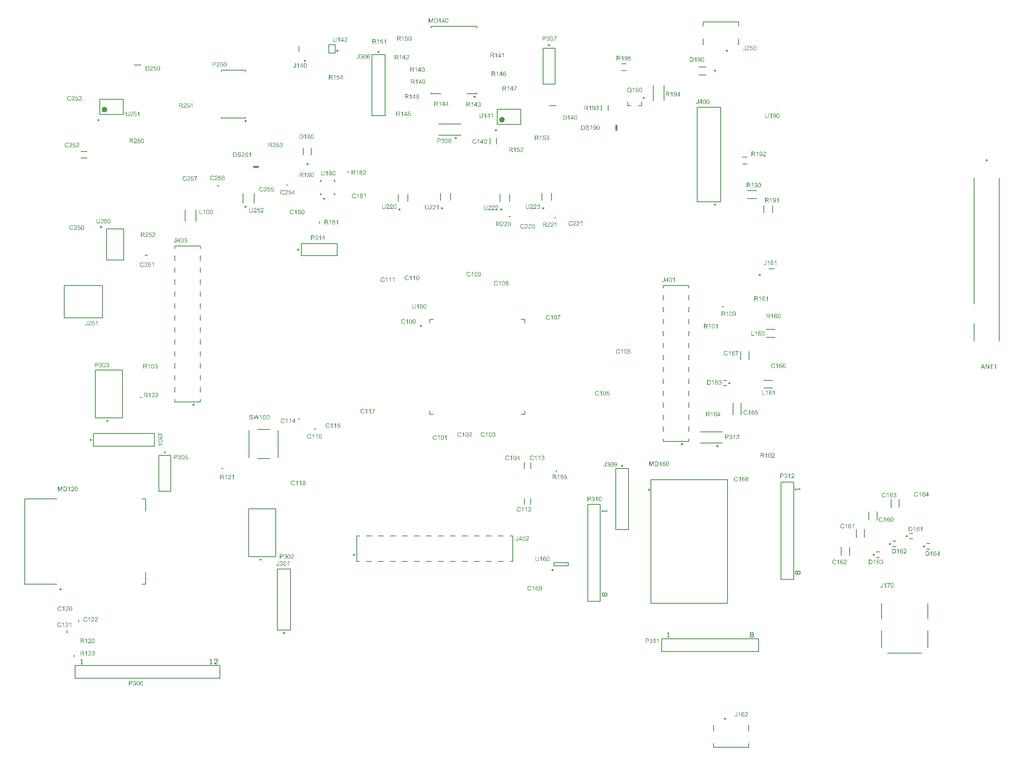
<source format=gbr>
%TF.GenerationSoftware,Altium Limited,Altium Designer,23.9.2 (47)*%
G04 Layer_Color=65535*
%FSLAX45Y45*%
%MOMM*%
%TF.SameCoordinates,7747E0AE-D8E6-467E-A507-EEFEC3D8B4F9*%
%TF.FilePolarity,Positive*%
%TF.FileFunction,Legend,Top*%
%TF.Part,Single*%
G01*
G75*
%TA.AperFunction,NonConductor*%
%ADD112C,0.25000*%
%ADD113C,0.10000*%
%ADD114C,0.60000*%
%ADD115C,0.20000*%
%ADD116C,0.40000*%
%ADD117C,0.15000*%
%ADD118C,0.15240*%
%ADD119R,1.50000X0.20000*%
G36*
X8405188Y13383827D02*
X8366772D01*
X8361641Y13357893D01*
X8361780Y13358032D01*
X8362057Y13358171D01*
X8362473Y13358447D01*
X8363167Y13358864D01*
X8363999Y13359280D01*
X8364970Y13359834D01*
X8367188Y13360944D01*
X8369962Y13362054D01*
X8373013Y13363025D01*
X8376342Y13363718D01*
X8378006Y13363995D01*
X8381057D01*
X8381889Y13363857D01*
X8382998Y13363718D01*
X8384247Y13363579D01*
X8385633Y13363303D01*
X8387159Y13362886D01*
X8390487Y13361916D01*
X8392290Y13361221D01*
X8394093Y13360251D01*
X8395896Y13359280D01*
X8397699Y13358171D01*
X8399363Y13356784D01*
X8401027Y13355258D01*
X8401166Y13355119D01*
X8401443Y13354842D01*
X8401859Y13354427D01*
X8402414Y13353732D01*
X8403108Y13352762D01*
X8403801Y13351791D01*
X8404633Y13350543D01*
X8405465Y13349156D01*
X8406159Y13347630D01*
X8406991Y13345966D01*
X8407684Y13344025D01*
X8408378Y13342084D01*
X8408932Y13340002D01*
X8409348Y13337645D01*
X8409626Y13335287D01*
X8409764Y13332791D01*
Y13332652D01*
Y13332237D01*
Y13331543D01*
X8409626Y13330573D01*
X8409487Y13329463D01*
X8409348Y13328215D01*
X8409071Y13326689D01*
X8408794Y13325163D01*
X8407962Y13321558D01*
X8406575Y13317815D01*
X8405743Y13315872D01*
X8404633Y13314069D01*
X8403524Y13312128D01*
X8402137Y13310326D01*
X8401998Y13310185D01*
X8401721Y13309770D01*
X8401166Y13309215D01*
X8400473Y13308522D01*
X8399502Y13307690D01*
X8398392Y13306580D01*
X8397006Y13305609D01*
X8395480Y13304500D01*
X8393816Y13303391D01*
X8391874Y13302420D01*
X8389794Y13301450D01*
X8387575Y13300478D01*
X8385217Y13299785D01*
X8382582Y13299229D01*
X8379809Y13298814D01*
X8376896Y13298676D01*
X8375648D01*
X8374677Y13298814D01*
X8373568Y13298953D01*
X8372320Y13299091D01*
X8370794Y13299229D01*
X8369269Y13299646D01*
X8365802Y13300478D01*
X8362335Y13301726D01*
X8360532Y13302557D01*
X8358729Y13303529D01*
X8357065Y13304639D01*
X8355400Y13305887D01*
X8355262Y13306026D01*
X8354984Y13306165D01*
X8354707Y13306718D01*
X8354152Y13307274D01*
X8353459Y13307967D01*
X8352765Y13308800D01*
X8351933Y13309909D01*
X8351240Y13311157D01*
X8350408Y13312405D01*
X8349576Y13313930D01*
X8348050Y13317259D01*
X8346802Y13321143D01*
X8346386Y13323222D01*
X8346109Y13325441D01*
X8358451Y13326411D01*
Y13326273D01*
Y13325996D01*
X8358590Y13325580D01*
X8358729Y13324886D01*
X8359145Y13323361D01*
X8359700Y13321281D01*
X8360532Y13319200D01*
X8361641Y13316843D01*
X8363028Y13314763D01*
X8364692Y13312820D01*
X8364970Y13312682D01*
X8365524Y13312128D01*
X8366634Y13311433D01*
X8368159Y13310602D01*
X8369823Y13309770D01*
X8371904Y13309077D01*
X8374261Y13308522D01*
X8376896Y13308383D01*
X8377728D01*
X8378283Y13308522D01*
X8379947Y13308659D01*
X8381889Y13309215D01*
X8384247Y13309909D01*
X8386604Y13311018D01*
X8389101Y13312682D01*
X8390210Y13313654D01*
X8391320Y13314763D01*
X8391458Y13314902D01*
X8391597Y13315041D01*
X8391874Y13315456D01*
X8392290Y13315872D01*
X8393261Y13317398D01*
X8394371Y13319339D01*
X8395341Y13321696D01*
X8396312Y13324609D01*
X8397006Y13328076D01*
X8397283Y13329880D01*
Y13331821D01*
Y13331960D01*
Y13332237D01*
Y13332791D01*
X8397144Y13333485D01*
Y13334317D01*
X8397006Y13335287D01*
X8396590Y13337508D01*
X8395896Y13340141D01*
X8394925Y13342776D01*
X8393538Y13345273D01*
X8391597Y13347630D01*
Y13347769D01*
X8391320Y13347908D01*
X8390626Y13348601D01*
X8389378Y13349573D01*
X8387714Y13350682D01*
X8385495Y13351653D01*
X8382998Y13352623D01*
X8380086Y13353317D01*
X8378422Y13353593D01*
X8375787D01*
X8374677Y13353455D01*
X8373291Y13353317D01*
X8371626Y13352901D01*
X8369962Y13352486D01*
X8368159Y13351791D01*
X8366356Y13350958D01*
X8366218Y13350819D01*
X8365663Y13350543D01*
X8364831Y13349850D01*
X8363721Y13349156D01*
X8362612Y13348186D01*
X8361502Y13346938D01*
X8360254Y13345689D01*
X8359284Y13344164D01*
X8348189Y13345689D01*
X8357481Y13395061D01*
X8405188D01*
Y13383827D01*
D02*
G37*
G36*
X8454837Y13396587D02*
X8455946Y13396448D01*
X8457333Y13396309D01*
X8458859Y13396031D01*
X8460384Y13395753D01*
X8463990Y13394783D01*
X8467596Y13393396D01*
X8469399Y13392564D01*
X8471201Y13391592D01*
X8472866Y13390344D01*
X8474391Y13388959D01*
X8474530Y13388820D01*
X8474807Y13388681D01*
X8475085Y13388126D01*
X8475639Y13387572D01*
X8476333Y13386877D01*
X8477026Y13385907D01*
X8477720Y13384937D01*
X8478552Y13383688D01*
X8479939Y13381055D01*
X8481325Y13377725D01*
X8481880Y13376060D01*
X8482158Y13374120D01*
X8482435Y13372179D01*
X8482574Y13370097D01*
Y13369820D01*
Y13369127D01*
X8482435Y13368018D01*
X8482296Y13366492D01*
X8482019Y13364827D01*
X8481464Y13362886D01*
X8480909Y13360806D01*
X8480077Y13358725D01*
X8479939Y13358447D01*
X8479661Y13357755D01*
X8479106Y13356645D01*
X8478274Y13355119D01*
X8477165Y13353455D01*
X8475778Y13351375D01*
X8474114Y13349295D01*
X8472172Y13346938D01*
X8471895Y13346660D01*
X8471201Y13345828D01*
X8470508Y13345134D01*
X8469815Y13344441D01*
X8468983Y13343610D01*
X8467873Y13342499D01*
X8466764Y13341389D01*
X8465377Y13340141D01*
X8463990Y13338754D01*
X8462326Y13337228D01*
X8460523Y13335704D01*
X8458581Y13333900D01*
X8456362Y13332098D01*
X8454143Y13330156D01*
X8454005Y13330019D01*
X8453727Y13329739D01*
X8453173Y13329324D01*
X8452479Y13328770D01*
X8451647Y13327937D01*
X8450676Y13327106D01*
X8448457Y13325304D01*
X8446100Y13323222D01*
X8443881Y13321143D01*
X8441939Y13319339D01*
X8441107Y13318646D01*
X8440414Y13317952D01*
X8440275Y13317815D01*
X8439859Y13317398D01*
X8439304Y13316843D01*
X8438611Y13316011D01*
X8437917Y13315041D01*
X8437085Y13314069D01*
X8435421Y13311713D01*
X8482712D01*
Y13300339D01*
X8419056D01*
Y13300478D01*
Y13301033D01*
Y13301865D01*
X8419195Y13302974D01*
X8419334Y13304224D01*
X8419611Y13305609D01*
X8419888Y13306996D01*
X8420443Y13308522D01*
Y13308659D01*
X8420582Y13308800D01*
X8420859Y13309631D01*
X8421414Y13310880D01*
X8422246Y13312544D01*
X8423356Y13314485D01*
X8424742Y13316704D01*
X8426268Y13318922D01*
X8428209Y13321281D01*
Y13321419D01*
X8428487Y13321558D01*
X8429180Y13322391D01*
X8430428Y13323637D01*
X8432231Y13325441D01*
X8434312Y13327521D01*
X8436947Y13330019D01*
X8440136Y13332791D01*
X8443603Y13335704D01*
X8443742Y13335843D01*
X8444297Y13336259D01*
X8445129Y13336952D01*
X8446100Y13337784D01*
X8447348Y13338895D01*
X8448873Y13340141D01*
X8450399Y13341528D01*
X8452202Y13343054D01*
X8455669Y13346384D01*
X8459136Y13349712D01*
X8460800Y13351375D01*
X8462326Y13353040D01*
X8463713Y13354565D01*
X8464822Y13356090D01*
Y13356229D01*
X8465099Y13356367D01*
X8465377Y13356784D01*
X8465654Y13357339D01*
X8466625Y13358864D01*
X8467734Y13360667D01*
X8468705Y13362886D01*
X8469676Y13365244D01*
X8470231Y13367879D01*
X8470508Y13370375D01*
Y13370514D01*
Y13370651D01*
X8470369Y13371484D01*
X8470231Y13372871D01*
X8469815Y13374397D01*
X8469260Y13376338D01*
X8468289Y13378281D01*
X8467041Y13380222D01*
X8465377Y13382162D01*
X8465099Y13382440D01*
X8464406Y13382996D01*
X8463435Y13383688D01*
X8461910Y13384659D01*
X8459968Y13385490D01*
X8457749Y13386324D01*
X8455114Y13386877D01*
X8452202Y13387016D01*
X8451370D01*
X8450815Y13386877D01*
X8449151Y13386740D01*
X8447209Y13386324D01*
X8445129Y13385770D01*
X8442771Y13384798D01*
X8440552Y13383549D01*
X8438472Y13381886D01*
X8438195Y13381609D01*
X8437640Y13380914D01*
X8436808Y13379805D01*
X8435976Y13378140D01*
X8435005Y13376199D01*
X8434173Y13373703D01*
X8433618Y13370930D01*
X8433341Y13367740D01*
X8421275Y13368988D01*
Y13369127D01*
X8421414Y13369543D01*
Y13370236D01*
X8421553Y13371207D01*
X8421830Y13372316D01*
X8422107Y13373566D01*
X8422523Y13375090D01*
X8422939Y13376616D01*
X8424049Y13379944D01*
X8425713Y13383272D01*
X8426684Y13384937D01*
X8427932Y13386601D01*
X8429180Y13388126D01*
X8430567Y13389513D01*
X8430706Y13389651D01*
X8430983Y13389790D01*
X8431399Y13390207D01*
X8432093Y13390623D01*
X8432925Y13391177D01*
X8433896Y13391731D01*
X8435005Y13392426D01*
X8436392Y13393118D01*
X8437917Y13393813D01*
X8439582Y13394505D01*
X8441384Y13395061D01*
X8443326Y13395615D01*
X8445406Y13396031D01*
X8447625Y13396448D01*
X8449983Y13396587D01*
X8452479Y13396725D01*
X8453866D01*
X8454837Y13396587D01*
D02*
G37*
G36*
X8305613D02*
X8306722Y13396448D01*
X8308109Y13396309D01*
X8309635Y13396031D01*
X8311160Y13395753D01*
X8314766Y13394783D01*
X8318372Y13393396D01*
X8320175Y13392564D01*
X8321978Y13391592D01*
X8323642Y13390344D01*
X8325167Y13388959D01*
X8325306Y13388820D01*
X8325583Y13388681D01*
X8325861Y13388126D01*
X8326415Y13387572D01*
X8327109Y13386877D01*
X8327802Y13385907D01*
X8328496Y13384937D01*
X8329328Y13383688D01*
X8330715Y13381055D01*
X8332101Y13377725D01*
X8332656Y13376060D01*
X8332934Y13374120D01*
X8333211Y13372179D01*
X8333350Y13370097D01*
Y13369820D01*
Y13369127D01*
X8333211Y13368018D01*
X8333072Y13366492D01*
X8332795Y13364827D01*
X8332240Y13362886D01*
X8331685Y13360806D01*
X8330853Y13358725D01*
X8330715Y13358447D01*
X8330437Y13357755D01*
X8329883Y13356645D01*
X8329050Y13355119D01*
X8327941Y13353455D01*
X8326554Y13351375D01*
X8324890Y13349295D01*
X8322948Y13346938D01*
X8322671Y13346660D01*
X8321978Y13345828D01*
X8321284Y13345134D01*
X8320591Y13344441D01*
X8319759Y13343610D01*
X8318649Y13342499D01*
X8317540Y13341389D01*
X8316153Y13340141D01*
X8314766Y13338754D01*
X8313102Y13337228D01*
X8311299Y13335704D01*
X8309357Y13333900D01*
X8307138Y13332098D01*
X8304919Y13330156D01*
X8304781Y13330019D01*
X8304503Y13329739D01*
X8303949Y13329324D01*
X8303255Y13328770D01*
X8302423Y13327937D01*
X8301452Y13327106D01*
X8299233Y13325304D01*
X8296876Y13323222D01*
X8294657Y13321143D01*
X8292715Y13319339D01*
X8291883Y13318646D01*
X8291190Y13317952D01*
X8291051Y13317815D01*
X8290635Y13317398D01*
X8290080Y13316843D01*
X8289387Y13316011D01*
X8288693Y13315041D01*
X8287861Y13314069D01*
X8286197Y13311713D01*
X8333488D01*
Y13300339D01*
X8269832D01*
Y13300478D01*
Y13301033D01*
Y13301865D01*
X8269971Y13302974D01*
X8270110Y13304224D01*
X8270387Y13305609D01*
X8270664Y13306996D01*
X8271219Y13308522D01*
Y13308659D01*
X8271358Y13308800D01*
X8271635Y13309631D01*
X8272190Y13310880D01*
X8273022Y13312544D01*
X8274132Y13314485D01*
X8275518Y13316704D01*
X8277044Y13318922D01*
X8278985Y13321281D01*
Y13321419D01*
X8279263Y13321558D01*
X8279956Y13322391D01*
X8281204Y13323637D01*
X8283007Y13325441D01*
X8285088Y13327521D01*
X8287723Y13330019D01*
X8290912Y13332791D01*
X8294379Y13335704D01*
X8294518Y13335843D01*
X8295073Y13336259D01*
X8295905Y13336952D01*
X8296876Y13337784D01*
X8298124Y13338895D01*
X8299649Y13340141D01*
X8301175Y13341528D01*
X8302978Y13343054D01*
X8306445Y13346384D01*
X8309912Y13349712D01*
X8311576Y13351375D01*
X8313102Y13353040D01*
X8314489Y13354565D01*
X8315598Y13356090D01*
Y13356229D01*
X8315875Y13356367D01*
X8316153Y13356784D01*
X8316430Y13357339D01*
X8317401Y13358864D01*
X8318510Y13360667D01*
X8319481Y13362886D01*
X8320452Y13365244D01*
X8321007Y13367879D01*
X8321284Y13370375D01*
Y13370514D01*
Y13370651D01*
X8321145Y13371484D01*
X8321007Y13372871D01*
X8320591Y13374397D01*
X8320036Y13376338D01*
X8319065Y13378281D01*
X8317817Y13380222D01*
X8316153Y13382162D01*
X8315875Y13382440D01*
X8315182Y13382996D01*
X8314211Y13383688D01*
X8312686Y13384659D01*
X8310744Y13385490D01*
X8308525Y13386324D01*
X8305890Y13386877D01*
X8302978Y13387016D01*
X8302146D01*
X8301591Y13386877D01*
X8299927Y13386740D01*
X8297985Y13386324D01*
X8295905Y13385770D01*
X8293547Y13384798D01*
X8291328Y13383549D01*
X8289248Y13381886D01*
X8288971Y13381609D01*
X8288416Y13380914D01*
X8287584Y13379805D01*
X8286752Y13378140D01*
X8285781Y13376199D01*
X8284949Y13373703D01*
X8284394Y13370930D01*
X8284117Y13367740D01*
X8272051Y13368988D01*
Y13369127D01*
X8272190Y13369543D01*
Y13370236D01*
X8272329Y13371207D01*
X8272606Y13372316D01*
X8272883Y13373566D01*
X8273299Y13375090D01*
X8273715Y13376616D01*
X8274825Y13379944D01*
X8276489Y13383272D01*
X8277460Y13384937D01*
X8278708Y13386601D01*
X8279956Y13388126D01*
X8281343Y13389513D01*
X8281482Y13389651D01*
X8281759Y13389790D01*
X8282175Y13390207D01*
X8282869Y13390623D01*
X8283701Y13391177D01*
X8284672Y13391731D01*
X8285781Y13392426D01*
X8287168Y13393118D01*
X8288693Y13393813D01*
X8290358Y13394505D01*
X8292160Y13395061D01*
X8294102Y13395615D01*
X8296182Y13396031D01*
X8298401Y13396448D01*
X8300759Y13396587D01*
X8303255Y13396725D01*
X8304642D01*
X8305613Y13396587D01*
D02*
G37*
G36*
X8225315Y13396170D02*
X8226563D01*
X8229475Y13396031D01*
X8232526Y13395615D01*
X8235855Y13395200D01*
X8238906Y13394505D01*
X8240431Y13394090D01*
X8241679Y13393674D01*
X8241818D01*
X8241957Y13393535D01*
X8242789Y13393118D01*
X8244037Y13392564D01*
X8245563Y13391592D01*
X8247227Y13390344D01*
X8249030Y13388681D01*
X8250694Y13386740D01*
X8252358Y13384521D01*
Y13384383D01*
X8252497Y13384242D01*
X8253052Y13383411D01*
X8253606Y13382024D01*
X8254438Y13380222D01*
X8255132Y13378140D01*
X8255825Y13375645D01*
X8256241Y13373010D01*
X8256380Y13370097D01*
Y13369958D01*
Y13369681D01*
Y13369127D01*
X8256241Y13368433D01*
Y13367462D01*
X8256103Y13366492D01*
X8255548Y13364134D01*
X8254716Y13361360D01*
X8253606Y13358447D01*
X8251942Y13355536D01*
X8250833Y13354149D01*
X8249723Y13352762D01*
X8249584Y13352623D01*
X8249446Y13352486D01*
X8249030Y13352069D01*
X8248475Y13351653D01*
X8247782Y13351099D01*
X8246949Y13350543D01*
X8245840Y13349850D01*
X8244731Y13349017D01*
X8243344Y13348325D01*
X8241818Y13347630D01*
X8240154Y13346799D01*
X8238351Y13346104D01*
X8236271Y13345551D01*
X8234191Y13344856D01*
X8231833Y13344441D01*
X8229337Y13344025D01*
X8229614Y13343886D01*
X8230169Y13343610D01*
X8231001Y13343054D01*
X8232110Y13342499D01*
X8234607Y13340974D01*
X8235855Y13340002D01*
X8236964Y13339171D01*
X8237242Y13338895D01*
X8237935Y13338200D01*
X8239044Y13337091D01*
X8240431Y13335704D01*
X8241957Y13333762D01*
X8243760Y13331682D01*
X8245563Y13329185D01*
X8247504Y13326411D01*
X8264008Y13300339D01*
X8248198D01*
X8235577Y13320309D01*
Y13320448D01*
X8235300Y13320726D01*
X8235023Y13321143D01*
X8234607Y13321696D01*
X8233636Y13323222D01*
X8232388Y13325163D01*
X8230862Y13327245D01*
X8229337Y13329463D01*
X8227811Y13331543D01*
X8226424Y13333485D01*
X8226286Y13333624D01*
X8225870Y13334178D01*
X8225176Y13335010D01*
X8224205Y13335982D01*
X8222125Y13338062D01*
X8221016Y13339032D01*
X8219906Y13339864D01*
X8219767Y13340002D01*
X8219490Y13340141D01*
X8218935Y13340419D01*
X8218103Y13340836D01*
X8217271Y13341251D01*
X8216300Y13341667D01*
X8214081Y13342361D01*
X8213943D01*
X8213665Y13342499D01*
X8213111D01*
X8212417Y13342638D01*
X8211446Y13342776D01*
X8210337D01*
X8208811Y13342915D01*
X8192447D01*
Y13300339D01*
X8179688D01*
Y13396309D01*
X8224205D01*
X8225315Y13396170D01*
D02*
G37*
G36*
X7310634Y13628226D02*
Y13628087D01*
Y13627531D01*
Y13626839D01*
Y13625868D01*
X7310495Y13624620D01*
Y13623233D01*
X7310357Y13621568D01*
X7310218Y13619905D01*
X7309802Y13616161D01*
X7309247Y13612277D01*
X7308415Y13608533D01*
X7307860Y13606731D01*
X7307306Y13605066D01*
Y13604927D01*
X7307167Y13604649D01*
X7306890Y13604233D01*
X7306612Y13603679D01*
X7305780Y13602153D01*
X7304532Y13600212D01*
X7302868Y13597993D01*
X7300926Y13595773D01*
X7298430Y13593416D01*
X7295379Y13591336D01*
X7295240D01*
X7294963Y13591058D01*
X7294547Y13590919D01*
X7293853Y13590504D01*
X7293021Y13590088D01*
X7291912Y13589671D01*
X7290802Y13589256D01*
X7289415Y13588701D01*
X7287890Y13588145D01*
X7286226Y13587730D01*
X7284423Y13587314D01*
X7282343Y13586897D01*
X7280262Y13586621D01*
X7278043Y13586343D01*
X7273051Y13586066D01*
X7271803D01*
X7270832Y13586205D01*
X7269722D01*
X7268335Y13586343D01*
X7266810Y13586482D01*
X7265284Y13586621D01*
X7261817Y13587175D01*
X7258073Y13588007D01*
X7254467Y13589117D01*
X7251000Y13590642D01*
X7250861D01*
X7250584Y13590919D01*
X7250168Y13591197D01*
X7249613Y13591473D01*
X7248088Y13592584D01*
X7246285Y13594109D01*
X7244204Y13596051D01*
X7242263Y13598270D01*
X7240321Y13601044D01*
X7238796Y13604095D01*
Y13604233D01*
X7238657Y13604510D01*
X7238518Y13605066D01*
X7238241Y13605759D01*
X7237964Y13606590D01*
X7237686Y13607700D01*
X7237270Y13608949D01*
X7236993Y13610474D01*
X7236716Y13612138D01*
X7236299Y13613940D01*
X7236022Y13615883D01*
X7235745Y13617963D01*
X7235467Y13620322D01*
X7235329Y13622816D01*
X7235190Y13625452D01*
Y13628226D01*
Y13683699D01*
X7247949D01*
Y13628226D01*
Y13628087D01*
Y13627670D01*
Y13626978D01*
Y13626144D01*
X7248088Y13625175D01*
Y13623927D01*
X7248226Y13621292D01*
X7248504Y13618240D01*
X7248920Y13615189D01*
X7249474Y13612277D01*
X7249752Y13611029D01*
X7250168Y13609781D01*
X7250307Y13609503D01*
X7250584Y13608810D01*
X7251277Y13607838D01*
X7252109Y13606451D01*
X7253080Y13605066D01*
X7254467Y13603540D01*
X7256131Y13602014D01*
X7258073Y13600766D01*
X7258350Y13600629D01*
X7259044Y13600212D01*
X7260292Y13599796D01*
X7261956Y13599242D01*
X7263898Y13598547D01*
X7266394Y13598131D01*
X7269029Y13597716D01*
X7271941Y13597577D01*
X7273328D01*
X7274160Y13597716D01*
X7275408D01*
X7276657Y13597855D01*
X7279708Y13598409D01*
X7283036Y13599101D01*
X7286226Y13600212D01*
X7289277Y13601736D01*
X7290664Y13602708D01*
X7291912Y13603818D01*
X7292050Y13603957D01*
X7292189Y13604095D01*
X7292466Y13604510D01*
X7292883Y13605066D01*
X7293299Y13605898D01*
X7293853Y13606731D01*
X7294408Y13607977D01*
X7294963Y13609225D01*
X7295518Y13610751D01*
X7295934Y13612553D01*
X7296488Y13614635D01*
X7296904Y13616853D01*
X7297320Y13619350D01*
X7297598Y13621985D01*
X7297875Y13625037D01*
Y13628226D01*
Y13683699D01*
X7310634D01*
Y13628226D01*
D02*
G37*
G36*
X7460690Y13671217D02*
X7422275D01*
X7417143Y13645284D01*
X7417282Y13645422D01*
X7417559Y13645561D01*
X7417976Y13645839D01*
X7418669Y13646255D01*
X7419501Y13646671D01*
X7420472Y13647224D01*
X7422691Y13648335D01*
X7425464Y13649445D01*
X7428515Y13650415D01*
X7431844Y13651109D01*
X7433508Y13651385D01*
X7436559D01*
X7437391Y13651247D01*
X7438501Y13651109D01*
X7439749Y13650970D01*
X7441136Y13650693D01*
X7442661Y13650276D01*
X7445990Y13649306D01*
X7447793Y13648611D01*
X7449595Y13647641D01*
X7451398Y13646671D01*
X7453201Y13645561D01*
X7454865Y13644174D01*
X7456530Y13642648D01*
X7456668Y13642509D01*
X7456946Y13642233D01*
X7457362Y13641817D01*
X7457917Y13641122D01*
X7458610Y13640154D01*
X7459303Y13639182D01*
X7460135Y13637933D01*
X7460968Y13636546D01*
X7461661Y13635020D01*
X7462493Y13633357D01*
X7463186Y13631415D01*
X7463880Y13629474D01*
X7464435Y13627394D01*
X7464851Y13625037D01*
X7465128Y13622678D01*
X7465267Y13620181D01*
Y13620042D01*
Y13619627D01*
Y13618935D01*
X7465128Y13617963D01*
X7464989Y13616853D01*
X7464851Y13615605D01*
X7464573Y13614079D01*
X7464296Y13612553D01*
X7463464Y13608949D01*
X7462077Y13605203D01*
X7461245Y13603262D01*
X7460135Y13601460D01*
X7459026Y13599518D01*
X7457639Y13597716D01*
X7457500Y13597577D01*
X7457223Y13597160D01*
X7456668Y13596606D01*
X7455975Y13595912D01*
X7455004Y13595081D01*
X7453895Y13593971D01*
X7452508Y13592999D01*
X7450982Y13591891D01*
X7449318Y13590781D01*
X7447377Y13589810D01*
X7445296Y13588840D01*
X7443077Y13587869D01*
X7440720Y13587175D01*
X7438085Y13586621D01*
X7435311Y13586205D01*
X7432399Y13586066D01*
X7431150D01*
X7430180Y13586205D01*
X7429070Y13586343D01*
X7427822Y13586482D01*
X7426297Y13586621D01*
X7424771Y13587038D01*
X7421304Y13587869D01*
X7417837Y13589117D01*
X7416034Y13589949D01*
X7414231Y13590919D01*
X7412567Y13592029D01*
X7410903Y13593277D01*
X7410764Y13593416D01*
X7410487Y13593555D01*
X7410209Y13594109D01*
X7409654Y13594664D01*
X7408961Y13595358D01*
X7408268Y13596190D01*
X7407436Y13597299D01*
X7406742Y13598547D01*
X7405910Y13599796D01*
X7405078Y13601321D01*
X7403552Y13604649D01*
X7402304Y13608533D01*
X7401888Y13610612D01*
X7401611Y13612833D01*
X7413954Y13613803D01*
Y13613664D01*
Y13613387D01*
X7414092Y13612970D01*
X7414231Y13612277D01*
X7414647Y13610751D01*
X7415202Y13608672D01*
X7416034Y13606590D01*
X7417143Y13604233D01*
X7418530Y13602153D01*
X7420194Y13600212D01*
X7420472Y13600073D01*
X7421027Y13599518D01*
X7422136Y13598825D01*
X7423662Y13597993D01*
X7425326Y13597160D01*
X7427406Y13596468D01*
X7429764Y13595912D01*
X7432399Y13595773D01*
X7433231D01*
X7433785Y13595912D01*
X7435450Y13596051D01*
X7437391Y13596606D01*
X7439749Y13597299D01*
X7442107Y13598409D01*
X7444603Y13600073D01*
X7445712Y13601044D01*
X7446822Y13602153D01*
X7446960Y13602292D01*
X7447099Y13602431D01*
X7447377Y13602847D01*
X7447793Y13603262D01*
X7448763Y13604788D01*
X7449873Y13606731D01*
X7450844Y13609087D01*
X7451814Y13612000D01*
X7452508Y13615466D01*
X7452785Y13617270D01*
Y13619211D01*
Y13619350D01*
Y13619627D01*
Y13620181D01*
X7452647Y13620876D01*
Y13621709D01*
X7452508Y13622678D01*
X7452092Y13624896D01*
X7451398Y13627531D01*
X7450428Y13630167D01*
X7449041Y13632664D01*
X7447099Y13635020D01*
Y13635159D01*
X7446822Y13635300D01*
X7446128Y13635992D01*
X7444880Y13636963D01*
X7443216Y13638072D01*
X7440997Y13639043D01*
X7438501Y13640015D01*
X7435588Y13640707D01*
X7433924Y13640985D01*
X7431289D01*
X7430180Y13640846D01*
X7428793Y13640707D01*
X7427129Y13640291D01*
X7425464Y13639874D01*
X7423662Y13639182D01*
X7421859Y13638350D01*
X7421720Y13638211D01*
X7421165Y13637933D01*
X7420333Y13637241D01*
X7419224Y13636546D01*
X7418114Y13635576D01*
X7417005Y13634328D01*
X7415757Y13633080D01*
X7414786Y13631554D01*
X7403691Y13633080D01*
X7412983Y13682451D01*
X7460690D01*
Y13671217D01*
D02*
G37*
G36*
X7361115Y13683977D02*
X7362225Y13683838D01*
X7363611Y13683699D01*
X7365137Y13683421D01*
X7366662Y13683145D01*
X7370268Y13682175D01*
X7373874Y13680788D01*
X7375677Y13679955D01*
X7377480Y13678984D01*
X7379144Y13677736D01*
X7380670Y13676349D01*
X7380808Y13676210D01*
X7381086Y13676073D01*
X7381363Y13675517D01*
X7381918Y13674962D01*
X7382611Y13674269D01*
X7383305Y13673299D01*
X7383998Y13672327D01*
X7384830Y13671078D01*
X7386217Y13668443D01*
X7387604Y13665115D01*
X7388158Y13663451D01*
X7388436Y13661510D01*
X7388713Y13659567D01*
X7388852Y13657487D01*
Y13657211D01*
Y13656517D01*
X7388713Y13655408D01*
X7388575Y13653882D01*
X7388297Y13652219D01*
X7387742Y13650276D01*
X7387188Y13648196D01*
X7386356Y13646117D01*
X7386217Y13645839D01*
X7385940Y13645145D01*
X7385385Y13644035D01*
X7384553Y13642509D01*
X7383443Y13640846D01*
X7382056Y13638766D01*
X7380392Y13636685D01*
X7378451Y13634328D01*
X7378173Y13634050D01*
X7377480Y13633218D01*
X7376786Y13632526D01*
X7376093Y13631831D01*
X7375261Y13631000D01*
X7374151Y13629890D01*
X7373042Y13628780D01*
X7371655Y13627531D01*
X7370268Y13626144D01*
X7368604Y13624620D01*
X7366801Y13623094D01*
X7364860Y13621292D01*
X7362641Y13619489D01*
X7360422Y13617548D01*
X7360283Y13617409D01*
X7360006Y13617131D01*
X7359451Y13616714D01*
X7358757Y13616161D01*
X7357925Y13615327D01*
X7356955Y13614496D01*
X7354736Y13612692D01*
X7352378Y13610612D01*
X7350159Y13608533D01*
X7348217Y13606731D01*
X7347385Y13606036D01*
X7346692Y13605344D01*
X7346553Y13605203D01*
X7346137Y13604788D01*
X7345582Y13604233D01*
X7344889Y13603401D01*
X7344196Y13602431D01*
X7343364Y13601460D01*
X7341699Y13599101D01*
X7388991D01*
Y13587730D01*
X7325335D01*
Y13587869D01*
Y13588423D01*
Y13589256D01*
X7325473Y13590366D01*
X7325612Y13591612D01*
X7325889Y13592999D01*
X7326167Y13594386D01*
X7326721Y13595912D01*
Y13596051D01*
X7326860Y13596190D01*
X7327137Y13597021D01*
X7327692Y13598270D01*
X7328524Y13599934D01*
X7329634Y13601875D01*
X7331021Y13604095D01*
X7332546Y13606314D01*
X7334488Y13608672D01*
Y13608810D01*
X7334765Y13608949D01*
X7335459Y13609781D01*
X7336707Y13611029D01*
X7338510Y13612833D01*
X7340590Y13614912D01*
X7343225Y13617409D01*
X7346415Y13620181D01*
X7349882Y13623094D01*
X7350020Y13623233D01*
X7350575Y13623650D01*
X7351407Y13624342D01*
X7352378Y13625175D01*
X7353626Y13626283D01*
X7355152Y13627531D01*
X7356677Y13628918D01*
X7358480Y13630444D01*
X7361947Y13633772D01*
X7365414Y13637102D01*
X7367078Y13638766D01*
X7368604Y13640430D01*
X7369991Y13641956D01*
X7371100Y13643481D01*
Y13643620D01*
X7371378Y13643758D01*
X7371655Y13644174D01*
X7371932Y13644730D01*
X7372903Y13646255D01*
X7374013Y13648058D01*
X7374983Y13650276D01*
X7375954Y13652634D01*
X7376509Y13655269D01*
X7376786Y13657765D01*
Y13657904D01*
Y13658043D01*
X7376648Y13658875D01*
X7376509Y13660262D01*
X7376093Y13661787D01*
X7375538Y13663728D01*
X7374567Y13665669D01*
X7373319Y13667612D01*
X7371655Y13669554D01*
X7371378Y13669830D01*
X7370684Y13670386D01*
X7369713Y13671078D01*
X7368188Y13672050D01*
X7366246Y13672882D01*
X7364027Y13673714D01*
X7361392Y13674269D01*
X7358480Y13674408D01*
X7357648D01*
X7357093Y13674269D01*
X7355429Y13674130D01*
X7353487Y13673714D01*
X7351407Y13673158D01*
X7349050Y13672189D01*
X7346831Y13670940D01*
X7344750Y13669276D01*
X7344473Y13668999D01*
X7343918Y13668304D01*
X7343086Y13667197D01*
X7342254Y13665532D01*
X7341283Y13663589D01*
X7340451Y13661095D01*
X7339896Y13658321D01*
X7339619Y13655130D01*
X7327554Y13656380D01*
Y13656517D01*
X7327692Y13656934D01*
Y13657626D01*
X7327831Y13658598D01*
X7328108Y13659708D01*
X7328386Y13660954D01*
X7328802Y13662482D01*
X7329218Y13664006D01*
X7330327Y13667336D01*
X7331991Y13670663D01*
X7332962Y13672327D01*
X7334210Y13673991D01*
X7335459Y13675517D01*
X7336845Y13676904D01*
X7336984Y13677042D01*
X7337261Y13677180D01*
X7337677Y13677597D01*
X7338371Y13678014D01*
X7339203Y13678568D01*
X7340174Y13679123D01*
X7341283Y13679816D01*
X7342670Y13680510D01*
X7344196Y13681203D01*
X7345860Y13681895D01*
X7347663Y13682451D01*
X7349604Y13683006D01*
X7351685Y13683421D01*
X7353904Y13683838D01*
X7356261Y13683977D01*
X7358757Y13684116D01*
X7360144D01*
X7361115Y13683977D01*
D02*
G37*
G36*
X7510339D02*
X7512142Y13683699D01*
X7514222Y13683282D01*
X7516441Y13682729D01*
X7518799Y13682034D01*
X7521018Y13680927D01*
X7521156D01*
X7521295Y13680788D01*
X7521989Y13680371D01*
X7523098Y13679677D01*
X7524485Y13678706D01*
X7526010Y13677319D01*
X7527675Y13675793D01*
X7529200Y13673991D01*
X7530726Y13671912D01*
X7530864Y13671634D01*
X7531419Y13670940D01*
X7531974Y13669691D01*
X7532945Y13667889D01*
X7533777Y13665810D01*
X7534886Y13663451D01*
X7535857Y13660678D01*
X7536689Y13657626D01*
Y13657487D01*
X7536828Y13657211D01*
X7536966Y13656795D01*
X7537105Y13656100D01*
X7537244Y13655269D01*
X7537382Y13654298D01*
X7537660Y13653050D01*
X7537798Y13651663D01*
X7538076Y13650137D01*
X7538215Y13648474D01*
X7538353Y13646532D01*
X7538631Y13644591D01*
X7538769Y13642371D01*
Y13640154D01*
X7538908Y13637656D01*
Y13635020D01*
Y13634883D01*
Y13634328D01*
Y13633357D01*
Y13632248D01*
X7538769Y13630722D01*
Y13629057D01*
X7538631Y13627255D01*
X7538492Y13625313D01*
X7538076Y13620876D01*
X7537382Y13616299D01*
X7536550Y13611861D01*
X7535996Y13609781D01*
X7535302Y13607700D01*
Y13607562D01*
X7535163Y13607285D01*
X7534886Y13606731D01*
X7534609Y13606036D01*
X7534331Y13605066D01*
X7533777Y13604095D01*
X7532667Y13601736D01*
X7531280Y13599242D01*
X7529477Y13596468D01*
X7527397Y13593971D01*
X7524901Y13591612D01*
X7524762D01*
X7524624Y13591336D01*
X7524207Y13591058D01*
X7523653Y13590781D01*
X7522959Y13590366D01*
X7522266Y13589810D01*
X7520186Y13588840D01*
X7517689Y13587869D01*
X7514777Y13586897D01*
X7511310Y13586343D01*
X7507565Y13586066D01*
X7506179D01*
X7505208Y13586205D01*
X7504098Y13586343D01*
X7502711Y13586621D01*
X7501186Y13586897D01*
X7499522Y13587314D01*
X7497857Y13587869D01*
X7496055Y13588423D01*
X7494252Y13589256D01*
X7492449Y13590227D01*
X7490646Y13591336D01*
X7488843Y13592723D01*
X7487179Y13594247D01*
X7485653Y13595912D01*
X7485515Y13596051D01*
X7485237Y13596468D01*
X7484821Y13597160D01*
X7484128Y13598270D01*
X7483434Y13599518D01*
X7482741Y13601183D01*
X7481770Y13603123D01*
X7480938Y13605344D01*
X7480106Y13607838D01*
X7479274Y13610751D01*
X7478442Y13613940D01*
X7477748Y13617548D01*
X7477055Y13621429D01*
X7476639Y13625591D01*
X7476361Y13630167D01*
X7476223Y13635020D01*
Y13635159D01*
Y13635715D01*
Y13636685D01*
Y13637794D01*
X7476361Y13639320D01*
Y13640985D01*
X7476500Y13642789D01*
X7476639Y13644868D01*
X7477055Y13649167D01*
X7477748Y13653745D01*
X7478580Y13658321D01*
X7479135Y13660400D01*
X7479690Y13662482D01*
Y13662619D01*
X7479829Y13662897D01*
X7480106Y13663451D01*
X7480383Y13664145D01*
X7480661Y13665115D01*
X7481215Y13666086D01*
X7482325Y13668443D01*
X7483712Y13670940D01*
X7485515Y13673575D01*
X7487595Y13676210D01*
X7490091Y13678429D01*
X7490230D01*
X7490369Y13678706D01*
X7490785Y13678984D01*
X7491339Y13679260D01*
X7492033Y13679816D01*
X7492865Y13680232D01*
X7494945Y13681342D01*
X7497441Y13682312D01*
X7500354Y13683282D01*
X7503821Y13683838D01*
X7507565Y13684116D01*
X7508814D01*
X7510339Y13683977D01*
D02*
G37*
G36*
X18096838Y8519786D02*
X18098640Y8519509D01*
X18100861Y8519093D01*
X18103355Y8518399D01*
X18105852Y8517567D01*
X18108350Y8516458D01*
X18108487D01*
X18108626Y8516319D01*
X18109457Y8515903D01*
X18110706Y8515071D01*
X18112093Y8514100D01*
X18113757Y8512713D01*
X18115421Y8511188D01*
X18117085Y8509385D01*
X18118472Y8507305D01*
X18118611Y8507027D01*
X18119028Y8506334D01*
X18119582Y8505086D01*
X18120274Y8503560D01*
X18120969Y8501757D01*
X18121524Y8499677D01*
X18121941Y8497319D01*
X18122078Y8494962D01*
Y8494684D01*
Y8493852D01*
X18121941Y8492743D01*
X18121661Y8491217D01*
X18121246Y8489414D01*
X18120554Y8487473D01*
X18119720Y8485531D01*
X18118611Y8483590D01*
X18118472Y8483312D01*
X18118056Y8482757D01*
X18117224Y8481787D01*
X18116115Y8480677D01*
X18114728Y8479429D01*
X18113065Y8478042D01*
X18111122Y8476794D01*
X18108765Y8475546D01*
X18108904D01*
X18109181Y8475407D01*
X18109596Y8475269D01*
X18110152Y8475130D01*
X18111678Y8474575D01*
X18113618Y8473743D01*
X18115839Y8472634D01*
X18118056Y8471247D01*
X18120137Y8469444D01*
X18122078Y8467364D01*
X18122217Y8467086D01*
X18122772Y8466254D01*
X18123604Y8464867D01*
X18124435Y8463064D01*
X18125269Y8460845D01*
X18126100Y8458210D01*
X18126656Y8455159D01*
X18126794Y8451831D01*
Y8451692D01*
Y8451276D01*
Y8450583D01*
X18126656Y8449751D01*
X18126517Y8448641D01*
X18126239Y8447393D01*
X18125961Y8446006D01*
X18125684Y8444481D01*
X18124574Y8441152D01*
X18123743Y8439349D01*
X18122910Y8437685D01*
X18121802Y8435882D01*
X18120554Y8434079D01*
X18119167Y8432277D01*
X18117502Y8430612D01*
X18117363Y8430474D01*
X18117085Y8430196D01*
X18116531Y8429780D01*
X18115839Y8429225D01*
X18115005Y8428532D01*
X18113896Y8427839D01*
X18112648Y8427007D01*
X18111122Y8426313D01*
X18109596Y8425481D01*
X18107794Y8424649D01*
X18105991Y8423955D01*
X18103911Y8423262D01*
X18101692Y8422707D01*
X18099335Y8422291D01*
X18096977Y8422014D01*
X18094342Y8421875D01*
X18093092D01*
X18092261Y8422014D01*
X18091151Y8422153D01*
X18089903Y8422291D01*
X18088518Y8422569D01*
X18086990Y8422846D01*
X18083662Y8423678D01*
X18080196Y8425065D01*
X18078394Y8425897D01*
X18076729Y8426868D01*
X18075064Y8428116D01*
X18073399Y8429364D01*
X18073262Y8429503D01*
X18072984Y8429780D01*
X18072568Y8430196D01*
X18072153Y8430751D01*
X18071458Y8431444D01*
X18070766Y8432415D01*
X18069933Y8433386D01*
X18069101Y8434634D01*
X18068269Y8436021D01*
X18067438Y8437408D01*
X18065910Y8440736D01*
X18064664Y8444619D01*
X18064247Y8446700D01*
X18063969Y8448919D01*
X18075758Y8450444D01*
Y8450305D01*
X18075897Y8450028D01*
X18076035Y8449473D01*
X18076173Y8448780D01*
X18076312Y8447948D01*
X18076590Y8446977D01*
X18077283Y8444897D01*
X18078255Y8442400D01*
X18079501Y8440043D01*
X18080888Y8437824D01*
X18082553Y8435882D01*
X18082831Y8435744D01*
X18083385Y8435189D01*
X18084496Y8434495D01*
X18085883Y8433802D01*
X18087546Y8432970D01*
X18089626Y8432277D01*
X18091985Y8431722D01*
X18094479Y8431583D01*
X18095312D01*
X18095866Y8431722D01*
X18097392Y8431860D01*
X18099335Y8432277D01*
X18101553Y8432970D01*
X18103911Y8433941D01*
X18106268Y8435328D01*
X18108487Y8437269D01*
X18108765Y8437546D01*
X18109457Y8438379D01*
X18110291Y8439627D01*
X18111400Y8441291D01*
X18112509Y8443371D01*
X18113341Y8445729D01*
X18114035Y8448503D01*
X18114313Y8451554D01*
Y8451692D01*
Y8451970D01*
Y8452386D01*
X18114172Y8452940D01*
X18114035Y8454466D01*
X18113618Y8456269D01*
X18113065Y8458488D01*
X18112093Y8460707D01*
X18110706Y8462926D01*
X18108904Y8465006D01*
X18108626Y8465283D01*
X18107933Y8465838D01*
X18106824Y8466670D01*
X18105298Y8467641D01*
X18103355Y8468612D01*
X18100998Y8469444D01*
X18098363Y8469999D01*
X18095451Y8470276D01*
X18094203D01*
X18093233Y8470137D01*
X18091985Y8469999D01*
X18090598Y8469721D01*
X18088933Y8469444D01*
X18087131Y8469028D01*
X18088518Y8479429D01*
X18089211D01*
X18089764Y8479290D01*
X18091568D01*
X18093092Y8479568D01*
X18094896Y8479845D01*
X18096977Y8480261D01*
X18099335Y8480955D01*
X18101553Y8481925D01*
X18103911Y8483174D01*
X18104050D01*
X18104189Y8483312D01*
X18104881Y8483867D01*
X18105852Y8484838D01*
X18106963Y8486086D01*
X18108070Y8487889D01*
X18109042Y8489969D01*
X18109735Y8492327D01*
X18110013Y8493714D01*
Y8495239D01*
Y8495378D01*
Y8495516D01*
Y8496349D01*
X18109735Y8497458D01*
X18109457Y8498984D01*
X18108904Y8500648D01*
X18108211Y8502451D01*
X18107100Y8504254D01*
X18105576Y8505918D01*
X18105437Y8506056D01*
X18104742Y8506611D01*
X18103772Y8507305D01*
X18102524Y8508137D01*
X18100861Y8508830D01*
X18098918Y8509523D01*
X18096700Y8510078D01*
X18094203Y8510217D01*
X18093092D01*
X18091846Y8509940D01*
X18090181Y8509662D01*
X18088377Y8509107D01*
X18086575Y8508414D01*
X18084634Y8507305D01*
X18082831Y8505918D01*
X18082692Y8505779D01*
X18082137Y8505086D01*
X18081305Y8504115D01*
X18080334Y8502728D01*
X18079364Y8500925D01*
X18078394Y8498706D01*
X18077560Y8496071D01*
X18077007Y8493020D01*
X18065218Y8495100D01*
Y8495239D01*
X18065356Y8495655D01*
X18065495Y8496210D01*
X18065634Y8497042D01*
X18065910Y8498013D01*
X18066327Y8499122D01*
X18067159Y8501757D01*
X18068546Y8504808D01*
X18070210Y8507859D01*
X18072292Y8510772D01*
X18074927Y8513407D01*
X18075064Y8513545D01*
X18075342Y8513684D01*
X18075758Y8513961D01*
X18076312Y8514377D01*
X18077007Y8514932D01*
X18077977Y8515487D01*
X18078947Y8516042D01*
X18080196Y8516735D01*
X18082970Y8517845D01*
X18086159Y8518954D01*
X18089903Y8519647D01*
X18091846Y8519925D01*
X18095312D01*
X18096838Y8519786D01*
D02*
G37*
G36*
X18047882Y8454050D02*
Y8453911D01*
Y8453495D01*
Y8452940D01*
Y8452108D01*
X18047745Y8450999D01*
Y8449889D01*
X18047466Y8447254D01*
X18047189Y8444203D01*
X18046634Y8441014D01*
X18045802Y8438101D01*
X18044830Y8435328D01*
Y8435189D01*
X18044693Y8435050D01*
X18044276Y8434218D01*
X18043584Y8433109D01*
X18042612Y8431583D01*
X18041226Y8430058D01*
X18039700Y8428393D01*
X18037758Y8426729D01*
X18035539Y8425342D01*
X18035262Y8425204D01*
X18034430Y8424788D01*
X18033182Y8424233D01*
X18031380Y8423678D01*
X18029160Y8422985D01*
X18026665Y8422430D01*
X18023891Y8422014D01*
X18020839Y8421875D01*
X18019591D01*
X18018759Y8422014D01*
X18017648Y8422153D01*
X18016541Y8422291D01*
X18013628Y8422846D01*
X18010576Y8423678D01*
X18007387Y8424926D01*
X18005722Y8425758D01*
X18004198Y8426729D01*
X18002811Y8427839D01*
X18001424Y8429087D01*
X18001285Y8429225D01*
X18001146Y8429364D01*
X18000868Y8429919D01*
X18000452Y8430474D01*
X17999898Y8431167D01*
X17999342Y8432138D01*
X17998788Y8433247D01*
X17998096Y8434495D01*
X17997540Y8435882D01*
X17996985Y8437546D01*
X17996431Y8439211D01*
X17995876Y8441152D01*
X17995599Y8443233D01*
X17995181Y8445590D01*
X17995044Y8447948D01*
Y8450583D01*
X18006555Y8452247D01*
Y8452108D01*
Y8451831D01*
Y8451276D01*
X18006693Y8450444D01*
X18006831Y8449612D01*
Y8448641D01*
X18007248Y8446284D01*
X18007664Y8443787D01*
X18008496Y8441291D01*
X18009328Y8439072D01*
X18009883Y8438101D01*
X18010576Y8437269D01*
X18010715Y8437130D01*
X18011270Y8436714D01*
X18012102Y8436021D01*
X18013211Y8435328D01*
X18014737Y8434495D01*
X18016402Y8433941D01*
X18018481Y8433386D01*
X18020700Y8433247D01*
X18021532D01*
X18022365Y8433386D01*
X18023613Y8433525D01*
X18024861Y8433802D01*
X18026248Y8434079D01*
X18027635Y8434634D01*
X18029021Y8435328D01*
X18029160Y8435466D01*
X18029576Y8435744D01*
X18030132Y8436298D01*
X18030963Y8436853D01*
X18031656Y8437824D01*
X18032487Y8438795D01*
X18033182Y8439904D01*
X18033737Y8441291D01*
Y8441430D01*
X18034013Y8441984D01*
X18034154Y8442955D01*
X18034430Y8444203D01*
X18034708Y8445868D01*
X18034846Y8447948D01*
X18035123Y8450444D01*
Y8453356D01*
Y8519509D01*
X18047882D01*
Y8454050D01*
D02*
G37*
G36*
X18244814Y8519786D02*
X18245506D01*
X18246478Y8519647D01*
X18248836Y8519231D01*
X18251469Y8518677D01*
X18254382Y8517706D01*
X18257295Y8516458D01*
X18260208Y8514793D01*
X18260345D01*
X18260484Y8514516D01*
X18260901Y8514239D01*
X18261456Y8513823D01*
X18262843Y8512713D01*
X18264645Y8511188D01*
X18266447Y8509107D01*
X18268529Y8506611D01*
X18270332Y8503699D01*
X18271996Y8500370D01*
Y8500232D01*
X18272134Y8499954D01*
X18272412Y8499400D01*
X18272688Y8498706D01*
X18272968Y8497735D01*
X18273383Y8496487D01*
X18273660Y8495100D01*
X18274075Y8493575D01*
X18274492Y8491772D01*
X18274908Y8489692D01*
X18275185Y8487473D01*
X18275462Y8485115D01*
X18275740Y8482480D01*
X18276018Y8479706D01*
X18276157Y8476655D01*
Y8473466D01*
Y8473327D01*
Y8472634D01*
Y8471663D01*
Y8470415D01*
X18276018Y8468889D01*
Y8467086D01*
X18275879Y8465006D01*
X18275601Y8462926D01*
X18275185Y8458210D01*
X18274492Y8453218D01*
X18273521Y8448503D01*
X18272829Y8446145D01*
X18272134Y8444065D01*
Y8443926D01*
X18271996Y8443649D01*
X18271718Y8443094D01*
X18271442Y8442262D01*
X18271025Y8441430D01*
X18270470Y8440320D01*
X18269083Y8437963D01*
X18267419Y8435328D01*
X18265479Y8432554D01*
X18262981Y8429919D01*
X18260208Y8427561D01*
X18260069D01*
X18259792Y8427284D01*
X18259375Y8427007D01*
X18258821Y8426729D01*
X18257990Y8426313D01*
X18257156Y8425758D01*
X18256047Y8425204D01*
X18254938Y8424788D01*
X18252303Y8423678D01*
X18249113Y8422707D01*
X18245647Y8422153D01*
X18241763Y8421875D01*
X18240652D01*
X18239960Y8422014D01*
X18238989D01*
X18237878Y8422153D01*
X18235245Y8422707D01*
X18232332Y8423401D01*
X18229282Y8424510D01*
X18226230Y8426036D01*
X18224704Y8427007D01*
X18223318Y8428116D01*
X18223180Y8428255D01*
X18223039Y8428393D01*
X18222624Y8428809D01*
X18222208Y8429225D01*
X18221654Y8429919D01*
X18220959Y8430751D01*
X18219572Y8432693D01*
X18218185Y8435189D01*
X18216798Y8438240D01*
X18215691Y8441707D01*
X18214857Y8445729D01*
X18226230Y8446700D01*
Y8446561D01*
X18226369Y8446284D01*
Y8446006D01*
X18226508Y8445451D01*
X18226923Y8443926D01*
X18227478Y8442262D01*
X18228172Y8440320D01*
X18229143Y8438379D01*
X18230252Y8436576D01*
X18231639Y8435050D01*
X18231776Y8434912D01*
X18232332Y8434495D01*
X18233302Y8433941D01*
X18234412Y8433386D01*
X18235938Y8432693D01*
X18237741Y8432138D01*
X18239821Y8431722D01*
X18242039Y8431583D01*
X18243011D01*
X18243982Y8431722D01*
X18245230Y8431860D01*
X18246754Y8432138D01*
X18248280Y8432554D01*
X18249945Y8433109D01*
X18251469Y8433941D01*
X18251608Y8434079D01*
X18252164Y8434357D01*
X18252995Y8434912D01*
X18253828Y8435744D01*
X18254938Y8436714D01*
X18256047Y8437824D01*
X18257156Y8439072D01*
X18258266Y8440598D01*
X18258405Y8440736D01*
X18258682Y8441430D01*
X18259238Y8442400D01*
X18259792Y8443649D01*
X18260484Y8445313D01*
X18261179Y8447254D01*
X18261871Y8449473D01*
X18262566Y8451970D01*
Y8452108D01*
X18262704Y8452247D01*
Y8452663D01*
X18262843Y8453218D01*
X18263120Y8454605D01*
X18263536Y8456408D01*
X18263812Y8458626D01*
X18264091Y8460984D01*
X18264229Y8463619D01*
X18264368Y8466393D01*
Y8466531D01*
Y8466948D01*
Y8467641D01*
Y8468750D01*
X18264229Y8468473D01*
X18263675Y8467780D01*
X18262843Y8466809D01*
X18261871Y8465422D01*
X18260484Y8464035D01*
X18258821Y8462510D01*
X18256879Y8460984D01*
X18254660Y8459597D01*
X18254382Y8459459D01*
X18253551Y8459043D01*
X18252303Y8458488D01*
X18250777Y8457933D01*
X18248697Y8457240D01*
X18246478Y8456685D01*
X18243982Y8456269D01*
X18241347Y8456130D01*
X18240237D01*
X18239404Y8456269D01*
X18238297Y8456408D01*
X18237186Y8456546D01*
X18235799Y8456824D01*
X18234412Y8457240D01*
X18231223Y8458210D01*
X18229558Y8458904D01*
X18227895Y8459736D01*
X18226091Y8460707D01*
X18224426Y8461955D01*
X18222763Y8463203D01*
X18221237Y8464729D01*
X18221098Y8464867D01*
X18220821Y8465145D01*
X18220544Y8465561D01*
X18219989Y8466254D01*
X18219296Y8467225D01*
X18218602Y8468196D01*
X18217909Y8469444D01*
X18217216Y8470831D01*
X18216383Y8472356D01*
X18215691Y8474020D01*
X18214996Y8475962D01*
X18214304Y8477904D01*
X18213748Y8480122D01*
X18213470Y8482480D01*
X18213194Y8484838D01*
X18213055Y8487473D01*
Y8487611D01*
Y8488166D01*
Y8488860D01*
X18213194Y8489830D01*
X18213332Y8491079D01*
X18213470Y8492604D01*
X18213748Y8494130D01*
X18214165Y8495932D01*
X18215135Y8499538D01*
X18215829Y8501480D01*
X18216661Y8503560D01*
X18217632Y8505502D01*
X18218880Y8507305D01*
X18220128Y8509246D01*
X18221654Y8510910D01*
X18221793Y8511049D01*
X18222069Y8511326D01*
X18222485Y8511742D01*
X18223180Y8512297D01*
X18224011Y8512991D01*
X18225121Y8513823D01*
X18226230Y8514516D01*
X18227617Y8515487D01*
X18229004Y8516319D01*
X18230669Y8517012D01*
X18234412Y8518538D01*
X18236354Y8519093D01*
X18238573Y8519509D01*
X18240791Y8519786D01*
X18243149Y8519925D01*
X18244119D01*
X18244814Y8519786D01*
D02*
G37*
G36*
X18172559D02*
X18174362Y8519509D01*
X18176442Y8519093D01*
X18178661Y8518538D01*
X18181020Y8517845D01*
X18183238Y8516735D01*
X18183377D01*
X18183514Y8516596D01*
X18184209Y8516180D01*
X18185318Y8515487D01*
X18186705Y8514516D01*
X18188231Y8513129D01*
X18189896Y8511604D01*
X18191420Y8509801D01*
X18192946Y8507721D01*
X18193085Y8507443D01*
X18193639Y8506750D01*
X18194194Y8505502D01*
X18195164Y8503699D01*
X18195998Y8501619D01*
X18197105Y8499261D01*
X18198077Y8496487D01*
X18198909Y8493436D01*
Y8493297D01*
X18199048Y8493020D01*
X18199187Y8492604D01*
X18199326Y8491911D01*
X18199464Y8491079D01*
X18199603Y8490108D01*
X18199879Y8488860D01*
X18200018Y8487473D01*
X18200296Y8485947D01*
X18200435Y8484283D01*
X18200574Y8482341D01*
X18200851Y8480400D01*
X18200990Y8478181D01*
Y8475962D01*
X18201128Y8473466D01*
Y8470831D01*
Y8470692D01*
Y8470137D01*
Y8469166D01*
Y8468057D01*
X18200990Y8466531D01*
Y8464867D01*
X18200851Y8463064D01*
X18200713Y8461123D01*
X18200296Y8456685D01*
X18199603Y8452108D01*
X18198772Y8447670D01*
X18198216Y8445590D01*
X18197522Y8443510D01*
Y8443371D01*
X18197385Y8443094D01*
X18197105Y8442539D01*
X18196829Y8441846D01*
X18196552Y8440875D01*
X18195998Y8439904D01*
X18194887Y8437546D01*
X18193501Y8435050D01*
X18191698Y8432277D01*
X18189616Y8429780D01*
X18187122Y8427423D01*
X18186983D01*
X18186844Y8427145D01*
X18186427Y8426868D01*
X18185873Y8426590D01*
X18185181Y8426174D01*
X18184486Y8425620D01*
X18182407Y8424649D01*
X18179910Y8423678D01*
X18176997Y8422707D01*
X18173531Y8422153D01*
X18169786Y8421875D01*
X18168399D01*
X18167429Y8422014D01*
X18166319Y8422153D01*
X18164932Y8422430D01*
X18163406Y8422707D01*
X18161742Y8423123D01*
X18160078Y8423678D01*
X18158275Y8424233D01*
X18156471Y8425065D01*
X18154669Y8426036D01*
X18152866Y8427145D01*
X18151064Y8428532D01*
X18149399Y8430058D01*
X18147874Y8431722D01*
X18147736Y8431860D01*
X18147456Y8432277D01*
X18147041Y8432970D01*
X18146349Y8434079D01*
X18145654Y8435328D01*
X18144962Y8436992D01*
X18143990Y8438933D01*
X18143158Y8441152D01*
X18142326Y8443649D01*
X18141495Y8446561D01*
X18140662Y8449751D01*
X18139969Y8453356D01*
X18139275Y8457240D01*
X18138860Y8461400D01*
X18138582Y8465977D01*
X18138443Y8470831D01*
Y8470969D01*
Y8471524D01*
Y8472495D01*
Y8473604D01*
X18138582Y8475130D01*
Y8476794D01*
X18138721Y8478597D01*
X18138860Y8480677D01*
X18139275Y8484976D01*
X18139969Y8489553D01*
X18140800Y8494130D01*
X18141354Y8496210D01*
X18141910Y8498290D01*
Y8498429D01*
X18142049Y8498706D01*
X18142326Y8499261D01*
X18142604Y8499954D01*
X18142880Y8500925D01*
X18143436Y8501896D01*
X18144545Y8504254D01*
X18145932Y8506750D01*
X18147736Y8509385D01*
X18149815Y8512020D01*
X18152312Y8514239D01*
X18152451D01*
X18152589Y8514516D01*
X18153004Y8514793D01*
X18153560Y8515071D01*
X18154253Y8515626D01*
X18155086Y8516042D01*
X18157166Y8517151D01*
X18159662Y8518122D01*
X18162573Y8519093D01*
X18166042Y8519647D01*
X18169786Y8519925D01*
X18171034D01*
X18172559Y8519786D01*
D02*
G37*
G36*
X13016644Y17181186D02*
X13017615D01*
X13018724Y17181047D01*
X13021359Y17180493D01*
X13024271Y17179799D01*
X13027322Y17178690D01*
X13030373Y17177026D01*
X13031898Y17176054D01*
X13033286Y17174945D01*
X13033424Y17174808D01*
X13033563Y17174667D01*
X13033978Y17174252D01*
X13034395Y17173836D01*
X13035088Y17173141D01*
X13035643Y17172310D01*
X13037169Y17170369D01*
X13038693Y17167873D01*
X13040080Y17164821D01*
X13041328Y17161354D01*
X13042162Y17157471D01*
X13030373Y17156500D01*
Y17156639D01*
X13030235Y17156778D01*
X13030096Y17157610D01*
X13029680Y17158858D01*
X13029124Y17160384D01*
X13028571Y17162048D01*
X13027737Y17163712D01*
X13026767Y17165237D01*
X13025797Y17166486D01*
X13025519Y17166763D01*
X13024965Y17167319D01*
X13023994Y17168150D01*
X13022607Y17169121D01*
X13020804Y17169952D01*
X13018861Y17170786D01*
X13016505Y17171339D01*
X13014009Y17171617D01*
X13013039D01*
X13011928Y17171478D01*
X13010680Y17171201D01*
X13009016Y17170786D01*
X13007352Y17170230D01*
X13005687Y17169537D01*
X13004024Y17168427D01*
X13003746Y17168288D01*
X13003052Y17167734D01*
X13002081Y17166763D01*
X13000835Y17165376D01*
X12999448Y17163712D01*
X12997922Y17161771D01*
X12996535Y17159274D01*
X12995148Y17156500D01*
Y17156361D01*
X12995009Y17156084D01*
X12994870Y17155669D01*
X12994592Y17155115D01*
X12994453Y17154282D01*
X12994177Y17153311D01*
X12993900Y17152200D01*
X12993622Y17150813D01*
X12993205Y17149289D01*
X12992929Y17147626D01*
X12992651Y17145822D01*
X12992513Y17143880D01*
X12992235Y17141661D01*
X12992096Y17139442D01*
X12991959Y17136946D01*
Y17134450D01*
X12992096Y17134589D01*
X12992651Y17135420D01*
X12993622Y17136530D01*
X12994870Y17137917D01*
X12996257Y17139581D01*
X12998061Y17141106D01*
X13000002Y17142632D01*
X13002220Y17144019D01*
X13002359D01*
X13002498Y17144157D01*
X13003329Y17144574D01*
X13004578Y17144991D01*
X13006242Y17145683D01*
X13008183Y17146239D01*
X13010403Y17146654D01*
X13012759Y17147070D01*
X13015257Y17147209D01*
X13016367D01*
X13017198Y17147070D01*
X13018307Y17146931D01*
X13019417Y17146793D01*
X13020804Y17146515D01*
X13022191Y17146098D01*
X13025381Y17145128D01*
X13027045Y17144435D01*
X13028709Y17143465D01*
X13030373Y17142493D01*
X13032176Y17141383D01*
X13033839Y17139996D01*
X13035365Y17138470D01*
X13035506Y17138333D01*
X13035782Y17138055D01*
X13036198Y17137639D01*
X13036613Y17136946D01*
X13037308Y17135976D01*
X13038000Y17135004D01*
X13038693Y17133755D01*
X13039526Y17132368D01*
X13040358Y17130844D01*
X13041052Y17129179D01*
X13041745Y17127238D01*
X13042439Y17125296D01*
X13042854Y17123216D01*
X13043271Y17120859D01*
X13043549Y17118501D01*
X13043687Y17116005D01*
Y17115866D01*
Y17115588D01*
Y17115173D01*
Y17114479D01*
X13043549Y17113647D01*
Y17112814D01*
X13043132Y17110596D01*
X13042715Y17107961D01*
X13042023Y17105186D01*
X13041052Y17102136D01*
X13039665Y17099223D01*
Y17099084D01*
X13039526Y17098946D01*
X13039249Y17098531D01*
X13038972Y17097977D01*
X13038139Y17096590D01*
X13036891Y17094786D01*
X13035365Y17092844D01*
X13033563Y17090903D01*
X13031345Y17088960D01*
X13028986Y17087297D01*
X13028848D01*
X13028709Y17087158D01*
X13028293Y17086880D01*
X13027737Y17086742D01*
X13026350Y17086049D01*
X13024548Y17085355D01*
X13022191Y17084523D01*
X13019556Y17083969D01*
X13016644Y17083414D01*
X13013454Y17083275D01*
X13012759D01*
X13012067Y17083414D01*
X13010957D01*
X13009709Y17083553D01*
X13008322Y17083830D01*
X13006657Y17084245D01*
X13004994Y17084662D01*
X13003052Y17085217D01*
X13001111Y17085910D01*
X12999168Y17086742D01*
X12997089Y17087852D01*
X12995148Y17089101D01*
X12993205Y17090488D01*
X12991264Y17092151D01*
X12989461Y17094093D01*
X12989323Y17094231D01*
X12989046Y17094647D01*
X12988629Y17095203D01*
X12988075Y17096173D01*
X12987244Y17097421D01*
X12986549Y17098808D01*
X12985716Y17100610D01*
X12984885Y17102551D01*
X12983914Y17104910D01*
X12983083Y17107545D01*
X12982388Y17110457D01*
X12981696Y17113647D01*
X12981001Y17117253D01*
X12980586Y17121136D01*
X12980309Y17125296D01*
X12980170Y17129733D01*
Y17129874D01*
Y17130013D01*
Y17130428D01*
Y17130983D01*
X12980309Y17132368D01*
Y17134311D01*
X12980447Y17136530D01*
X12980724Y17139165D01*
X12981001Y17142078D01*
X12981418Y17145267D01*
X12981973Y17148457D01*
X12982666Y17151924D01*
X12983498Y17155252D01*
X12984470Y17158582D01*
X12985716Y17161771D01*
X12987103Y17164821D01*
X12988629Y17167734D01*
X12990433Y17170230D01*
X12990572Y17170369D01*
X12990848Y17170647D01*
X12991403Y17171201D01*
X12992096Y17172034D01*
X12992929Y17172865D01*
X12994038Y17173697D01*
X12995425Y17174808D01*
X12996812Y17175777D01*
X12998476Y17176749D01*
X13000279Y17177858D01*
X13002359Y17178690D01*
X13004439Y17179662D01*
X13006796Y17180354D01*
X13009293Y17180910D01*
X13011928Y17181186D01*
X13014702Y17181325D01*
X13015811D01*
X13016644Y17181186D01*
D02*
G37*
G36*
X12864507D02*
X12866310Y17180910D01*
X12868529Y17180493D01*
X12871025Y17179799D01*
X12873521Y17178967D01*
X12876018Y17177858D01*
X12876157D01*
X12876295Y17177719D01*
X12877127Y17177303D01*
X12878375Y17176471D01*
X12879762Y17175500D01*
X12881427Y17174113D01*
X12883092Y17172588D01*
X12884755Y17170786D01*
X12886142Y17168706D01*
X12886281Y17168427D01*
X12886697Y17167734D01*
X12887251Y17166486D01*
X12887946Y17164960D01*
X12888638Y17163158D01*
X12889194Y17161076D01*
X12889609Y17158719D01*
X12889748Y17156361D01*
Y17156084D01*
Y17155252D01*
X12889609Y17154143D01*
X12889333Y17152617D01*
X12888916Y17150813D01*
X12888222Y17148872D01*
X12887390Y17146931D01*
X12886281Y17144991D01*
X12886142Y17144711D01*
X12885725Y17144157D01*
X12884894Y17143187D01*
X12883784Y17142078D01*
X12882397Y17140829D01*
X12880733Y17139442D01*
X12878792Y17138194D01*
X12876434Y17136946D01*
X12876573D01*
X12876849Y17136807D01*
X12877266Y17136668D01*
X12877821Y17136530D01*
X12879346Y17135976D01*
X12881288Y17135143D01*
X12883507Y17134035D01*
X12885725Y17132648D01*
X12887807Y17130844D01*
X12889748Y17128764D01*
X12889886Y17128487D01*
X12890440Y17127654D01*
X12891273Y17126266D01*
X12892105Y17124464D01*
X12892937Y17122244D01*
X12893768Y17119611D01*
X12894324Y17116559D01*
X12894463Y17113231D01*
Y17113092D01*
Y17112675D01*
Y17111983D01*
X12894324Y17111151D01*
X12894186Y17110040D01*
X12893909Y17108794D01*
X12893631Y17107407D01*
X12893353Y17105881D01*
X12892244Y17102551D01*
X12891412Y17100749D01*
X12890581Y17099084D01*
X12889470Y17097282D01*
X12888222Y17095479D01*
X12886835Y17093677D01*
X12885172Y17092012D01*
X12885033Y17091875D01*
X12884755Y17091595D01*
X12884200Y17091180D01*
X12883507Y17090625D01*
X12882675Y17089932D01*
X12881564Y17089240D01*
X12880318Y17088406D01*
X12878792Y17087714D01*
X12877266Y17086880D01*
X12875462Y17086049D01*
X12873660Y17085355D01*
X12871581Y17084662D01*
X12869360Y17084106D01*
X12867003Y17083691D01*
X12864645Y17083414D01*
X12862012Y17083275D01*
X12860764D01*
X12859930Y17083414D01*
X12858821Y17083553D01*
X12857573Y17083691D01*
X12856186Y17083969D01*
X12854662Y17084245D01*
X12851332Y17085078D01*
X12847865Y17086465D01*
X12846062Y17087297D01*
X12844398Y17088268D01*
X12842734Y17089516D01*
X12841071Y17090764D01*
X12840932Y17090903D01*
X12840654Y17091180D01*
X12840237Y17091595D01*
X12839821Y17092151D01*
X12839128Y17092844D01*
X12838435Y17093816D01*
X12837602Y17094786D01*
X12836771Y17096034D01*
X12835938Y17097421D01*
X12835106Y17098808D01*
X12833582Y17102136D01*
X12832332Y17106020D01*
X12831915Y17108099D01*
X12831639Y17110320D01*
X12843427Y17111844D01*
Y17111705D01*
X12843565Y17111427D01*
X12843706Y17110873D01*
X12843843Y17110181D01*
X12843982Y17109348D01*
X12844260Y17108377D01*
X12844952Y17106297D01*
X12845924Y17103799D01*
X12847173Y17101443D01*
X12848560Y17099223D01*
X12850223Y17097282D01*
X12850500Y17097144D01*
X12851054Y17096590D01*
X12852164Y17095895D01*
X12853551Y17095203D01*
X12855215Y17094370D01*
X12857297Y17093677D01*
X12859653Y17093121D01*
X12862151Y17092982D01*
X12862982D01*
X12863536Y17093121D01*
X12865062Y17093260D01*
X12867003Y17093677D01*
X12869221Y17094370D01*
X12871581Y17095341D01*
X12873938Y17096729D01*
X12876157Y17098669D01*
X12876434Y17098946D01*
X12877127Y17099779D01*
X12877960Y17101027D01*
X12879070Y17102692D01*
X12880177Y17104771D01*
X12881010Y17107129D01*
X12881705Y17109903D01*
X12881981Y17112955D01*
Y17113092D01*
Y17113370D01*
Y17113786D01*
X12881844Y17114340D01*
X12881705Y17115866D01*
X12881288Y17117670D01*
X12880733Y17119888D01*
X12879762Y17122107D01*
X12878375Y17124326D01*
X12876573Y17126405D01*
X12876295Y17126683D01*
X12875603Y17127238D01*
X12874492Y17128070D01*
X12872968Y17129041D01*
X12871025Y17130013D01*
X12868668Y17130844D01*
X12866032Y17131400D01*
X12863120Y17131676D01*
X12861871D01*
X12860901Y17131537D01*
X12859653Y17131400D01*
X12858266Y17131120D01*
X12856602Y17130844D01*
X12854799Y17130428D01*
X12856186Y17140829D01*
X12856880D01*
X12857434Y17140691D01*
X12859238D01*
X12860764Y17140968D01*
X12862566Y17141245D01*
X12864645Y17141661D01*
X12867003Y17142355D01*
X12869221Y17143324D01*
X12871581Y17144574D01*
X12871719D01*
X12871857Y17144711D01*
X12872551Y17145267D01*
X12873521Y17146239D01*
X12874631Y17147485D01*
X12875742Y17149289D01*
X12876711Y17151369D01*
X12877405Y17153728D01*
X12877682Y17155115D01*
Y17156639D01*
Y17156778D01*
Y17156915D01*
Y17157748D01*
X12877405Y17158858D01*
X12877127Y17160384D01*
X12876573Y17162048D01*
X12875879Y17163850D01*
X12874770Y17165654D01*
X12873244Y17167319D01*
X12873106Y17167456D01*
X12872412Y17168011D01*
X12871442Y17168706D01*
X12870193Y17169537D01*
X12868529Y17170230D01*
X12866586Y17170923D01*
X12864368Y17171478D01*
X12861871Y17171617D01*
X12860764D01*
X12859515Y17171339D01*
X12857851Y17171062D01*
X12856047Y17170506D01*
X12854245Y17169814D01*
X12852303Y17168706D01*
X12850500Y17167319D01*
X12850362Y17167178D01*
X12849808Y17166486D01*
X12848975Y17165515D01*
X12848004Y17164128D01*
X12847034Y17162325D01*
X12846062Y17160106D01*
X12845230Y17157471D01*
X12844675Y17154420D01*
X12832887Y17156500D01*
Y17156639D01*
X12833026Y17157056D01*
X12833165Y17157610D01*
X12833302Y17158443D01*
X12833582Y17159413D01*
X12833997Y17160522D01*
X12834830Y17163158D01*
X12836217Y17166208D01*
X12837880Y17169260D01*
X12839960Y17172173D01*
X12842595Y17174808D01*
X12842734Y17174945D01*
X12843011Y17175084D01*
X12843427Y17175362D01*
X12843982Y17175777D01*
X12844675Y17176332D01*
X12845647Y17176888D01*
X12846617Y17177441D01*
X12847865Y17178136D01*
X12850639Y17179245D01*
X12853828Y17180354D01*
X12857573Y17181047D01*
X12859515Y17181325D01*
X12862982D01*
X12864507Y17181186D01*
D02*
G37*
G36*
X12815552Y17115450D02*
Y17115311D01*
Y17114896D01*
Y17114340D01*
Y17113509D01*
X12815413Y17112399D01*
Y17111288D01*
X12815137Y17108653D01*
X12814857Y17105603D01*
X12814304Y17102414D01*
X12813470Y17099501D01*
X12812502Y17096729D01*
Y17096590D01*
X12812363Y17096449D01*
X12811946Y17095618D01*
X12811253Y17094508D01*
X12810281Y17092982D01*
X12808894Y17091458D01*
X12807368Y17089793D01*
X12805428Y17088129D01*
X12803209Y17086742D01*
X12802931Y17086604D01*
X12802100Y17086188D01*
X12800851Y17085632D01*
X12799048Y17085078D01*
X12796829Y17084386D01*
X12794333Y17083830D01*
X12791559Y17083414D01*
X12788508Y17083275D01*
X12787260D01*
X12786428Y17083414D01*
X12785319Y17083553D01*
X12784209Y17083691D01*
X12781297Y17084245D01*
X12778246Y17085078D01*
X12775056Y17086327D01*
X12773392Y17087158D01*
X12771866Y17088129D01*
X12770479Y17089240D01*
X12769093Y17090488D01*
X12768954Y17090625D01*
X12768815Y17090764D01*
X12768538Y17091319D01*
X12768122Y17091875D01*
X12767567Y17092567D01*
X12767012Y17093538D01*
X12766458Y17094647D01*
X12765764Y17095895D01*
X12765209Y17097282D01*
X12764655Y17098946D01*
X12764100Y17100610D01*
X12763545Y17102551D01*
X12763268Y17104633D01*
X12762852Y17106990D01*
X12762713Y17109348D01*
Y17111983D01*
X12774224Y17113647D01*
Y17113509D01*
Y17113231D01*
Y17112675D01*
X12774363Y17111844D01*
X12774501Y17111012D01*
Y17110040D01*
X12774917Y17107684D01*
X12775333Y17105186D01*
X12776165Y17102692D01*
X12776998Y17100471D01*
X12777552Y17099501D01*
X12778246Y17098669D01*
X12778384Y17098531D01*
X12778939Y17098114D01*
X12779771Y17097421D01*
X12780881Y17096729D01*
X12782406Y17095895D01*
X12784070Y17095341D01*
X12786151Y17094786D01*
X12788370Y17094647D01*
X12789202D01*
X12790034Y17094786D01*
X12791282Y17094925D01*
X12792530Y17095203D01*
X12793917Y17095479D01*
X12795304Y17096034D01*
X12796691Y17096729D01*
X12796829Y17096866D01*
X12797245Y17097144D01*
X12797800Y17097697D01*
X12798632Y17098253D01*
X12799326Y17099223D01*
X12800159Y17100195D01*
X12800851Y17101305D01*
X12801405Y17102692D01*
Y17102831D01*
X12801683Y17103384D01*
X12801822Y17104355D01*
X12802100Y17105603D01*
X12802377Y17107268D01*
X12802515Y17109348D01*
X12802792Y17111844D01*
Y17114755D01*
Y17180910D01*
X12815552D01*
Y17115450D01*
D02*
G37*
G36*
X12940228Y17181186D02*
X12942032Y17180910D01*
X12944112Y17180493D01*
X12946330Y17179938D01*
X12948688Y17179245D01*
X12950906Y17178136D01*
X12951047D01*
X12951186Y17177995D01*
X12951878Y17177580D01*
X12952988Y17176888D01*
X12954375Y17175916D01*
X12955901Y17174529D01*
X12957564Y17173004D01*
X12959090Y17171201D01*
X12960616Y17169121D01*
X12960754Y17168843D01*
X12961308Y17168150D01*
X12961864Y17166902D01*
X12962834Y17165099D01*
X12963666Y17163019D01*
X12964777Y17160661D01*
X12965746Y17157887D01*
X12966579Y17154836D01*
Y17154697D01*
X12966718Y17154420D01*
X12966856Y17154004D01*
X12966995Y17153311D01*
X12967133Y17152480D01*
X12967271Y17151508D01*
X12967549Y17150259D01*
X12967688Y17148872D01*
X12967966Y17147346D01*
X12968105Y17145683D01*
X12968243Y17143741D01*
X12968520Y17141800D01*
X12968658Y17139581D01*
Y17137363D01*
X12968797Y17134866D01*
Y17132231D01*
Y17132092D01*
Y17131537D01*
Y17130566D01*
Y17129457D01*
X12968658Y17127931D01*
Y17126266D01*
X12968520Y17124464D01*
X12968381Y17122523D01*
X12967966Y17118085D01*
X12967271Y17113509D01*
X12966440Y17109070D01*
X12965884Y17106990D01*
X12965192Y17104910D01*
Y17104771D01*
X12965053Y17104494D01*
X12964777Y17103938D01*
X12964497Y17103246D01*
X12964221Y17102275D01*
X12963666Y17101305D01*
X12962556Y17098946D01*
X12961169Y17096449D01*
X12959367Y17093677D01*
X12957288Y17091180D01*
X12954790Y17088823D01*
X12954652D01*
X12954514Y17088545D01*
X12954097Y17088268D01*
X12953542Y17087990D01*
X12952849Y17087573D01*
X12952155Y17087019D01*
X12950075Y17086049D01*
X12947578Y17085078D01*
X12944667Y17084106D01*
X12941199Y17083553D01*
X12937456Y17083275D01*
X12936069D01*
X12935097Y17083414D01*
X12933987Y17083553D01*
X12932600Y17083830D01*
X12931075Y17084106D01*
X12929411Y17084523D01*
X12927747Y17085078D01*
X12925945Y17085632D01*
X12924141Y17086465D01*
X12922337Y17087436D01*
X12920535Y17088545D01*
X12918733Y17089932D01*
X12917068Y17091458D01*
X12915543Y17093121D01*
X12915404Y17093260D01*
X12915128Y17093677D01*
X12914711Y17094370D01*
X12914017Y17095479D01*
X12913324Y17096729D01*
X12912631Y17098392D01*
X12911659Y17100333D01*
X12910828Y17102551D01*
X12909996Y17105049D01*
X12909163Y17107961D01*
X12908331Y17111151D01*
X12907639Y17114755D01*
X12906944Y17118640D01*
X12906528Y17122800D01*
X12906252Y17127377D01*
X12906113Y17132231D01*
Y17132368D01*
Y17132924D01*
Y17133894D01*
Y17135004D01*
X12906252Y17136530D01*
Y17138194D01*
X12906390Y17139996D01*
X12906528Y17142078D01*
X12906944Y17146376D01*
X12907639Y17150954D01*
X12908470Y17155530D01*
X12909026Y17157610D01*
X12909579Y17159689D01*
Y17159830D01*
X12909718Y17160106D01*
X12909996Y17160661D01*
X12910274Y17161354D01*
X12910550Y17162325D01*
X12911105Y17163297D01*
X12912215Y17165654D01*
X12913602Y17168150D01*
X12915404Y17170786D01*
X12917484Y17173421D01*
X12919981Y17175639D01*
X12920119D01*
X12920258Y17175916D01*
X12920674Y17176193D01*
X12921230Y17176471D01*
X12921922Y17177026D01*
X12922754Y17177441D01*
X12924835Y17178551D01*
X12927332Y17179523D01*
X12930243Y17180493D01*
X12933710Y17181047D01*
X12937456Y17181325D01*
X12938702D01*
X12940228Y17181186D01*
D02*
G37*
G36*
X8571998Y9136022D02*
X8571859D01*
X8571582D01*
X8571027D01*
X8570195Y9135883D01*
X8569363Y9135744D01*
X8568392D01*
X8566034Y9135328D01*
X8563538Y9134912D01*
X8561042Y9134080D01*
X8558823Y9133248D01*
X8557852Y9132693D01*
X8557020Y9132000D01*
X8556881Y9131861D01*
X8556465Y9131307D01*
X8555772Y9130474D01*
X8555078Y9129365D01*
X8554246Y9127840D01*
X8553691Y9126175D01*
X8553137Y9124095D01*
X8552998Y9121876D01*
Y9121044D01*
X8553137Y9120212D01*
X8553275Y9118964D01*
X8553553Y9117716D01*
X8553830Y9116329D01*
X8554385Y9114942D01*
X8555078Y9113555D01*
X8555217Y9113416D01*
X8555494Y9113000D01*
X8556049Y9112446D01*
X8556604Y9111613D01*
X8557574Y9110920D01*
X8558545Y9110088D01*
X8559655Y9109395D01*
X8561042Y9108840D01*
X8561180D01*
X8561735Y9108562D01*
X8562706Y9108424D01*
X8563954Y9108146D01*
X8565618Y9107869D01*
X8567698Y9107730D01*
X8570195Y9107453D01*
X8573107D01*
X8639259D01*
Y9094694D01*
X8573800D01*
X8573662D01*
X8573246D01*
X8572691D01*
X8571859D01*
X8570749Y9094833D01*
X8569640D01*
X8567005Y9095110D01*
X8563954Y9095387D01*
X8560764Y9095942D01*
X8557852Y9096774D01*
X8555078Y9097745D01*
X8554939D01*
X8554801Y9097884D01*
X8553969Y9098300D01*
X8552859Y9098993D01*
X8551334Y9099964D01*
X8549808Y9101351D01*
X8548144Y9102876D01*
X8546480Y9104818D01*
X8545093Y9107037D01*
X8544954Y9107314D01*
X8544538Y9108146D01*
X8543983Y9109395D01*
X8543429Y9111197D01*
X8542735Y9113416D01*
X8542181Y9115913D01*
X8541764Y9118686D01*
X8541626Y9121737D01*
Y9122986D01*
X8541764Y9123818D01*
X8541903Y9124927D01*
X8542042Y9126037D01*
X8542597Y9128949D01*
X8543429Y9132000D01*
X8544677Y9135190D01*
X8545509Y9136854D01*
X8546480Y9138379D01*
X8547589Y9139766D01*
X8548837Y9141153D01*
X8548976Y9141292D01*
X8549115Y9141431D01*
X8549669Y9141708D01*
X8550224Y9142124D01*
X8550918Y9142679D01*
X8551888Y9143233D01*
X8552998Y9143788D01*
X8554246Y9144482D01*
X8555633Y9145036D01*
X8557297Y9145591D01*
X8558961Y9146146D01*
X8560903Y9146701D01*
X8562983Y9146978D01*
X8565341Y9147394D01*
X8567698Y9147533D01*
X8570333D01*
X8571998Y9136022D01*
D02*
G37*
G36*
X8570195Y9066819D02*
X8570056D01*
X8569779Y9066680D01*
X8569224Y9066541D01*
X8568530Y9066402D01*
X8567698Y9066264D01*
X8566728Y9065986D01*
X8564647Y9065293D01*
X8562151Y9064322D01*
X8559793Y9063074D01*
X8557574Y9061687D01*
X8555633Y9060023D01*
X8555494Y9059746D01*
X8554939Y9059191D01*
X8554246Y9058081D01*
X8553553Y9056695D01*
X8552721Y9055030D01*
X8552027Y9052950D01*
X8551472Y9050593D01*
X8551334Y9048096D01*
Y9047264D01*
X8551472Y9046709D01*
X8551611Y9045184D01*
X8552027Y9043242D01*
X8552721Y9041023D01*
X8553691Y9038666D01*
X8555078Y9036308D01*
X8557020Y9034089D01*
X8557297Y9033812D01*
X8558129Y9033118D01*
X8559377Y9032286D01*
X8561042Y9031177D01*
X8563122Y9030067D01*
X8565479Y9029235D01*
X8568253Y9028542D01*
X8571304Y9028264D01*
X8571443D01*
X8571720D01*
X8572136D01*
X8572691Y9028403D01*
X8574217Y9028542D01*
X8576019Y9028958D01*
X8578238Y9029513D01*
X8580457Y9030483D01*
X8582676Y9031870D01*
X8584757Y9033673D01*
X8585034Y9033950D01*
X8585589Y9034644D01*
X8586421Y9035753D01*
X8587392Y9037279D01*
X8588362Y9039220D01*
X8589194Y9041578D01*
X8589749Y9044213D01*
X8590027Y9047125D01*
Y9048374D01*
X8589888Y9049344D01*
X8589749Y9050593D01*
X8589472Y9051979D01*
X8589194Y9053644D01*
X8588778Y9055446D01*
X8599180Y9054060D01*
Y9053366D01*
X8599041Y9052811D01*
Y9051009D01*
X8599318Y9049483D01*
X8599596Y9047680D01*
X8600012Y9045600D01*
X8600705Y9043242D01*
X8601676Y9041023D01*
X8602924Y9038666D01*
Y9038527D01*
X8603063Y9038388D01*
X8603618Y9037695D01*
X8604588Y9036724D01*
X8605836Y9035615D01*
X8607639Y9034505D01*
X8609720Y9033534D01*
X8612077Y9032841D01*
X8613464Y9032564D01*
X8614990D01*
X8615128D01*
X8615267D01*
X8616099D01*
X8617209Y9032841D01*
X8618734Y9033118D01*
X8620398Y9033673D01*
X8622201Y9034366D01*
X8624004Y9035476D01*
X8625668Y9037001D01*
X8625807Y9037140D01*
X8626362Y9037834D01*
X8627055Y9038804D01*
X8627887Y9040053D01*
X8628581Y9041717D01*
X8629274Y9043658D01*
X8629829Y9045877D01*
X8629967Y9048374D01*
Y9049483D01*
X8629690Y9050731D01*
X8629413Y9052395D01*
X8628858Y9054198D01*
X8628165Y9056001D01*
X8627055Y9057943D01*
X8625668Y9059746D01*
X8625530Y9059884D01*
X8624836Y9060439D01*
X8623865Y9061271D01*
X8622479Y9062242D01*
X8620676Y9063213D01*
X8618457Y9064184D01*
X8615822Y9065016D01*
X8612771Y9065570D01*
X8614851Y9077359D01*
X8614990D01*
X8615406Y9077220D01*
X8615960Y9077081D01*
X8616793Y9076942D01*
X8617763Y9076665D01*
X8618873Y9076249D01*
X8621508Y9075417D01*
X8624559Y9074030D01*
X8627610Y9072366D01*
X8630522Y9070286D01*
X8633157Y9067651D01*
X8633296Y9067512D01*
X8633435Y9067235D01*
X8633712Y9066819D01*
X8634128Y9066264D01*
X8634683Y9065570D01*
X8635237Y9064600D01*
X8635792Y9063629D01*
X8636486Y9062381D01*
X8637595Y9059607D01*
X8638705Y9056417D01*
X8639398Y9052673D01*
X8639675Y9050731D01*
Y9047264D01*
X8639537Y9045739D01*
X8639259Y9043936D01*
X8638843Y9041717D01*
X8638150Y9039220D01*
X8637318Y9036724D01*
X8636208Y9034228D01*
Y9034089D01*
X8636070Y9033950D01*
X8635654Y9033118D01*
X8634821Y9031870D01*
X8633851Y9030483D01*
X8632464Y9028819D01*
X8630938Y9027155D01*
X8629135Y9025491D01*
X8627055Y9024104D01*
X8626778Y9023965D01*
X8626084Y9023549D01*
X8624836Y9022994D01*
X8623311Y9022301D01*
X8621508Y9021608D01*
X8619428Y9021053D01*
X8617070Y9020637D01*
X8614712Y9020498D01*
X8614435D01*
X8613603D01*
X8612493Y9020637D01*
X8610968Y9020914D01*
X8609165Y9021330D01*
X8607223Y9022024D01*
X8605282Y9022856D01*
X8603340Y9023965D01*
X8603063Y9024104D01*
X8602508Y9024520D01*
X8601537Y9025352D01*
X8600428Y9026461D01*
X8599180Y9027848D01*
X8597793Y9029513D01*
X8596545Y9031454D01*
X8595296Y9033812D01*
Y9033673D01*
X8595158Y9033396D01*
X8595019Y9032980D01*
X8594880Y9032425D01*
X8594326Y9030899D01*
X8593494Y9028958D01*
X8592384Y9026739D01*
X8590997Y9024520D01*
X8589194Y9022440D01*
X8587114Y9020498D01*
X8586837Y9020359D01*
X8586005Y9019805D01*
X8584618Y9018973D01*
X8582815Y9018140D01*
X8580596Y9017308D01*
X8577961Y9016476D01*
X8574910Y9015922D01*
X8571582Y9015783D01*
X8571443D01*
X8571027D01*
X8570333D01*
X8569501Y9015922D01*
X8568392Y9016060D01*
X8567144Y9016338D01*
X8565757Y9016615D01*
X8564231Y9016892D01*
X8560903Y9018002D01*
X8559100Y9018834D01*
X8557436Y9019666D01*
X8555633Y9020775D01*
X8553830Y9022024D01*
X8552027Y9023410D01*
X8550363Y9025075D01*
X8550224Y9025213D01*
X8549947Y9025491D01*
X8549531Y9026045D01*
X8548976Y9026739D01*
X8548283Y9027571D01*
X8547589Y9028680D01*
X8546757Y9029929D01*
X8546064Y9031454D01*
X8545232Y9032980D01*
X8544399Y9034783D01*
X8543706Y9036585D01*
X8543013Y9038666D01*
X8542458Y9040885D01*
X8542042Y9043242D01*
X8541764Y9045600D01*
X8541626Y9048235D01*
Y9049483D01*
X8541764Y9050315D01*
X8541903Y9051425D01*
X8542042Y9052673D01*
X8542319Y9054060D01*
X8542597Y9055585D01*
X8543429Y9058914D01*
X8544816Y9062381D01*
X8545648Y9064184D01*
X8546618Y9065848D01*
X8547867Y9067512D01*
X8549115Y9069176D01*
X8549253Y9069315D01*
X8549531Y9069592D01*
X8549947Y9070008D01*
X8550502Y9070424D01*
X8551195Y9071118D01*
X8552166Y9071811D01*
X8553137Y9072643D01*
X8554385Y9073475D01*
X8555772Y9074307D01*
X8557158Y9075140D01*
X8560487Y9076665D01*
X8564370Y9077913D01*
X8566450Y9078329D01*
X8568669Y9078607D01*
X8570195Y9066819D01*
D02*
G37*
G36*
X8594880Y9003995D02*
X8596545D01*
X8598348Y9003856D01*
X8600428Y9003717D01*
X8604727Y9003301D01*
X8609304Y9002608D01*
X8613880Y9001776D01*
X8615960Y9001221D01*
X8618041Y9000666D01*
X8618179D01*
X8618457Y9000528D01*
X8619011Y9000250D01*
X8619705Y8999973D01*
X8620676Y8999695D01*
X8621646Y8999141D01*
X8624004Y8998031D01*
X8626500Y8996644D01*
X8629135Y8994842D01*
X8631770Y8992761D01*
X8633989Y8990265D01*
Y8990126D01*
X8634267Y8989988D01*
X8634544Y8989572D01*
X8634821Y8989017D01*
X8635376Y8988323D01*
X8635792Y8987491D01*
X8636902Y8985411D01*
X8637872Y8982915D01*
X8638843Y8980002D01*
X8639398Y8976535D01*
X8639675Y8972791D01*
Y8971543D01*
X8639537Y8970017D01*
X8639259Y8968214D01*
X8638843Y8966134D01*
X8638289Y8963915D01*
X8637595Y8961557D01*
X8636486Y8959338D01*
Y8959200D01*
X8636347Y8959061D01*
X8635931Y8958368D01*
X8635237Y8957258D01*
X8634267Y8955871D01*
X8632880Y8954346D01*
X8631354Y8952682D01*
X8629551Y8951156D01*
X8627471Y8949631D01*
X8627194Y8949492D01*
X8626500Y8948937D01*
X8625252Y8948382D01*
X8623449Y8947412D01*
X8621369Y8946580D01*
X8619011Y8945470D01*
X8616238Y8944499D01*
X8613187Y8943667D01*
X8613048D01*
X8612771Y8943528D01*
X8612355Y8943390D01*
X8611661Y8943251D01*
X8610829Y8943112D01*
X8609858Y8942974D01*
X8608610Y8942696D01*
X8607223Y8942558D01*
X8605698Y8942280D01*
X8604034Y8942142D01*
X8602092Y8942003D01*
X8600150Y8941726D01*
X8597931Y8941587D01*
X8595713D01*
X8593216Y8941448D01*
X8590581D01*
X8590443D01*
X8589888D01*
X8588917D01*
X8587808D01*
X8586282Y8941587D01*
X8584618D01*
X8582815Y8941726D01*
X8580873Y8941864D01*
X8576435Y8942280D01*
X8571859Y8942974D01*
X8567421Y8943806D01*
X8565341Y8944361D01*
X8563260Y8945054D01*
X8563122D01*
X8562844Y8945193D01*
X8562290Y8945470D01*
X8561596Y8945747D01*
X8560625Y8946025D01*
X8559655Y8946580D01*
X8557297Y8947689D01*
X8554801Y8949076D01*
X8552027Y8950879D01*
X8549531Y8952959D01*
X8547173Y8955455D01*
Y8955594D01*
X8546896Y8955733D01*
X8546618Y8956149D01*
X8546341Y8956703D01*
X8545925Y8957397D01*
X8545370Y8958090D01*
X8544399Y8960171D01*
X8543429Y8962667D01*
X8542458Y8965579D01*
X8541903Y8969046D01*
X8541626Y8972791D01*
Y8974178D01*
X8541764Y8975148D01*
X8541903Y8976258D01*
X8542181Y8977645D01*
X8542458Y8979170D01*
X8542874Y8980834D01*
X8543429Y8982499D01*
X8543983Y8984302D01*
X8544816Y8986104D01*
X8545786Y8987907D01*
X8546896Y8989710D01*
X8548283Y8991513D01*
X8549808Y8993177D01*
X8551472Y8994703D01*
X8551611Y8994842D01*
X8552027Y8995119D01*
X8552721Y8995535D01*
X8553830Y8996228D01*
X8555078Y8996922D01*
X8556742Y8997615D01*
X8558684Y8998586D01*
X8560903Y8999418D01*
X8563399Y9000250D01*
X8566312Y9001082D01*
X8569501Y9001914D01*
X8573107Y9002608D01*
X8576990Y9003301D01*
X8581151Y9003717D01*
X8585727Y9003995D01*
X8590581Y9004133D01*
X8590720D01*
X8591275D01*
X8592245D01*
X8593355D01*
X8594880Y9003995D01*
D02*
G37*
G36*
X8639259Y8889580D02*
Y8880011D01*
X8577129D01*
Y8866975D01*
X8566312D01*
Y8880011D01*
X8543290D01*
Y8891799D01*
X8566312D01*
Y8933543D01*
X8577129D01*
X8639259Y8889580D01*
D02*
G37*
G36*
X11159961Y6417037D02*
X11161764Y6416759D01*
X11163983Y6416343D01*
X11166480Y6415650D01*
X11168976Y6414818D01*
X11171472Y6413708D01*
X11171611D01*
X11171750Y6413570D01*
X11172582Y6413154D01*
X11173830Y6412321D01*
X11175217Y6411351D01*
X11176881Y6409964D01*
X11178545Y6408438D01*
X11180209Y6406635D01*
X11181596Y6404555D01*
X11181735Y6404278D01*
X11182151Y6403584D01*
X11182706Y6402336D01*
X11183399Y6400811D01*
X11184092Y6399008D01*
X11184647Y6396928D01*
X11185063Y6394570D01*
X11185202Y6392212D01*
Y6391935D01*
Y6391103D01*
X11185063Y6389993D01*
X11184786Y6388468D01*
X11184370Y6386665D01*
X11183676Y6384723D01*
X11182844Y6382782D01*
X11181735Y6380840D01*
X11181596Y6380563D01*
X11181180Y6380008D01*
X11180348Y6379037D01*
X11179238Y6377928D01*
X11177852Y6376680D01*
X11176187Y6375293D01*
X11174246Y6374045D01*
X11171888Y6372797D01*
X11172027D01*
X11172304Y6372658D01*
X11172720Y6372519D01*
X11173275Y6372380D01*
X11174801Y6371826D01*
X11176742Y6370994D01*
X11178961Y6369884D01*
X11181180Y6368497D01*
X11183260Y6366694D01*
X11185202Y6364614D01*
X11185341Y6364337D01*
X11185895Y6363505D01*
X11186727Y6362118D01*
X11187560Y6360315D01*
X11188392Y6358096D01*
X11189224Y6355461D01*
X11189778Y6352410D01*
X11189917Y6349082D01*
Y6348943D01*
Y6348527D01*
Y6347833D01*
X11189778Y6347001D01*
X11189640Y6345892D01*
X11189362Y6344644D01*
X11189085Y6343257D01*
X11188808Y6341731D01*
X11187698Y6338403D01*
X11186866Y6336600D01*
X11186034Y6334936D01*
X11184925Y6333133D01*
X11183676Y6331330D01*
X11182290Y6329527D01*
X11180625Y6327863D01*
X11180487Y6327724D01*
X11180209Y6327447D01*
X11179655Y6327031D01*
X11178961Y6326476D01*
X11178129Y6325783D01*
X11177020Y6325089D01*
X11175771Y6324257D01*
X11174246Y6323564D01*
X11172720Y6322732D01*
X11170917Y6321899D01*
X11169115Y6321206D01*
X11167034Y6320513D01*
X11164815Y6319958D01*
X11162458Y6319542D01*
X11160100Y6319264D01*
X11157465Y6319126D01*
X11156217D01*
X11155385Y6319264D01*
X11154275Y6319403D01*
X11153027Y6319542D01*
X11151640Y6319819D01*
X11150115Y6320097D01*
X11146786Y6320929D01*
X11143319Y6322316D01*
X11141516Y6323148D01*
X11139852Y6324118D01*
X11138188Y6325367D01*
X11136524Y6326615D01*
X11136385Y6326753D01*
X11136108Y6327031D01*
X11135692Y6327447D01*
X11135276Y6328002D01*
X11134582Y6328695D01*
X11133889Y6329666D01*
X11133057Y6330637D01*
X11132225Y6331885D01*
X11131393Y6333272D01*
X11130560Y6334658D01*
X11129035Y6337987D01*
X11127787Y6341870D01*
X11127371Y6343950D01*
X11127093Y6346169D01*
X11138881Y6347695D01*
Y6347556D01*
X11139020Y6347279D01*
X11139159Y6346724D01*
X11139298Y6346030D01*
X11139436Y6345198D01*
X11139714Y6344228D01*
X11140407Y6342147D01*
X11141378Y6339651D01*
X11142626Y6337293D01*
X11144013Y6335074D01*
X11145677Y6333133D01*
X11145954Y6332994D01*
X11146509Y6332439D01*
X11147619Y6331746D01*
X11149005Y6331053D01*
X11150670Y6330221D01*
X11152750Y6329527D01*
X11155107Y6328972D01*
X11157604Y6328834D01*
X11158436D01*
X11158991Y6328972D01*
X11160516Y6329111D01*
X11162458Y6329527D01*
X11164677Y6330221D01*
X11167034Y6331191D01*
X11169392Y6332578D01*
X11171611Y6334520D01*
X11171888Y6334797D01*
X11172582Y6335629D01*
X11173414Y6336877D01*
X11174523Y6338542D01*
X11175633Y6340622D01*
X11176465Y6342979D01*
X11177158Y6345753D01*
X11177436Y6348804D01*
Y6348943D01*
Y6349220D01*
Y6349636D01*
X11177297Y6350191D01*
X11177158Y6351717D01*
X11176742Y6353519D01*
X11176187Y6355738D01*
X11175217Y6357957D01*
X11173830Y6360176D01*
X11172027Y6362257D01*
X11171750Y6362534D01*
X11171056Y6363089D01*
X11169947Y6363921D01*
X11168421Y6364892D01*
X11166480Y6365862D01*
X11164122Y6366694D01*
X11161487Y6367249D01*
X11158575Y6367527D01*
X11157326D01*
X11156356Y6367388D01*
X11155107Y6367249D01*
X11153721Y6366972D01*
X11152056Y6366694D01*
X11150254Y6366278D01*
X11151640Y6376680D01*
X11152334D01*
X11152889Y6376541D01*
X11154691D01*
X11156217Y6376818D01*
X11158020Y6377096D01*
X11160100Y6377512D01*
X11162458Y6378205D01*
X11164677Y6379176D01*
X11167034Y6380424D01*
X11167173D01*
X11167312Y6380563D01*
X11168005Y6381118D01*
X11168976Y6382088D01*
X11170085Y6383336D01*
X11171195Y6385139D01*
X11172166Y6387220D01*
X11172859Y6389577D01*
X11173136Y6390964D01*
Y6392490D01*
Y6392628D01*
Y6392767D01*
Y6393599D01*
X11172859Y6394709D01*
X11172582Y6396234D01*
X11172027Y6397898D01*
X11171334Y6399701D01*
X11170224Y6401504D01*
X11168699Y6403168D01*
X11168560Y6403307D01*
X11167866Y6403862D01*
X11166896Y6404555D01*
X11165647Y6405387D01*
X11163983Y6406081D01*
X11162042Y6406774D01*
X11159823Y6407329D01*
X11157326Y6407467D01*
X11156217D01*
X11154969Y6407190D01*
X11153305Y6406913D01*
X11151502Y6406358D01*
X11149699Y6405665D01*
X11147757Y6404555D01*
X11145954Y6403168D01*
X11145816Y6403030D01*
X11145261Y6402336D01*
X11144429Y6401365D01*
X11143458Y6399979D01*
X11142487Y6398176D01*
X11141516Y6395957D01*
X11140684Y6393322D01*
X11140130Y6390271D01*
X11128341Y6392351D01*
Y6392490D01*
X11128480Y6392906D01*
X11128619Y6393460D01*
X11128758Y6394293D01*
X11129035Y6395263D01*
X11129451Y6396373D01*
X11130283Y6399008D01*
X11131670Y6402059D01*
X11133334Y6405110D01*
X11135414Y6408022D01*
X11138049Y6410657D01*
X11138188Y6410796D01*
X11138465Y6410935D01*
X11138881Y6411212D01*
X11139436Y6411628D01*
X11140130Y6412183D01*
X11141100Y6412737D01*
X11142071Y6413292D01*
X11143319Y6413986D01*
X11146093Y6415095D01*
X11149283Y6416205D01*
X11153027Y6416898D01*
X11154969Y6417175D01*
X11158436D01*
X11159961Y6417037D01*
D02*
G37*
G36*
X11111006Y6351300D02*
Y6351162D01*
Y6350746D01*
Y6350191D01*
Y6349359D01*
X11110867Y6348249D01*
Y6347140D01*
X11110590Y6344505D01*
X11110313Y6341454D01*
X11109758Y6338264D01*
X11108926Y6335352D01*
X11107955Y6332578D01*
Y6332439D01*
X11107816Y6332301D01*
X11107400Y6331469D01*
X11106707Y6330359D01*
X11105736Y6328834D01*
X11104349Y6327308D01*
X11102824Y6325644D01*
X11100882Y6323980D01*
X11098663Y6322593D01*
X11098386Y6322454D01*
X11097554Y6322038D01*
X11096305Y6321483D01*
X11094503Y6320929D01*
X11092284Y6320235D01*
X11089787Y6319681D01*
X11087014Y6319264D01*
X11083963Y6319126D01*
X11082714D01*
X11081882Y6319264D01*
X11080773Y6319403D01*
X11079663Y6319542D01*
X11076751Y6320097D01*
X11073700Y6320929D01*
X11070510Y6322177D01*
X11068846Y6323009D01*
X11067321Y6323980D01*
X11065934Y6325089D01*
X11064547Y6326337D01*
X11064408Y6326476D01*
X11064269Y6326615D01*
X11063992Y6327169D01*
X11063576Y6327724D01*
X11063021Y6328418D01*
X11062467Y6329388D01*
X11061912Y6330498D01*
X11061218Y6331746D01*
X11060664Y6333133D01*
X11060109Y6334797D01*
X11059554Y6336461D01*
X11058999Y6338403D01*
X11058722Y6340483D01*
X11058306Y6342841D01*
X11058167Y6345198D01*
Y6347833D01*
X11069678Y6349498D01*
Y6349359D01*
Y6349082D01*
Y6348527D01*
X11069817Y6347695D01*
X11069956Y6346863D01*
Y6345892D01*
X11070372Y6343534D01*
X11070788Y6341038D01*
X11071620Y6338542D01*
X11072452Y6336323D01*
X11073007Y6335352D01*
X11073700Y6334520D01*
X11073839Y6334381D01*
X11074393Y6333965D01*
X11075226Y6333272D01*
X11076335Y6332578D01*
X11077860Y6331746D01*
X11079525Y6331191D01*
X11081605Y6330637D01*
X11083824Y6330498D01*
X11084656D01*
X11085488Y6330637D01*
X11086736Y6330775D01*
X11087984Y6331053D01*
X11089371Y6331330D01*
X11090758Y6331885D01*
X11092145Y6332578D01*
X11092284Y6332717D01*
X11092700Y6332994D01*
X11093254Y6333549D01*
X11094087Y6334104D01*
X11094780Y6335074D01*
X11095612Y6336045D01*
X11096305Y6337155D01*
X11096860Y6338542D01*
Y6338680D01*
X11097138Y6339235D01*
X11097276Y6340206D01*
X11097554Y6341454D01*
X11097831Y6343118D01*
X11097970Y6345198D01*
X11098247Y6347695D01*
Y6350607D01*
Y6416759D01*
X11111006D01*
Y6351300D01*
D02*
G37*
G36*
X11320557Y6320790D02*
X11308769D01*
Y6395818D01*
X11308631Y6395679D01*
X11307937Y6395125D01*
X11307105Y6394293D01*
X11305718Y6393322D01*
X11304193Y6392074D01*
X11302251Y6390687D01*
X11300032Y6389161D01*
X11297536Y6387636D01*
X11297397D01*
X11297259Y6387497D01*
X11296426Y6386942D01*
X11295040Y6386249D01*
X11293375Y6385417D01*
X11291434Y6384446D01*
X11289354Y6383475D01*
X11287273Y6382504D01*
X11285193Y6381672D01*
Y6393044D01*
X11285332D01*
X11285609Y6393322D01*
X11286164Y6393460D01*
X11286857Y6393876D01*
X11287689Y6394293D01*
X11288660Y6394847D01*
X11291018Y6396234D01*
X11293791Y6397760D01*
X11296565Y6399701D01*
X11299478Y6401920D01*
X11302390Y6404278D01*
X11302529Y6404416D01*
X11302667Y6404555D01*
X11303083Y6404971D01*
X11303638Y6405387D01*
X11304886Y6406774D01*
X11306550Y6408438D01*
X11308215Y6410380D01*
X11310018Y6412599D01*
X11311543Y6414818D01*
X11312930Y6417175D01*
X11320557D01*
Y6320790D01*
D02*
G37*
G36*
X11235683Y6417037D02*
X11237486Y6416759D01*
X11239566Y6416343D01*
X11241785Y6415789D01*
X11244143Y6415095D01*
X11246362Y6413986D01*
X11246500D01*
X11246639Y6413847D01*
X11247332Y6413431D01*
X11248442Y6412737D01*
X11249829Y6411767D01*
X11251354Y6410380D01*
X11253018Y6408854D01*
X11254544Y6407051D01*
X11256069Y6404971D01*
X11256208Y6404694D01*
X11256763Y6404000D01*
X11257318Y6402752D01*
X11258288Y6400949D01*
X11259120Y6398869D01*
X11260230Y6396511D01*
X11261201Y6393738D01*
X11262033Y6390687D01*
Y6390548D01*
X11262172Y6390271D01*
X11262310Y6389855D01*
X11262449Y6389161D01*
X11262588Y6388329D01*
X11262726Y6387358D01*
X11263004Y6386110D01*
X11263142Y6384723D01*
X11263420Y6383198D01*
X11263558Y6381534D01*
X11263697Y6379592D01*
X11263974Y6377650D01*
X11264113Y6375431D01*
Y6373213D01*
X11264252Y6370716D01*
Y6368081D01*
Y6367943D01*
Y6367388D01*
Y6366417D01*
Y6365308D01*
X11264113Y6363782D01*
Y6362118D01*
X11263974Y6360315D01*
X11263836Y6358373D01*
X11263420Y6353935D01*
X11262726Y6349359D01*
X11261894Y6344921D01*
X11261339Y6342841D01*
X11260646Y6340760D01*
Y6340622D01*
X11260507Y6340344D01*
X11260230Y6339790D01*
X11259953Y6339096D01*
X11259675Y6338125D01*
X11259120Y6337155D01*
X11258011Y6334797D01*
X11256624Y6332301D01*
X11254821Y6329527D01*
X11252741Y6327031D01*
X11250245Y6324673D01*
X11250106D01*
X11249967Y6324396D01*
X11249551Y6324118D01*
X11248997Y6323841D01*
X11248303Y6323425D01*
X11247610Y6322870D01*
X11245529Y6321899D01*
X11243033Y6320929D01*
X11240121Y6319958D01*
X11236654Y6319403D01*
X11232909Y6319126D01*
X11231522D01*
X11230552Y6319264D01*
X11229442Y6319403D01*
X11228055Y6319681D01*
X11226530Y6319958D01*
X11224866Y6320374D01*
X11223201Y6320929D01*
X11221398Y6321483D01*
X11219596Y6322316D01*
X11217793Y6323286D01*
X11215990Y6324396D01*
X11214187Y6325783D01*
X11212523Y6327308D01*
X11210997Y6328972D01*
X11210858Y6329111D01*
X11210581Y6329527D01*
X11210165Y6330221D01*
X11209472Y6331330D01*
X11208778Y6332578D01*
X11208085Y6334242D01*
X11207114Y6336184D01*
X11206282Y6338403D01*
X11205450Y6340899D01*
X11204618Y6343812D01*
X11203786Y6347001D01*
X11203092Y6350607D01*
X11202399Y6354490D01*
X11201983Y6358651D01*
X11201705Y6363227D01*
X11201567Y6368081D01*
Y6368220D01*
Y6368775D01*
Y6369745D01*
Y6370855D01*
X11201705Y6372380D01*
Y6374045D01*
X11201844Y6375848D01*
X11201983Y6377928D01*
X11202399Y6382227D01*
X11203092Y6386804D01*
X11203924Y6391380D01*
X11204479Y6393460D01*
X11205034Y6395541D01*
Y6395679D01*
X11205172Y6395957D01*
X11205450Y6396511D01*
X11205727Y6397205D01*
X11206005Y6398176D01*
X11206559Y6399146D01*
X11207669Y6401504D01*
X11209056Y6404000D01*
X11210858Y6406635D01*
X11212939Y6409270D01*
X11215435Y6411489D01*
X11215574D01*
X11215712Y6411767D01*
X11216128Y6412044D01*
X11216683Y6412321D01*
X11217377Y6412876D01*
X11218209Y6413292D01*
X11220289Y6414402D01*
X11222785Y6415372D01*
X11225698Y6416343D01*
X11229165Y6416898D01*
X11232909Y6417175D01*
X11234157D01*
X11235683Y6417037D01*
D02*
G37*
G36*
X23922266Y5886400D02*
Y5886262D01*
Y5885845D01*
Y5885291D01*
Y5884459D01*
X23922127Y5883349D01*
Y5882240D01*
X23921851Y5879605D01*
X23921571Y5876554D01*
X23921017Y5873364D01*
X23920186Y5870452D01*
X23919215Y5867678D01*
Y5867539D01*
X23919077Y5867401D01*
X23918660Y5866568D01*
X23917967Y5865459D01*
X23916995Y5863933D01*
X23915610Y5862408D01*
X23914082Y5860744D01*
X23912141Y5859079D01*
X23909923Y5857693D01*
X23909647Y5857554D01*
X23908813Y5857138D01*
X23907565Y5856583D01*
X23905762Y5856028D01*
X23903545Y5855335D01*
X23901047Y5854780D01*
X23898274Y5854364D01*
X23895222Y5854226D01*
X23893974D01*
X23893143Y5854364D01*
X23892033Y5854503D01*
X23890923Y5854642D01*
X23888011Y5855196D01*
X23884959Y5856028D01*
X23881770Y5857277D01*
X23880106Y5858109D01*
X23878580Y5859079D01*
X23877194Y5860189D01*
X23875807Y5861437D01*
X23875668Y5861576D01*
X23875529Y5861714D01*
X23875252Y5862269D01*
X23874837Y5862824D01*
X23874281Y5863517D01*
X23873726Y5864488D01*
X23873172Y5865598D01*
X23872478Y5866846D01*
X23871924Y5868233D01*
X23871368Y5869897D01*
X23870815Y5871561D01*
X23870259Y5873503D01*
X23869981Y5875583D01*
X23869566Y5877940D01*
X23869427Y5880298D01*
Y5882933D01*
X23880939Y5884597D01*
Y5884459D01*
Y5884181D01*
Y5883627D01*
X23881078Y5882794D01*
X23881215Y5881962D01*
Y5880992D01*
X23881631Y5878634D01*
X23882047Y5876138D01*
X23882880Y5873641D01*
X23883711Y5871422D01*
X23884267Y5870452D01*
X23884959Y5869619D01*
X23885098Y5869481D01*
X23885654Y5869065D01*
X23886485Y5868371D01*
X23887595Y5867678D01*
X23889120Y5866846D01*
X23890785Y5866291D01*
X23892865Y5865736D01*
X23895084Y5865598D01*
X23895917D01*
X23896748Y5865736D01*
X23897997Y5865875D01*
X23899245Y5866152D01*
X23900632Y5866430D01*
X23902019Y5866984D01*
X23903406Y5867678D01*
X23903545Y5867817D01*
X23903960Y5868094D01*
X23904514Y5868649D01*
X23905347Y5869203D01*
X23906039Y5870174D01*
X23906873Y5871145D01*
X23907565Y5872254D01*
X23908121Y5873641D01*
Y5873780D01*
X23908397Y5874335D01*
X23908536Y5875305D01*
X23908813Y5876554D01*
X23909091Y5878218D01*
X23909230Y5880298D01*
X23909508Y5882794D01*
Y5885707D01*
Y5951859D01*
X23922266D01*
Y5886400D01*
D02*
G37*
G36*
X24075789Y5941319D02*
X24075650Y5941180D01*
X24075372Y5940903D01*
X24074818Y5940348D01*
X24074265Y5939516D01*
X24073431Y5938545D01*
X24072322Y5937436D01*
X24071211Y5936049D01*
X24069965Y5934385D01*
X24068716Y5932721D01*
X24067191Y5930779D01*
X24065665Y5928560D01*
X24064140Y5926341D01*
X24062476Y5923845D01*
X24060811Y5921210D01*
X24059148Y5918298D01*
X24057483Y5915385D01*
X24057344Y5915246D01*
X24057066Y5914692D01*
X24056651Y5913860D01*
X24055957Y5912611D01*
X24055264Y5911086D01*
X24054433Y5909422D01*
X24053461Y5907480D01*
X24052490Y5905261D01*
X24051381Y5902765D01*
X24050133Y5900269D01*
X24049023Y5897495D01*
X24047914Y5894583D01*
X24045695Y5888619D01*
X24043614Y5882240D01*
Y5882101D01*
X24043475Y5881685D01*
X24043336Y5880992D01*
X24043060Y5880159D01*
X24042783Y5879050D01*
X24042505Y5877663D01*
X24042088Y5876138D01*
X24041811Y5874473D01*
X24041396Y5872532D01*
X24040979Y5870452D01*
X24040286Y5866014D01*
X24039594Y5861160D01*
X24039175Y5855890D01*
X24027110D01*
Y5856028D01*
Y5856444D01*
Y5856999D01*
X24027251Y5857831D01*
Y5858941D01*
X24027388Y5860328D01*
X24027527Y5861853D01*
X24027666Y5863517D01*
X24027943Y5865459D01*
X24028220Y5867401D01*
X24028636Y5869758D01*
X24029053Y5872116D01*
X24029469Y5874612D01*
X24030023Y5877386D01*
X24031410Y5883072D01*
Y5883210D01*
X24031549Y5883765D01*
X24031825Y5884597D01*
X24032242Y5885845D01*
X24032658Y5887232D01*
X24033212Y5888897D01*
X24033768Y5890838D01*
X24034599Y5892918D01*
X24035432Y5895276D01*
X24036264Y5897634D01*
X24038344Y5902904D01*
X24040842Y5908451D01*
X24043614Y5913998D01*
X24043753Y5914137D01*
X24044031Y5914692D01*
X24044446Y5915385D01*
X24045001Y5916495D01*
X24045695Y5917743D01*
X24046664Y5919268D01*
X24047636Y5920933D01*
X24048746Y5922735D01*
X24051381Y5926757D01*
X24054153Y5930918D01*
X24057344Y5935217D01*
X24060672Y5939239D01*
X24013660D01*
Y5950611D01*
X24075789D01*
Y5941319D01*
D02*
G37*
G36*
X23982593Y5855890D02*
X23970805D01*
Y5930918D01*
X23970667Y5930779D01*
X23969974Y5930224D01*
X23969141Y5929392D01*
X23967754Y5928421D01*
X23966229Y5927173D01*
X23964287Y5925786D01*
X23962068Y5924261D01*
X23959572Y5922735D01*
X23959433D01*
X23959294Y5922597D01*
X23958463Y5922042D01*
X23957076Y5921349D01*
X23955411Y5920516D01*
X23953470Y5919546D01*
X23951389Y5918575D01*
X23949309Y5917604D01*
X23947229Y5916772D01*
Y5928144D01*
X23947368D01*
X23947646Y5928421D01*
X23948199Y5928560D01*
X23948894Y5928976D01*
X23949725Y5929392D01*
X23950696Y5929947D01*
X23953053Y5931334D01*
X23955827Y5932859D01*
X23958601Y5934801D01*
X23961513Y5937020D01*
X23964426Y5939378D01*
X23964565Y5939516D01*
X23964703Y5939655D01*
X23965118Y5940071D01*
X23965674Y5940487D01*
X23966922Y5941874D01*
X23968587Y5943538D01*
X23970251Y5945480D01*
X23972054Y5947699D01*
X23973579Y5949917D01*
X23974966Y5952275D01*
X23982593D01*
Y5855890D01*
D02*
G37*
G36*
X24121555Y5952136D02*
X24123358Y5951859D01*
X24125438Y5951443D01*
X24127657Y5950888D01*
X24130014Y5950195D01*
X24132233Y5949085D01*
X24132372D01*
X24132510Y5948947D01*
X24133205Y5948531D01*
X24134314Y5947837D01*
X24135701Y5946866D01*
X24137225Y5945480D01*
X24138890Y5943954D01*
X24140416Y5942151D01*
X24141940Y5940071D01*
X24142081Y5939794D01*
X24142635Y5939100D01*
X24143188Y5937852D01*
X24144160Y5936049D01*
X24144992Y5933969D01*
X24146101Y5931611D01*
X24147073Y5928838D01*
X24147905Y5925786D01*
Y5925648D01*
X24148042Y5925370D01*
X24148183Y5924954D01*
X24148322Y5924261D01*
X24148459Y5923429D01*
X24148598Y5922458D01*
X24148875Y5921210D01*
X24149014Y5919823D01*
X24149292Y5918298D01*
X24149429Y5916633D01*
X24149570Y5914692D01*
X24149846Y5912750D01*
X24149985Y5910531D01*
Y5908312D01*
X24150124Y5905816D01*
Y5903181D01*
Y5903042D01*
Y5902488D01*
Y5901517D01*
Y5900407D01*
X24149985Y5898882D01*
Y5897218D01*
X24149846Y5895415D01*
X24149709Y5893473D01*
X24149292Y5889035D01*
X24148598Y5884459D01*
X24147766Y5880021D01*
X24147211Y5877940D01*
X24146518Y5875860D01*
Y5875722D01*
X24146379Y5875444D01*
X24146101Y5874889D01*
X24145824Y5874196D01*
X24145547Y5873225D01*
X24144992Y5872254D01*
X24143883Y5869897D01*
X24142496Y5867401D01*
X24140694Y5864627D01*
X24138612Y5862131D01*
X24136118Y5859773D01*
X24135979D01*
X24135838Y5859496D01*
X24135423Y5859218D01*
X24134868Y5858941D01*
X24134175Y5858525D01*
X24133482Y5857970D01*
X24131401Y5856999D01*
X24128905Y5856028D01*
X24125993Y5855058D01*
X24122527Y5854503D01*
X24118781Y5854226D01*
X24117393D01*
X24116423Y5854364D01*
X24115314Y5854503D01*
X24113927Y5854780D01*
X24112402Y5855058D01*
X24110738Y5855474D01*
X24109073Y5856028D01*
X24107269Y5856583D01*
X24105467Y5857415D01*
X24103665Y5858386D01*
X24101862Y5859496D01*
X24100060Y5860882D01*
X24098395Y5862408D01*
X24096869Y5864072D01*
X24096730Y5864211D01*
X24096452Y5864627D01*
X24096037Y5865320D01*
X24095343Y5866430D01*
X24094650Y5867678D01*
X24093958Y5869342D01*
X24092986Y5871284D01*
X24092154Y5873503D01*
X24091322Y5875999D01*
X24090491Y5878911D01*
X24089658Y5882101D01*
X24088963Y5885707D01*
X24088271Y5889590D01*
X24087856Y5893750D01*
X24087576Y5898327D01*
X24087437Y5903181D01*
Y5903320D01*
Y5903874D01*
Y5904845D01*
Y5905955D01*
X24087576Y5907480D01*
Y5909144D01*
X24087717Y5910947D01*
X24087856Y5913028D01*
X24088271Y5917327D01*
X24088963Y5921903D01*
X24089796Y5926480D01*
X24090350Y5928560D01*
X24090906Y5930640D01*
Y5930779D01*
X24091045Y5931056D01*
X24091322Y5931611D01*
X24091599Y5932305D01*
X24091876Y5933275D01*
X24092432Y5934246D01*
X24093541Y5936604D01*
X24094926Y5939100D01*
X24096730Y5941735D01*
X24098811Y5944370D01*
X24101308Y5946589D01*
X24101447D01*
X24101584Y5946866D01*
X24102000Y5947144D01*
X24102554Y5947421D01*
X24103249Y5947976D01*
X24104082Y5948392D01*
X24106161Y5949501D01*
X24108656Y5950472D01*
X24111571Y5951443D01*
X24115038Y5951998D01*
X24118781Y5952275D01*
X24120029D01*
X24121555Y5952136D01*
D02*
G37*
G36*
X8506511Y16914427D02*
X8468095D01*
X8462964Y16888493D01*
X8463102Y16888632D01*
X8463380Y16888771D01*
X8463796Y16889047D01*
X8464489Y16889464D01*
X8465321Y16889880D01*
X8466292Y16890434D01*
X8468511Y16891544D01*
X8471285Y16892654D01*
X8474336Y16893625D01*
X8477664Y16894318D01*
X8479328Y16894595D01*
X8482380D01*
X8483212Y16894456D01*
X8484321Y16894318D01*
X8485569Y16894179D01*
X8486956Y16893903D01*
X8488482Y16893486D01*
X8491810Y16892516D01*
X8493613Y16891821D01*
X8495416Y16890851D01*
X8497219Y16889880D01*
X8499022Y16888771D01*
X8500686Y16887384D01*
X8502350Y16885858D01*
X8502489Y16885719D01*
X8502766Y16885442D01*
X8503182Y16885027D01*
X8503737Y16884332D01*
X8504430Y16883362D01*
X8505124Y16882391D01*
X8505956Y16881143D01*
X8506788Y16879756D01*
X8507481Y16878230D01*
X8508313Y16876566D01*
X8509007Y16874625D01*
X8509700Y16872684D01*
X8510255Y16870602D01*
X8510671Y16868245D01*
X8510948Y16865887D01*
X8511087Y16863391D01*
Y16863252D01*
Y16862837D01*
Y16862143D01*
X8510948Y16861172D01*
X8510810Y16860063D01*
X8510671Y16858815D01*
X8510394Y16857289D01*
X8510116Y16855763D01*
X8509284Y16852158D01*
X8507897Y16848415D01*
X8507065Y16846472D01*
X8505956Y16844669D01*
X8504846Y16842728D01*
X8503459Y16840926D01*
X8503321Y16840787D01*
X8503043Y16840370D01*
X8502489Y16839815D01*
X8501795Y16839122D01*
X8500825Y16838290D01*
X8499715Y16837180D01*
X8498328Y16836209D01*
X8496803Y16835100D01*
X8495138Y16833990D01*
X8493197Y16833020D01*
X8491117Y16832050D01*
X8488898Y16831078D01*
X8486540Y16830385D01*
X8483905Y16829829D01*
X8481131Y16829414D01*
X8478219Y16829276D01*
X8476971D01*
X8476000Y16829414D01*
X8474891Y16829553D01*
X8473642Y16829691D01*
X8472117Y16829829D01*
X8470591Y16830246D01*
X8467124Y16831078D01*
X8463657Y16832326D01*
X8461854Y16833157D01*
X8460051Y16834129D01*
X8458387Y16835239D01*
X8456723Y16836487D01*
X8456584Y16836626D01*
X8456307Y16836765D01*
X8456030Y16837318D01*
X8455475Y16837874D01*
X8454781Y16838567D01*
X8454088Y16839400D01*
X8453256Y16840509D01*
X8452562Y16841757D01*
X8451730Y16843005D01*
X8450898Y16844530D01*
X8449373Y16847859D01*
X8448125Y16851743D01*
X8447709Y16853822D01*
X8447431Y16856041D01*
X8459774Y16857011D01*
Y16856873D01*
Y16856596D01*
X8459913Y16856180D01*
X8460051Y16855486D01*
X8460467Y16853961D01*
X8461022Y16851881D01*
X8461854Y16849800D01*
X8462964Y16847443D01*
X8464351Y16845363D01*
X8466015Y16843420D01*
X8466292Y16843282D01*
X8466847Y16842728D01*
X8467956Y16842033D01*
X8469482Y16841202D01*
X8471146Y16840370D01*
X8473226Y16839677D01*
X8475584Y16839122D01*
X8478219Y16838983D01*
X8479051D01*
X8479606Y16839122D01*
X8481270Y16839259D01*
X8483212Y16839815D01*
X8485569Y16840509D01*
X8487927Y16841618D01*
X8490423Y16843282D01*
X8491533Y16844254D01*
X8492642Y16845363D01*
X8492781Y16845502D01*
X8492920Y16845641D01*
X8493197Y16846056D01*
X8493613Y16846472D01*
X8494584Y16847998D01*
X8495693Y16849939D01*
X8496664Y16852296D01*
X8497635Y16855209D01*
X8498328Y16858676D01*
X8498606Y16860480D01*
Y16862421D01*
Y16862560D01*
Y16862837D01*
Y16863391D01*
X8498467Y16864085D01*
Y16864917D01*
X8498328Y16865887D01*
X8497912Y16868108D01*
X8497219Y16870741D01*
X8496248Y16873376D01*
X8494861Y16875873D01*
X8492920Y16878230D01*
Y16878369D01*
X8492642Y16878508D01*
X8491949Y16879201D01*
X8490701Y16880173D01*
X8489036Y16881282D01*
X8486817Y16882253D01*
X8484321Y16883223D01*
X8481409Y16883917D01*
X8479745Y16884193D01*
X8477110D01*
X8476000Y16884055D01*
X8474613Y16883917D01*
X8472949Y16883501D01*
X8471285Y16883086D01*
X8469482Y16882391D01*
X8467679Y16881560D01*
X8467540Y16881419D01*
X8466986Y16881143D01*
X8466154Y16880450D01*
X8465044Y16879756D01*
X8463935Y16878786D01*
X8462825Y16877538D01*
X8461577Y16876289D01*
X8460606Y16874763D01*
X8449511Y16876289D01*
X8458803Y16925661D01*
X8506511D01*
Y16914427D01*
D02*
G37*
G36*
X8406935Y16927187D02*
X8408045Y16927048D01*
X8409432Y16926909D01*
X8410957Y16926631D01*
X8412483Y16926353D01*
X8416089Y16925383D01*
X8419694Y16923996D01*
X8421497Y16923164D01*
X8423300Y16922192D01*
X8424964Y16920946D01*
X8426490Y16919559D01*
X8426629Y16919420D01*
X8426906Y16919281D01*
X8427183Y16918726D01*
X8427738Y16918172D01*
X8428431Y16917477D01*
X8429125Y16916507D01*
X8429818Y16915536D01*
X8430650Y16914288D01*
X8432037Y16911655D01*
X8433424Y16908325D01*
X8433979Y16906660D01*
X8434256Y16904720D01*
X8434534Y16902779D01*
X8434672Y16900697D01*
Y16900420D01*
Y16899727D01*
X8434534Y16898618D01*
X8434395Y16897092D01*
X8434117Y16895427D01*
X8433563Y16893486D01*
X8433008Y16891406D01*
X8432176Y16889325D01*
X8432037Y16889047D01*
X8431760Y16888354D01*
X8431205Y16887245D01*
X8430373Y16885719D01*
X8429264Y16884055D01*
X8427877Y16881975D01*
X8426213Y16879895D01*
X8424271Y16877538D01*
X8423994Y16877260D01*
X8423300Y16876428D01*
X8422607Y16875734D01*
X8421913Y16875041D01*
X8421081Y16874210D01*
X8419972Y16873099D01*
X8418862Y16871989D01*
X8417475Y16870741D01*
X8416089Y16869354D01*
X8414424Y16867828D01*
X8412621Y16866304D01*
X8410680Y16864500D01*
X8408461Y16862698D01*
X8406242Y16860756D01*
X8406103Y16860619D01*
X8405826Y16860339D01*
X8405271Y16859924D01*
X8404578Y16859370D01*
X8403746Y16858537D01*
X8402775Y16857706D01*
X8400556Y16855904D01*
X8398198Y16853822D01*
X8395979Y16851743D01*
X8394038Y16849939D01*
X8393206Y16849246D01*
X8392512Y16848552D01*
X8392374Y16848415D01*
X8391958Y16847998D01*
X8391403Y16847443D01*
X8390709Y16846611D01*
X8390016Y16845641D01*
X8389184Y16844669D01*
X8387520Y16842313D01*
X8434811D01*
Y16830939D01*
X8371155D01*
Y16831078D01*
Y16831633D01*
Y16832465D01*
X8371294Y16833574D01*
X8371432Y16834824D01*
X8371710Y16836209D01*
X8371987Y16837596D01*
X8372542Y16839122D01*
Y16839259D01*
X8372680Y16839400D01*
X8372958Y16840231D01*
X8373513Y16841479D01*
X8374345Y16843144D01*
X8375454Y16845085D01*
X8376841Y16847304D01*
X8378367Y16849522D01*
X8380308Y16851881D01*
Y16852019D01*
X8380585Y16852158D01*
X8381279Y16852991D01*
X8382527Y16854237D01*
X8384330Y16856041D01*
X8386410Y16858121D01*
X8389045Y16860619D01*
X8392235Y16863391D01*
X8395702Y16866304D01*
X8395841Y16866443D01*
X8396395Y16866859D01*
X8397228Y16867552D01*
X8398198Y16868384D01*
X8399446Y16869495D01*
X8400972Y16870741D01*
X8402498Y16872128D01*
X8404300Y16873654D01*
X8407768Y16876984D01*
X8411235Y16880312D01*
X8412899Y16881975D01*
X8414424Y16883640D01*
X8415811Y16885165D01*
X8416921Y16886690D01*
Y16886829D01*
X8417198Y16886967D01*
X8417475Y16887384D01*
X8417753Y16887939D01*
X8418724Y16889464D01*
X8419833Y16891267D01*
X8420804Y16893486D01*
X8421775Y16895844D01*
X8422329Y16898479D01*
X8422607Y16900975D01*
Y16901114D01*
Y16901253D01*
X8422468Y16902084D01*
X8422329Y16903471D01*
X8421913Y16904997D01*
X8421359Y16906938D01*
X8420388Y16908881D01*
X8419140Y16910822D01*
X8417475Y16912762D01*
X8417198Y16913040D01*
X8416505Y16913596D01*
X8415534Y16914288D01*
X8414008Y16915259D01*
X8412067Y16916090D01*
X8409848Y16916924D01*
X8407213Y16917477D01*
X8404300Y16917616D01*
X8403468D01*
X8402914Y16917477D01*
X8401249Y16917340D01*
X8399308Y16916924D01*
X8397228Y16916370D01*
X8394870Y16915398D01*
X8392651Y16914149D01*
X8390571Y16912486D01*
X8390293Y16912209D01*
X8389739Y16911514D01*
X8388907Y16910405D01*
X8388074Y16908742D01*
X8387104Y16906799D01*
X8386272Y16904303D01*
X8385717Y16901530D01*
X8385439Y16898340D01*
X8373374Y16899588D01*
Y16899727D01*
X8373513Y16900143D01*
Y16900836D01*
X8373651Y16901807D01*
X8373929Y16902916D01*
X8374206Y16904166D01*
X8374622Y16905690D01*
X8375038Y16907216D01*
X8376148Y16910544D01*
X8377812Y16913872D01*
X8378783Y16915536D01*
X8380031Y16917201D01*
X8381279Y16918726D01*
X8382666Y16920113D01*
X8382804Y16920251D01*
X8383082Y16920390D01*
X8383498Y16920807D01*
X8384191Y16921223D01*
X8385023Y16921777D01*
X8385994Y16922331D01*
X8387104Y16923026D01*
X8388490Y16923718D01*
X8390016Y16924413D01*
X8391680Y16925105D01*
X8393483Y16925661D01*
X8395425Y16926215D01*
X8397505Y16926631D01*
X8399724Y16927048D01*
X8402081Y16927187D01*
X8404578Y16927325D01*
X8405965D01*
X8406935Y16927187D01*
D02*
G37*
G36*
X8320258Y16926770D02*
X8323032Y16926631D01*
X8325805Y16926353D01*
X8328579Y16925938D01*
X8330937Y16925522D01*
X8331075D01*
X8331353Y16925383D01*
X8331769D01*
X8332323Y16925105D01*
X8333849Y16924690D01*
X8335791Y16923996D01*
X8338009Y16923026D01*
X8340367Y16921777D01*
X8342725Y16920390D01*
X8344944Y16918588D01*
X8345082Y16918449D01*
X8345221Y16918311D01*
X8345637Y16917894D01*
X8346192Y16917477D01*
X8347579Y16916090D01*
X8349243Y16914149D01*
X8351046Y16911792D01*
X8352987Y16909019D01*
X8354790Y16905829D01*
X8356316Y16902223D01*
Y16902084D01*
X8356454Y16901807D01*
X8356732Y16901253D01*
X8356871Y16900420D01*
X8357287Y16899449D01*
X8357564Y16898340D01*
X8357841Y16897092D01*
X8358257Y16895566D01*
X8358673Y16894041D01*
X8358951Y16892238D01*
X8359644Y16888354D01*
X8360060Y16884055D01*
X8360199Y16879340D01*
Y16879201D01*
Y16878925D01*
Y16878230D01*
Y16877538D01*
X8360060Y16876566D01*
Y16875456D01*
X8359922Y16872823D01*
X8359506Y16869771D01*
X8359089Y16866582D01*
X8358396Y16863252D01*
X8357564Y16859924D01*
Y16859785D01*
X8357425Y16859508D01*
X8357287Y16859093D01*
X8357148Y16858537D01*
X8356593Y16857011D01*
X8355761Y16855070D01*
X8354929Y16852850D01*
X8353819Y16850633D01*
X8352433Y16848276D01*
X8351046Y16846056D01*
X8350907Y16845779D01*
X8350352Y16845085D01*
X8349520Y16844115D01*
X8348411Y16842867D01*
X8347163Y16841479D01*
X8345637Y16840092D01*
X8344112Y16838567D01*
X8342309Y16837318D01*
X8342031Y16837180D01*
X8341477Y16836765D01*
X8340506Y16836209D01*
X8339119Y16835516D01*
X8337455Y16834685D01*
X8335513Y16833990D01*
X8333294Y16833157D01*
X8330798Y16832465D01*
X8330521D01*
X8330104Y16832326D01*
X8329688Y16832188D01*
X8328302Y16832050D01*
X8326360Y16831772D01*
X8324141Y16831494D01*
X8321506Y16831216D01*
X8318594Y16831078D01*
X8315404Y16830939D01*
X8280872D01*
Y16926909D01*
X8317762D01*
X8320258Y16926770D01*
D02*
G37*
G36*
X8556159Y16927187D02*
X8557962Y16926909D01*
X8560043Y16926492D01*
X8562262Y16925938D01*
X8564619Y16925246D01*
X8566838Y16924135D01*
X8566977D01*
X8567115Y16923996D01*
X8567809Y16923579D01*
X8568918Y16922887D01*
X8570305Y16921916D01*
X8571831Y16920529D01*
X8573495Y16919003D01*
X8575020Y16917201D01*
X8576546Y16915121D01*
X8576685Y16914844D01*
X8577239Y16914149D01*
X8577794Y16912901D01*
X8578765Y16911099D01*
X8579597Y16909019D01*
X8580706Y16906660D01*
X8581677Y16903886D01*
X8582509Y16900836D01*
Y16900697D01*
X8582648Y16900420D01*
X8582787Y16900005D01*
X8582925Y16899310D01*
X8583064Y16898479D01*
X8583203Y16897508D01*
X8583480Y16896260D01*
X8583619Y16894873D01*
X8583896Y16893347D01*
X8584035Y16891682D01*
X8584174Y16889742D01*
X8584451Y16887801D01*
X8584590Y16885580D01*
Y16883362D01*
X8584728Y16880865D01*
Y16878230D01*
Y16878091D01*
Y16877538D01*
Y16876566D01*
Y16875456D01*
X8584590Y16873930D01*
Y16872267D01*
X8584451Y16870464D01*
X8584312Y16868523D01*
X8583896Y16864085D01*
X8583203Y16859508D01*
X8582371Y16855070D01*
X8581816Y16852991D01*
X8581123Y16850909D01*
Y16850771D01*
X8580984Y16850494D01*
X8580706Y16849939D01*
X8580429Y16849246D01*
X8580152Y16848276D01*
X8579597Y16847304D01*
X8578488Y16844946D01*
X8577101Y16842450D01*
X8575298Y16839677D01*
X8573218Y16837180D01*
X8570721Y16834824D01*
X8570583D01*
X8570444Y16834544D01*
X8570028Y16834268D01*
X8569473Y16833990D01*
X8568780Y16833574D01*
X8568086Y16833020D01*
X8566006Y16832050D01*
X8563510Y16831078D01*
X8560597Y16830107D01*
X8557130Y16829553D01*
X8553386Y16829276D01*
X8551999D01*
X8551028Y16829414D01*
X8549919Y16829553D01*
X8548532Y16829829D01*
X8547006Y16830107D01*
X8545342Y16830524D01*
X8543678Y16831078D01*
X8541875Y16831633D01*
X8540072Y16832465D01*
X8538269Y16833437D01*
X8536466Y16834544D01*
X8534663Y16835931D01*
X8532999Y16837457D01*
X8531474Y16839122D01*
X8531335Y16839259D01*
X8531058Y16839677D01*
X8530642Y16840370D01*
X8529948Y16841479D01*
X8529255Y16842728D01*
X8528561Y16844392D01*
X8527591Y16846333D01*
X8526758Y16848552D01*
X8525926Y16851048D01*
X8525094Y16853961D01*
X8524262Y16857150D01*
X8523569Y16860756D01*
X8522875Y16864639D01*
X8522459Y16868800D01*
X8522182Y16873376D01*
X8522043Y16878230D01*
Y16878369D01*
Y16878925D01*
Y16879895D01*
Y16881004D01*
X8522182Y16882530D01*
Y16884193D01*
X8522321Y16885997D01*
X8522459Y16888077D01*
X8522875Y16892377D01*
X8523569Y16896953D01*
X8524401Y16901530D01*
X8524956Y16903610D01*
X8525510Y16905690D01*
Y16905829D01*
X8525649Y16906107D01*
X8525926Y16906660D01*
X8526204Y16907355D01*
X8526481Y16908325D01*
X8527036Y16909296D01*
X8528145Y16911655D01*
X8529532Y16914149D01*
X8531335Y16916785D01*
X8533415Y16919420D01*
X8535912Y16921638D01*
X8536050D01*
X8536189Y16921916D01*
X8536605Y16922192D01*
X8537160Y16922472D01*
X8537853Y16923026D01*
X8538685Y16923442D01*
X8540765Y16924551D01*
X8543262Y16925522D01*
X8546174Y16926492D01*
X8549641Y16927048D01*
X8553386Y16927325D01*
X8554634D01*
X8556159Y16927187D01*
D02*
G37*
G36*
X17348840Y15823378D02*
X17361877D01*
Y15812561D01*
X17348840D01*
Y15789539D01*
X17337053D01*
Y15812561D01*
X17295309D01*
Y15823378D01*
X17339272Y15885509D01*
X17348840D01*
Y15823378D01*
D02*
G37*
G36*
X17269098Y15789539D02*
X17257310D01*
Y15864568D01*
X17257172Y15864429D01*
X17256477Y15863873D01*
X17255646Y15863042D01*
X17254259Y15862071D01*
X17252733Y15860823D01*
X17250792Y15859436D01*
X17248573Y15857912D01*
X17246077Y15856384D01*
X17245938D01*
X17245799Y15856245D01*
X17244968Y15855692D01*
X17243581Y15854997D01*
X17241916Y15854166D01*
X17239973Y15853195D01*
X17237894Y15852225D01*
X17235814Y15851254D01*
X17233734Y15850423D01*
Y15861794D01*
X17233871D01*
X17234151Y15862071D01*
X17234705Y15862210D01*
X17235397Y15862627D01*
X17236230Y15863042D01*
X17237201Y15863597D01*
X17239558Y15864984D01*
X17242332Y15866508D01*
X17245107Y15868451D01*
X17248018Y15870670D01*
X17250929Y15873027D01*
X17251070Y15873166D01*
X17251208Y15873305D01*
X17251624Y15873721D01*
X17252179Y15874136D01*
X17253427Y15875523D01*
X17255090Y15877188D01*
X17256755Y15879129D01*
X17258559Y15881348D01*
X17260085Y15883566D01*
X17261470Y15885925D01*
X17269098D01*
Y15789539D01*
D02*
G37*
G36*
X17172157Y15885370D02*
X17174931Y15885231D01*
X17177705Y15884953D01*
X17180479Y15884538D01*
X17182837Y15884122D01*
X17182974D01*
X17183253Y15883983D01*
X17183669D01*
X17184222Y15883707D01*
X17185748Y15883290D01*
X17187691Y15882596D01*
X17189909Y15881625D01*
X17192267Y15880377D01*
X17194624Y15878992D01*
X17196844Y15877188D01*
X17196982Y15877049D01*
X17197121Y15876910D01*
X17197537Y15876494D01*
X17198093Y15876077D01*
X17199480Y15874690D01*
X17201143Y15872749D01*
X17202946Y15870392D01*
X17204887Y15867619D01*
X17206689Y15864429D01*
X17208215Y15860823D01*
Y15860684D01*
X17208354Y15860406D01*
X17208632Y15859853D01*
X17208771Y15859019D01*
X17209187Y15858049D01*
X17209464Y15856940D01*
X17209741Y15855692D01*
X17210156Y15854166D01*
X17210573Y15852641D01*
X17210851Y15850838D01*
X17211543Y15846954D01*
X17211960Y15842654D01*
X17212099Y15837939D01*
Y15837801D01*
Y15837524D01*
Y15836832D01*
Y15836137D01*
X17211960Y15835165D01*
Y15834058D01*
X17211823Y15831422D01*
X17211406Y15828371D01*
X17210989Y15825182D01*
X17210297Y15821854D01*
X17209464Y15818524D01*
Y15818385D01*
X17209325Y15818108D01*
X17209187Y15817693D01*
X17209048Y15817139D01*
X17208493Y15815611D01*
X17207661Y15813670D01*
X17206828Y15811452D01*
X17205719Y15809233D01*
X17204333Y15806876D01*
X17202946Y15804655D01*
X17202808Y15804379D01*
X17202252Y15803685D01*
X17201421Y15802715D01*
X17200311Y15801466D01*
X17199063Y15800079D01*
X17197537Y15798692D01*
X17196011Y15797166D01*
X17194209Y15795918D01*
X17193932Y15795779D01*
X17193378Y15795364D01*
X17192406Y15794809D01*
X17191019Y15794116D01*
X17189355Y15793285D01*
X17187413Y15792590D01*
X17185194Y15791759D01*
X17182698Y15791064D01*
X17182420D01*
X17182004Y15790926D01*
X17181589Y15790788D01*
X17180202Y15790649D01*
X17178259Y15790372D01*
X17176041Y15790094D01*
X17173405Y15789816D01*
X17170494Y15789677D01*
X17167303Y15789539D01*
X17132771D01*
Y15885509D01*
X17169662D01*
X17172157Y15885370D01*
D02*
G37*
G36*
X17408060Y15885786D02*
X17409862Y15885509D01*
X17411943Y15885094D01*
X17414162Y15884538D01*
X17416519Y15883846D01*
X17418738Y15882735D01*
X17418877D01*
X17419016Y15882596D01*
X17419708Y15882179D01*
X17420818Y15881487D01*
X17422205Y15880516D01*
X17423730Y15879129D01*
X17425395Y15877605D01*
X17426920Y15875801D01*
X17428445Y15873721D01*
X17428584Y15873444D01*
X17429140Y15872749D01*
X17429694Y15871503D01*
X17430666Y15869699D01*
X17431497Y15867619D01*
X17432607Y15865260D01*
X17433577Y15862486D01*
X17434409Y15859436D01*
Y15859297D01*
X17434547Y15859019D01*
X17434686Y15858604D01*
X17434825Y15857912D01*
X17434964Y15857079D01*
X17435103Y15856108D01*
X17435381Y15854860D01*
X17435519Y15853473D01*
X17435796Y15851947D01*
X17435934Y15850282D01*
X17436073Y15848341D01*
X17436351Y15846400D01*
X17436490Y15844180D01*
Y15841962D01*
X17436629Y15839465D01*
Y15836832D01*
Y15836691D01*
Y15836137D01*
Y15835165D01*
Y15834058D01*
X17436490Y15832532D01*
Y15830867D01*
X17436351Y15829063D01*
X17436212Y15827122D01*
X17435796Y15822685D01*
X17435103Y15818108D01*
X17434271Y15813670D01*
X17433716Y15811591D01*
X17433023Y15809509D01*
Y15809370D01*
X17432884Y15809094D01*
X17432607Y15808539D01*
X17432329Y15807846D01*
X17432053Y15806876D01*
X17431497Y15805904D01*
X17430388Y15803546D01*
X17429001Y15801050D01*
X17427197Y15798277D01*
X17425117Y15795779D01*
X17422621Y15793423D01*
X17422482D01*
X17422343Y15793146D01*
X17421928Y15792868D01*
X17421373Y15792590D01*
X17420680Y15792174D01*
X17419986Y15791620D01*
X17417906Y15790649D01*
X17415410Y15789677D01*
X17412497Y15788707D01*
X17409030Y15788153D01*
X17405286Y15787875D01*
X17403899D01*
X17402928Y15788014D01*
X17401819Y15788153D01*
X17400432Y15788429D01*
X17398906Y15788707D01*
X17397243Y15789124D01*
X17395578Y15789677D01*
X17393774Y15790233D01*
X17391972Y15791064D01*
X17390169Y15792036D01*
X17388367Y15793146D01*
X17386563Y15794531D01*
X17384898Y15796059D01*
X17383374Y15797722D01*
X17383235Y15797861D01*
X17382957Y15798277D01*
X17382542Y15798970D01*
X17381848Y15800079D01*
X17381155Y15801328D01*
X17380461Y15802992D01*
X17379491Y15804933D01*
X17378658Y15807152D01*
X17377826Y15809650D01*
X17376994Y15812561D01*
X17376163Y15815752D01*
X17375468Y15819356D01*
X17374776Y15823241D01*
X17374359Y15827400D01*
X17374081Y15831976D01*
X17373943Y15836832D01*
Y15836969D01*
Y15837524D01*
Y15838495D01*
Y15839604D01*
X17374081Y15841130D01*
Y15842793D01*
X17374220Y15844597D01*
X17374359Y15846677D01*
X17374776Y15850977D01*
X17375468Y15855553D01*
X17376302Y15860130D01*
X17376855Y15862210D01*
X17377409Y15864290D01*
Y15864429D01*
X17377550Y15864706D01*
X17377826Y15865260D01*
X17378104Y15865955D01*
X17378381Y15866925D01*
X17378935Y15867896D01*
X17380045Y15870255D01*
X17381432Y15872749D01*
X17383235Y15875385D01*
X17385315Y15878020D01*
X17387811Y15880238D01*
X17387950D01*
X17388089Y15880516D01*
X17388506Y15880794D01*
X17389059Y15881071D01*
X17389754Y15881625D01*
X17390585Y15882042D01*
X17392665Y15883151D01*
X17395161Y15884122D01*
X17398074Y15885094D01*
X17401541Y15885648D01*
X17405286Y15885925D01*
X17406534D01*
X17408060Y15885786D01*
D02*
G37*
G36*
X24042723Y7350762D02*
X24043694D01*
X24044803Y7350623D01*
X24047438Y7350069D01*
X24050349Y7349375D01*
X24053401Y7348266D01*
X24056451Y7346602D01*
X24057977Y7345631D01*
X24059364Y7344521D01*
X24059503Y7344383D01*
X24059642Y7344244D01*
X24060059Y7343828D01*
X24060474Y7343412D01*
X24061168Y7342718D01*
X24061722Y7341886D01*
X24063248Y7339945D01*
X24064774Y7337448D01*
X24066161Y7334397D01*
X24067409Y7330930D01*
X24068240Y7327047D01*
X24056451Y7326076D01*
Y7326215D01*
X24056314Y7326354D01*
X24056175Y7327186D01*
X24055759Y7328434D01*
X24055203Y7329959D01*
X24054649Y7331624D01*
X24053818Y7333288D01*
X24052846Y7334813D01*
X24051875Y7336062D01*
X24051598Y7336339D01*
X24051044Y7336894D01*
X24050073Y7337726D01*
X24048686Y7338697D01*
X24046883Y7339529D01*
X24044942Y7340361D01*
X24042584Y7340915D01*
X24040088Y7341193D01*
X24039117D01*
X24038007Y7341054D01*
X24036758Y7340777D01*
X24035095Y7340361D01*
X24033430Y7339806D01*
X24031767Y7339113D01*
X24030103Y7338003D01*
X24029825Y7337864D01*
X24029132Y7337310D01*
X24028162Y7336339D01*
X24026913Y7334952D01*
X24025526Y7333288D01*
X24024001Y7331346D01*
X24022614Y7328850D01*
X24021227Y7326076D01*
Y7325938D01*
X24021088Y7325660D01*
X24020949Y7325244D01*
X24020673Y7324689D01*
X24020534Y7323857D01*
X24020256Y7322887D01*
X24019978Y7321777D01*
X24019701Y7320390D01*
X24019286Y7318865D01*
X24019008Y7317201D01*
X24018730Y7315398D01*
X24018591Y7313456D01*
X24018314Y7311237D01*
X24018175Y7309018D01*
X24018037Y7306522D01*
Y7304026D01*
X24018175Y7304164D01*
X24018730Y7304996D01*
X24019701Y7306106D01*
X24020949Y7307493D01*
X24022336Y7309157D01*
X24024139Y7310682D01*
X24026080Y7312208D01*
X24028299Y7313595D01*
X24028438D01*
X24028577Y7313733D01*
X24029408Y7314149D01*
X24030656Y7314566D01*
X24032321Y7315259D01*
X24034264Y7315814D01*
X24036482Y7316230D01*
X24038840Y7316646D01*
X24041336Y7316784D01*
X24042445D01*
X24043277Y7316646D01*
X24044386Y7316507D01*
X24045496Y7316368D01*
X24046883Y7316091D01*
X24048270Y7315675D01*
X24051460Y7314704D01*
X24053123Y7314011D01*
X24054788Y7313040D01*
X24056451Y7312069D01*
X24058255Y7310960D01*
X24059920Y7309573D01*
X24061446Y7308047D01*
X24061584Y7307909D01*
X24061861Y7307631D01*
X24062277Y7307215D01*
X24062692Y7306522D01*
X24063387Y7305551D01*
X24064079Y7304580D01*
X24064774Y7303332D01*
X24065605Y7301945D01*
X24066438Y7300420D01*
X24067131Y7298756D01*
X24067824Y7296814D01*
X24068518Y7294872D01*
X24068935Y7292792D01*
X24069350Y7290434D01*
X24069627Y7288077D01*
X24069766Y7285581D01*
Y7285442D01*
Y7285164D01*
Y7284748D01*
Y7284055D01*
X24069627Y7283223D01*
Y7282391D01*
X24069211Y7280172D01*
X24068794Y7277537D01*
X24068102Y7274763D01*
X24067131Y7271712D01*
X24065744Y7268800D01*
Y7268661D01*
X24065605Y7268522D01*
X24065327Y7268106D01*
X24065051Y7267552D01*
X24064220Y7266165D01*
X24062970Y7264362D01*
X24061446Y7262420D01*
X24059642Y7260479D01*
X24057423Y7258537D01*
X24055064Y7256873D01*
X24054927D01*
X24054788Y7256734D01*
X24054372Y7256457D01*
X24053818Y7256318D01*
X24052431Y7255625D01*
X24050629Y7254931D01*
X24048270Y7254099D01*
X24045634Y7253545D01*
X24042723Y7252990D01*
X24039532Y7252851D01*
X24038840D01*
X24038145Y7252990D01*
X24037038D01*
X24035788Y7253128D01*
X24034402Y7253406D01*
X24032738Y7253822D01*
X24031073Y7254238D01*
X24029132Y7254793D01*
X24027190Y7255486D01*
X24025249Y7256318D01*
X24023167Y7257428D01*
X24021227Y7258676D01*
X24019286Y7260063D01*
X24017343Y7261727D01*
X24015540Y7263668D01*
X24015402Y7263807D01*
X24015125Y7264223D01*
X24014708Y7264778D01*
X24014154Y7265749D01*
X24013322Y7266997D01*
X24012628Y7268384D01*
X24011797Y7270187D01*
X24010963Y7272128D01*
X24009993Y7274486D01*
X24009161Y7277121D01*
X24008469Y7280033D01*
X24007774Y7283223D01*
X24007082Y7286829D01*
X24006665Y7290712D01*
X24006387Y7294872D01*
X24006248Y7299310D01*
Y7299449D01*
Y7299588D01*
Y7300004D01*
Y7300558D01*
X24006387Y7301945D01*
Y7303887D01*
X24006526Y7306106D01*
X24006802Y7308741D01*
X24007082Y7311653D01*
X24007497Y7314843D01*
X24008052Y7318033D01*
X24008745Y7321500D01*
X24009576Y7324828D01*
X24010548Y7328157D01*
X24011797Y7331346D01*
X24013184Y7334397D01*
X24014708Y7337310D01*
X24016512Y7339806D01*
X24016650Y7339945D01*
X24016927Y7340222D01*
X24017482Y7340777D01*
X24018175Y7341609D01*
X24019008Y7342441D01*
X24020117Y7343273D01*
X24021504Y7344383D01*
X24022891Y7345353D01*
X24024554Y7346324D01*
X24026358Y7347434D01*
X24028438Y7348266D01*
X24030518Y7349237D01*
X24032877Y7349930D01*
X24035371Y7350485D01*
X24038007Y7350762D01*
X24040781Y7350901D01*
X24041890D01*
X24042723Y7350762D01*
D02*
G37*
G36*
X23884068Y7352010D02*
X23885316Y7351872D01*
X23886842Y7351733D01*
X23888367Y7351594D01*
X23890170Y7351178D01*
X23893915Y7350346D01*
X23898074Y7349098D01*
X23900156Y7348266D01*
X23902097Y7347295D01*
X23904039Y7346047D01*
X23905980Y7344799D01*
X23906119Y7344660D01*
X23906396Y7344521D01*
X23906950Y7344105D01*
X23907645Y7343412D01*
X23908337Y7342718D01*
X23909309Y7341748D01*
X23910278Y7340638D01*
X23911389Y7339529D01*
X23912498Y7338142D01*
X23913608Y7336478D01*
X23914856Y7334813D01*
X23915965Y7333010D01*
X23916936Y7330930D01*
X23918047Y7328850D01*
X23918878Y7326631D01*
X23919710Y7324135D01*
X23907228Y7321222D01*
Y7321361D01*
X23907091Y7321638D01*
X23906812Y7322193D01*
X23906535Y7322887D01*
X23906258Y7323719D01*
X23905841Y7324828D01*
X23904732Y7327047D01*
X23903345Y7329543D01*
X23901682Y7332040D01*
X23899602Y7334397D01*
X23897382Y7336478D01*
X23897104Y7336755D01*
X23896272Y7337310D01*
X23894885Y7338003D01*
X23893083Y7338974D01*
X23890726Y7339806D01*
X23888091Y7340638D01*
X23884900Y7341193D01*
X23881433Y7341332D01*
X23880324D01*
X23879630Y7341193D01*
X23878659D01*
X23877550Y7341054D01*
X23874915Y7340638D01*
X23872003Y7340083D01*
X23868951Y7339113D01*
X23865762Y7337726D01*
X23862849Y7335923D01*
X23862711D01*
X23862572Y7335645D01*
X23861601Y7334952D01*
X23860353Y7333843D01*
X23858829Y7332178D01*
X23857025Y7330098D01*
X23855360Y7327740D01*
X23853835Y7324828D01*
X23852448Y7321638D01*
Y7321500D01*
X23852309Y7321222D01*
X23852171Y7320806D01*
X23852032Y7320113D01*
X23851755Y7319281D01*
X23851477Y7318310D01*
X23851060Y7315952D01*
X23850507Y7313179D01*
X23849953Y7310128D01*
X23849673Y7306799D01*
X23849536Y7303193D01*
Y7303055D01*
Y7302639D01*
Y7301945D01*
Y7301113D01*
X23849673Y7300142D01*
Y7298894D01*
X23849812Y7297507D01*
X23849953Y7295982D01*
X23850368Y7292653D01*
X23851060Y7289048D01*
X23851894Y7285442D01*
X23853003Y7281836D01*
Y7281697D01*
X23853142Y7281420D01*
X23853419Y7281004D01*
X23853696Y7280311D01*
X23854527Y7278646D01*
X23855777Y7276705D01*
X23857301Y7274486D01*
X23859244Y7272128D01*
X23861462Y7270048D01*
X23864098Y7268106D01*
X23864236D01*
X23864514Y7267968D01*
X23864931Y7267690D01*
X23865485Y7267413D01*
X23866177Y7267136D01*
X23867010Y7266720D01*
X23868951Y7265887D01*
X23871448Y7265055D01*
X23874220Y7264362D01*
X23877274Y7263807D01*
X23880463Y7263668D01*
X23881433D01*
X23882265Y7263807D01*
X23883237D01*
X23884207Y7263946D01*
X23886703Y7264501D01*
X23889615Y7265194D01*
X23892528Y7266303D01*
X23895580Y7267829D01*
X23897104Y7268661D01*
X23898491Y7269771D01*
X23898630Y7269909D01*
X23898769Y7270048D01*
X23899185Y7270464D01*
X23899739Y7270880D01*
X23900294Y7271573D01*
X23900987Y7272406D01*
X23901820Y7273238D01*
X23902513Y7274347D01*
X23903345Y7275595D01*
X23904317Y7276982D01*
X23905148Y7278369D01*
X23905980Y7280033D01*
X23906674Y7281836D01*
X23907367Y7283778D01*
X23908060Y7285858D01*
X23908615Y7288077D01*
X23921375Y7284887D01*
Y7284748D01*
X23921236Y7284194D01*
X23920958Y7283362D01*
X23920541Y7282252D01*
X23920126Y7281004D01*
X23919571Y7279478D01*
X23918878Y7277814D01*
X23918047Y7276011D01*
X23916104Y7272128D01*
X23913608Y7268245D01*
X23912082Y7266303D01*
X23910558Y7264362D01*
X23908891Y7262698D01*
X23906950Y7261033D01*
X23906812Y7260895D01*
X23906535Y7260617D01*
X23905841Y7260340D01*
X23905148Y7259785D01*
X23904039Y7259092D01*
X23902930Y7258398D01*
X23901404Y7257705D01*
X23899878Y7257012D01*
X23898074Y7256180D01*
X23896133Y7255486D01*
X23894054Y7254793D01*
X23891833Y7254099D01*
X23889478Y7253545D01*
X23886980Y7253267D01*
X23884344Y7252990D01*
X23881572Y7252851D01*
X23880046D01*
X23878937Y7252990D01*
X23877689D01*
X23876163Y7253128D01*
X23874500Y7253406D01*
X23872557Y7253683D01*
X23868535Y7254377D01*
X23864375Y7255486D01*
X23860214Y7257012D01*
X23858273Y7257982D01*
X23856331Y7259092D01*
X23856194Y7259231D01*
X23855914Y7259369D01*
X23855360Y7259785D01*
X23854807Y7260340D01*
X23853973Y7260895D01*
X23853003Y7261727D01*
X23851894Y7262698D01*
X23850784Y7263807D01*
X23849673Y7265055D01*
X23848425Y7266303D01*
X23845930Y7269493D01*
X23843571Y7273238D01*
X23841492Y7277398D01*
Y7277537D01*
X23841216Y7277953D01*
X23841077Y7278646D01*
X23840660Y7279478D01*
X23840382Y7280588D01*
X23839967Y7281975D01*
X23839412Y7283500D01*
X23838995Y7285164D01*
X23838580Y7286967D01*
X23838025Y7289048D01*
X23837332Y7293347D01*
X23836777Y7298201D01*
X23836499Y7303193D01*
Y7303332D01*
Y7303887D01*
Y7304719D01*
X23836638Y7305690D01*
Y7307077D01*
X23836777Y7308463D01*
X23836916Y7310266D01*
X23837193Y7312069D01*
X23837886Y7316091D01*
X23838857Y7320529D01*
X23840244Y7324967D01*
X23842184Y7329266D01*
X23842323Y7329405D01*
X23842464Y7329821D01*
X23842740Y7330375D01*
X23843295Y7331069D01*
X23843851Y7332040D01*
X23844543Y7333149D01*
X23846346Y7335645D01*
X23848705Y7338419D01*
X23851477Y7341193D01*
X23854668Y7343967D01*
X23858412Y7346324D01*
X23858549Y7346463D01*
X23858966Y7346602D01*
X23859521Y7346879D01*
X23860214Y7347295D01*
X23861324Y7347711D01*
X23862433Y7348127D01*
X23863820Y7348682D01*
X23865346Y7349237D01*
X23867010Y7349791D01*
X23868813Y7350346D01*
X23872696Y7351178D01*
X23877135Y7351872D01*
X23881709Y7352149D01*
X23883096D01*
X23884068Y7352010D01*
D02*
G37*
G36*
X23976570Y7254515D02*
X23964783D01*
Y7329543D01*
X23964642Y7329405D01*
X23963950Y7328850D01*
X23963118Y7328018D01*
X23961731Y7327047D01*
X23960207Y7325799D01*
X23958264Y7324412D01*
X23956046Y7322887D01*
X23953549Y7321361D01*
X23953410D01*
X23953271Y7321222D01*
X23952438Y7320668D01*
X23951051Y7319974D01*
X23949388Y7319142D01*
X23947447Y7318171D01*
X23945366Y7317201D01*
X23943286Y7316230D01*
X23941206Y7315398D01*
Y7326770D01*
X23941345D01*
X23941621Y7327047D01*
X23942177Y7327186D01*
X23942870Y7327602D01*
X23943703Y7328018D01*
X23944673Y7328573D01*
X23947031Y7329959D01*
X23949805Y7331485D01*
X23952579Y7333427D01*
X23955490Y7335645D01*
X23958403Y7338003D01*
X23958540Y7338142D01*
X23958681Y7338280D01*
X23959096Y7338697D01*
X23959651Y7339113D01*
X23960899Y7340499D01*
X23962563Y7342164D01*
X23964227Y7344105D01*
X23966029Y7346324D01*
X23967557Y7348543D01*
X23968942Y7350901D01*
X23976570D01*
Y7254515D01*
D02*
G37*
G36*
X24115532Y7350762D02*
X24117336Y7350485D01*
X24119415Y7350069D01*
X24121634Y7349514D01*
X24123991Y7348820D01*
X24126210Y7347711D01*
X24126349D01*
X24126488Y7347572D01*
X24127180Y7347156D01*
X24128291Y7346463D01*
X24129677Y7345492D01*
X24131203Y7344105D01*
X24132867Y7342580D01*
X24134393Y7340777D01*
X24135918Y7338697D01*
X24136057Y7338419D01*
X24136612Y7337726D01*
X24137166Y7336478D01*
X24138136Y7334675D01*
X24138969Y7332594D01*
X24140079Y7330237D01*
X24141051Y7327463D01*
X24141882Y7324412D01*
Y7324273D01*
X24142020Y7323996D01*
X24142159Y7323580D01*
X24142297Y7322887D01*
X24142436Y7322054D01*
X24142575Y7321084D01*
X24142851Y7319835D01*
X24142992Y7318449D01*
X24143268Y7316923D01*
X24143407Y7315259D01*
X24143546Y7313317D01*
X24143823Y7311376D01*
X24143962Y7309157D01*
Y7306938D01*
X24144101Y7304442D01*
Y7301807D01*
Y7301668D01*
Y7301113D01*
Y7300142D01*
Y7299033D01*
X24143962Y7297507D01*
Y7295843D01*
X24143823Y7294040D01*
X24143684Y7292099D01*
X24143268Y7287661D01*
X24142575Y7283084D01*
X24141743Y7278646D01*
X24141188Y7276566D01*
X24140495Y7274486D01*
Y7274347D01*
X24140356Y7274070D01*
X24140079Y7273515D01*
X24139801Y7272822D01*
X24139523Y7271851D01*
X24138969Y7270880D01*
X24137860Y7268522D01*
X24136473Y7266026D01*
X24134669Y7263252D01*
X24132590Y7260756D01*
X24130093Y7258398D01*
X24129955D01*
X24129816Y7258121D01*
X24129401Y7257844D01*
X24128845Y7257566D01*
X24128152Y7257150D01*
X24127458Y7256596D01*
X24125378Y7255625D01*
X24122882Y7254654D01*
X24119971Y7253683D01*
X24116502Y7253128D01*
X24112758Y7252851D01*
X24111371D01*
X24110400Y7252990D01*
X24109291Y7253128D01*
X24107904Y7253406D01*
X24106380Y7253683D01*
X24104713Y7254099D01*
X24103050Y7254654D01*
X24101247Y7255209D01*
X24099445Y7256041D01*
X24097641Y7257012D01*
X24095839Y7258121D01*
X24094035Y7259508D01*
X24092371Y7261033D01*
X24090846Y7262698D01*
X24090707Y7262836D01*
X24090430Y7263252D01*
X24090015Y7263946D01*
X24089320Y7265055D01*
X24088628Y7266303D01*
X24087933Y7267968D01*
X24086963Y7269909D01*
X24086131Y7272128D01*
X24085300Y7274625D01*
X24084467Y7277537D01*
X24083633Y7280727D01*
X24082941Y7284332D01*
X24082246Y7288216D01*
X24081831Y7292376D01*
X24081554Y7296953D01*
X24081415Y7301807D01*
Y7301945D01*
Y7302500D01*
Y7303471D01*
Y7304580D01*
X24081554Y7306106D01*
Y7307770D01*
X24081693Y7309573D01*
X24081831Y7311653D01*
X24082246Y7315952D01*
X24082941Y7320529D01*
X24083772Y7325105D01*
X24084328Y7327186D01*
X24084882Y7329266D01*
Y7329405D01*
X24085020Y7329682D01*
X24085300Y7330237D01*
X24085576Y7330930D01*
X24085854Y7331901D01*
X24086407Y7332872D01*
X24087517Y7335229D01*
X24088904Y7337726D01*
X24090707Y7340361D01*
X24092787Y7342996D01*
X24095284Y7345215D01*
X24095422D01*
X24095561Y7345492D01*
X24095976Y7345769D01*
X24096532Y7346047D01*
X24097224Y7346602D01*
X24098058Y7347018D01*
X24100137Y7348127D01*
X24102634Y7349098D01*
X24105547Y7350069D01*
X24109013Y7350623D01*
X24112758Y7350901D01*
X24114006D01*
X24115532Y7350762D01*
D02*
G37*
G36*
X16750981Y6513186D02*
X16751952D01*
X16753061Y6513047D01*
X16755696Y6512493D01*
X16758609Y6511799D01*
X16761659Y6510690D01*
X16764711Y6509026D01*
X16766235Y6508055D01*
X16767622Y6506945D01*
X16767763Y6506807D01*
X16767900Y6506668D01*
X16768317Y6506252D01*
X16768733Y6505836D01*
X16769426Y6505142D01*
X16769981Y6504310D01*
X16771506Y6502369D01*
X16773032Y6499872D01*
X16774419Y6496821D01*
X16775667Y6493354D01*
X16776498Y6489471D01*
X16764711Y6488500D01*
Y6488639D01*
X16764572Y6488778D01*
X16764433Y6489610D01*
X16764017Y6490858D01*
X16763463Y6492384D01*
X16762907Y6494048D01*
X16762076Y6495712D01*
X16761105Y6497237D01*
X16760133Y6498486D01*
X16759857Y6498763D01*
X16759302Y6499318D01*
X16758331Y6500150D01*
X16756944Y6501121D01*
X16755141Y6501953D01*
X16753200Y6502785D01*
X16750842Y6503340D01*
X16748346Y6503617D01*
X16747375D01*
X16746266Y6503478D01*
X16745018Y6503201D01*
X16743353Y6502785D01*
X16741689Y6502230D01*
X16740025Y6501537D01*
X16738361Y6500427D01*
X16738083Y6500288D01*
X16737390Y6499734D01*
X16736420Y6498763D01*
X16735172Y6497376D01*
X16733784Y6495712D01*
X16732259Y6493770D01*
X16730872Y6491274D01*
X16729485Y6488500D01*
Y6488362D01*
X16729346Y6488084D01*
X16729208Y6487668D01*
X16728931Y6487114D01*
X16728792Y6486281D01*
X16728514Y6485311D01*
X16728236Y6484201D01*
X16727959Y6482814D01*
X16727544Y6481289D01*
X16727266Y6479625D01*
X16726990Y6477822D01*
X16726849Y6475880D01*
X16726573Y6473661D01*
X16726434Y6471442D01*
X16726295Y6468946D01*
Y6466450D01*
X16726434Y6466588D01*
X16726990Y6467420D01*
X16727959Y6468530D01*
X16729208Y6469917D01*
X16730594Y6471581D01*
X16732397Y6473106D01*
X16734338Y6474632D01*
X16736559Y6476019D01*
X16736697D01*
X16736835Y6476157D01*
X16737666Y6476574D01*
X16738914Y6476990D01*
X16740581Y6477683D01*
X16742522Y6478238D01*
X16744740Y6478654D01*
X16747098Y6479070D01*
X16749594Y6479209D01*
X16750703D01*
X16751537Y6479070D01*
X16752644Y6478931D01*
X16753755Y6478792D01*
X16755141Y6478515D01*
X16756528Y6478099D01*
X16759718Y6477128D01*
X16761382Y6476435D01*
X16763046Y6475464D01*
X16764711Y6474493D01*
X16766515Y6473384D01*
X16768178Y6471997D01*
X16769704Y6470471D01*
X16769843Y6470333D01*
X16770119Y6470055D01*
X16770535Y6469639D01*
X16770950Y6468946D01*
X16771645Y6467975D01*
X16772337Y6467004D01*
X16773032Y6465756D01*
X16773865Y6464369D01*
X16774696Y6462844D01*
X16775389Y6461180D01*
X16776083Y6459238D01*
X16776776Y6457296D01*
X16777193Y6455216D01*
X16777608Y6452859D01*
X16777885Y6450501D01*
X16778024Y6448005D01*
Y6447866D01*
Y6447589D01*
Y6447173D01*
Y6446479D01*
X16777885Y6445647D01*
Y6444815D01*
X16777470Y6442596D01*
X16777054Y6439961D01*
X16776360Y6437187D01*
X16775389Y6434136D01*
X16774004Y6431224D01*
Y6431085D01*
X16773865Y6430946D01*
X16773586Y6430530D01*
X16773309Y6429976D01*
X16772478Y6428589D01*
X16771230Y6426786D01*
X16769704Y6424844D01*
X16767900Y6422903D01*
X16765681Y6420961D01*
X16763324Y6419297D01*
X16763185D01*
X16763046Y6419158D01*
X16762630Y6418881D01*
X16762076Y6418742D01*
X16760689Y6418049D01*
X16758887Y6417355D01*
X16756528Y6416523D01*
X16753893Y6415969D01*
X16750981Y6415414D01*
X16747791Y6415275D01*
X16747098D01*
X16746404Y6415414D01*
X16745296D01*
X16744048Y6415553D01*
X16742661Y6415830D01*
X16740996Y6416246D01*
X16739333Y6416662D01*
X16737390Y6417217D01*
X16735448Y6417910D01*
X16733507Y6418742D01*
X16731427Y6419852D01*
X16729485Y6421100D01*
X16727544Y6422487D01*
X16725603Y6424151D01*
X16723799Y6426093D01*
X16723660Y6426231D01*
X16723383Y6426647D01*
X16722968Y6427202D01*
X16722412Y6428173D01*
X16721581Y6429421D01*
X16720888Y6430808D01*
X16720055Y6432611D01*
X16719221Y6434552D01*
X16718253Y6436910D01*
X16717419Y6439545D01*
X16716727Y6442457D01*
X16716032Y6445647D01*
X16715340Y6449253D01*
X16714923Y6453136D01*
X16714645Y6457296D01*
X16714507Y6461734D01*
Y6461873D01*
Y6462012D01*
Y6462428D01*
Y6462983D01*
X16714645Y6464369D01*
Y6466311D01*
X16714784Y6468530D01*
X16715062Y6471165D01*
X16715340Y6474077D01*
X16715755Y6477267D01*
X16716310Y6480457D01*
X16717003Y6483924D01*
X16717836Y6487252D01*
X16718806Y6490581D01*
X16720055Y6493770D01*
X16721442Y6496821D01*
X16722968Y6499734D01*
X16724770Y6502230D01*
X16724908Y6502369D01*
X16725186Y6502646D01*
X16725740Y6503201D01*
X16726434Y6504033D01*
X16727266Y6504865D01*
X16728375Y6505697D01*
X16729762Y6506807D01*
X16731149Y6507777D01*
X16732812Y6508748D01*
X16734616Y6509858D01*
X16736697Y6510690D01*
X16738777Y6511661D01*
X16741135Y6512354D01*
X16743631Y6512909D01*
X16746266Y6513186D01*
X16749039Y6513325D01*
X16750150D01*
X16750981Y6513186D01*
D02*
G37*
G36*
X16624084Y6457435D02*
Y6457296D01*
Y6456742D01*
Y6456048D01*
Y6455078D01*
X16623946Y6453829D01*
Y6452443D01*
X16623808Y6450778D01*
X16623669Y6449114D01*
X16623253Y6445370D01*
X16622697Y6441486D01*
X16621866Y6437742D01*
X16621310Y6435939D01*
X16620757Y6434275D01*
Y6434136D01*
X16620618Y6433859D01*
X16620341Y6433443D01*
X16620062Y6432888D01*
X16619231Y6431363D01*
X16617982Y6429421D01*
X16616319Y6427202D01*
X16614377Y6424983D01*
X16611880Y6422625D01*
X16608830Y6420545D01*
X16608691D01*
X16608414Y6420268D01*
X16607999Y6420129D01*
X16607304Y6419713D01*
X16606471Y6419297D01*
X16605363Y6418881D01*
X16604253Y6418465D01*
X16602866Y6417910D01*
X16601341Y6417355D01*
X16599677Y6416939D01*
X16597874Y6416523D01*
X16595795Y6416107D01*
X16593713Y6415830D01*
X16591495Y6415553D01*
X16586502Y6415275D01*
X16585254D01*
X16584283Y6415414D01*
X16583173D01*
X16581786Y6415553D01*
X16580261Y6415691D01*
X16578735Y6415830D01*
X16575269Y6416385D01*
X16571524Y6417217D01*
X16567918Y6418326D01*
X16564452Y6419852D01*
X16564313D01*
X16564035Y6420129D01*
X16563618Y6420407D01*
X16563065Y6420684D01*
X16561539Y6421793D01*
X16559737Y6423319D01*
X16557655Y6425260D01*
X16555714Y6427479D01*
X16553772Y6430253D01*
X16552248Y6433304D01*
Y6433443D01*
X16552107Y6433720D01*
X16551968Y6434275D01*
X16551692Y6434968D01*
X16551414Y6435800D01*
X16551137Y6436910D01*
X16550722Y6438158D01*
X16550444Y6439684D01*
X16550166Y6441348D01*
X16549750Y6443151D01*
X16549474Y6445092D01*
X16549196Y6447173D01*
X16548918Y6449530D01*
X16548779Y6452026D01*
X16548640Y6454661D01*
Y6457435D01*
Y6512909D01*
X16561400D01*
Y6457435D01*
Y6457296D01*
Y6456880D01*
Y6456187D01*
Y6455355D01*
X16561539Y6454384D01*
Y6453136D01*
X16561678Y6450501D01*
X16561955Y6447450D01*
X16562370Y6444399D01*
X16562926Y6441486D01*
X16563203Y6440238D01*
X16563618Y6438990D01*
X16563757Y6438713D01*
X16564035Y6438019D01*
X16564728Y6437049D01*
X16565559Y6435662D01*
X16566531Y6434275D01*
X16567918Y6432749D01*
X16569582Y6431224D01*
X16571524Y6429976D01*
X16571802Y6429837D01*
X16572495Y6429421D01*
X16573743Y6429005D01*
X16575407Y6428450D01*
X16577348Y6427757D01*
X16579845Y6427341D01*
X16582480Y6426925D01*
X16585393Y6426786D01*
X16586778D01*
X16587611Y6426925D01*
X16588860D01*
X16590108Y6427063D01*
X16593159Y6427618D01*
X16596487Y6428312D01*
X16599677Y6429421D01*
X16602728Y6430946D01*
X16604115Y6431917D01*
X16605363Y6433027D01*
X16605501Y6433165D01*
X16605640Y6433304D01*
X16605917Y6433720D01*
X16606334Y6434275D01*
X16606750Y6435107D01*
X16607304Y6435939D01*
X16607858Y6437187D01*
X16608414Y6438435D01*
X16608969Y6439961D01*
X16609386Y6441764D01*
X16609940Y6443844D01*
X16610355Y6446063D01*
X16610771Y6448559D01*
X16611049Y6451194D01*
X16611327Y6454245D01*
Y6457435D01*
Y6512909D01*
X16624084D01*
Y6457435D01*
D02*
G37*
G36*
X16684830Y6416939D02*
X16673041D01*
Y6491967D01*
X16672902Y6491829D01*
X16672208Y6491274D01*
X16671376Y6490442D01*
X16669991Y6489471D01*
X16668465Y6488223D01*
X16666522Y6486836D01*
X16664304Y6485311D01*
X16661807Y6483785D01*
X16661668D01*
X16661530Y6483646D01*
X16660698Y6483092D01*
X16659311Y6482398D01*
X16657648Y6481566D01*
X16655705Y6480595D01*
X16653625Y6479625D01*
X16651546Y6478654D01*
X16649464Y6477822D01*
Y6489194D01*
X16649603D01*
X16649879Y6489471D01*
X16650435Y6489610D01*
X16651128Y6490026D01*
X16651961Y6490442D01*
X16652931Y6490997D01*
X16655289Y6492384D01*
X16658063Y6493909D01*
X16660835Y6495851D01*
X16663750Y6498070D01*
X16666661Y6500427D01*
X16666800Y6500566D01*
X16666937Y6500705D01*
X16667355Y6501121D01*
X16667909Y6501537D01*
X16669157Y6502923D01*
X16670822Y6504588D01*
X16672485Y6506529D01*
X16674289Y6508748D01*
X16675813Y6510967D01*
X16677200Y6513325D01*
X16684830D01*
Y6416939D01*
D02*
G37*
G36*
X16823790Y6513186D02*
X16825594Y6512909D01*
X16827673Y6512493D01*
X16829892Y6511938D01*
X16832249Y6511245D01*
X16834470Y6510135D01*
X16834607D01*
X16834746Y6509996D01*
X16835440Y6509580D01*
X16836549Y6508887D01*
X16837936Y6507916D01*
X16839461Y6506529D01*
X16841125Y6505004D01*
X16842651Y6503201D01*
X16844177Y6501121D01*
X16844315Y6500843D01*
X16844870Y6500150D01*
X16845425Y6498902D01*
X16846396Y6497099D01*
X16847227Y6495019D01*
X16848337Y6492661D01*
X16849307Y6489887D01*
X16850140Y6486836D01*
Y6486697D01*
X16850279Y6486420D01*
X16850417Y6486004D01*
X16850555Y6485311D01*
X16850694Y6484479D01*
X16850833Y6483508D01*
X16851111Y6482260D01*
X16851250Y6480873D01*
X16851527Y6479347D01*
X16851666Y6477683D01*
X16851804Y6475741D01*
X16852081Y6473800D01*
X16852220Y6471581D01*
Y6469362D01*
X16852359Y6466866D01*
Y6464231D01*
Y6464092D01*
Y6463537D01*
Y6462566D01*
Y6461457D01*
X16852220Y6459931D01*
Y6458267D01*
X16852081Y6456464D01*
X16851942Y6454523D01*
X16851527Y6450085D01*
X16850833Y6445508D01*
X16850002Y6441070D01*
X16849448Y6438990D01*
X16848753Y6436910D01*
Y6436771D01*
X16848615Y6436494D01*
X16848337Y6435939D01*
X16848061Y6435246D01*
X16847781Y6434275D01*
X16847227Y6433304D01*
X16846118Y6430946D01*
X16844731Y6428450D01*
X16842928Y6425677D01*
X16840848Y6423180D01*
X16838351Y6420823D01*
X16838213D01*
X16838075Y6420545D01*
X16837659Y6420268D01*
X16837103Y6419990D01*
X16836411Y6419574D01*
X16835716Y6419020D01*
X16833636Y6418049D01*
X16831140Y6417078D01*
X16828229Y6416107D01*
X16824760Y6415553D01*
X16821016Y6415275D01*
X16819630D01*
X16818658Y6415414D01*
X16817549Y6415553D01*
X16816162Y6415830D01*
X16814638Y6416107D01*
X16812973Y6416523D01*
X16811308Y6417078D01*
X16809506Y6417633D01*
X16807703Y6418465D01*
X16805901Y6419436D01*
X16804097Y6420545D01*
X16802293Y6421932D01*
X16800630Y6423458D01*
X16799104Y6425122D01*
X16798965Y6425260D01*
X16798688Y6425677D01*
X16798273Y6426370D01*
X16797578Y6427479D01*
X16796886Y6428728D01*
X16796191Y6430392D01*
X16795221Y6432333D01*
X16794389Y6434552D01*
X16793558Y6437049D01*
X16792725Y6439961D01*
X16791893Y6443151D01*
X16791199Y6446756D01*
X16790506Y6450640D01*
X16790089Y6454800D01*
X16789812Y6459377D01*
X16789674Y6464231D01*
Y6464369D01*
Y6464924D01*
Y6465895D01*
Y6467004D01*
X16789812Y6468530D01*
Y6470194D01*
X16789951Y6471997D01*
X16790089Y6474077D01*
X16790506Y6478376D01*
X16791199Y6482953D01*
X16792030Y6487530D01*
X16792586Y6489610D01*
X16793141Y6491690D01*
Y6491829D01*
X16793280Y6492106D01*
X16793558Y6492661D01*
X16793834Y6493354D01*
X16794112Y6494325D01*
X16794666Y6495296D01*
X16795776Y6497654D01*
X16797163Y6500150D01*
X16798965Y6502785D01*
X16801047Y6505420D01*
X16803542Y6507639D01*
X16803680D01*
X16803819Y6507916D01*
X16804236Y6508193D01*
X16804790Y6508471D01*
X16805484Y6509026D01*
X16806316Y6509442D01*
X16808395Y6510551D01*
X16810892Y6511522D01*
X16813805Y6512493D01*
X16817271Y6513047D01*
X16821016Y6513325D01*
X16822266D01*
X16823790Y6513186D01*
D02*
G37*
G36*
X16587614Y5890262D02*
X16588585D01*
X16589696Y5890123D01*
X16592329Y5889569D01*
X16595242Y5888875D01*
X16598293Y5887766D01*
X16601344Y5886102D01*
X16602870Y5885131D01*
X16604257Y5884021D01*
X16604395Y5883883D01*
X16604533Y5883744D01*
X16604950Y5883328D01*
X16605367Y5882912D01*
X16606059Y5882218D01*
X16606615Y5881386D01*
X16608141Y5879445D01*
X16609665Y5876948D01*
X16611052Y5873897D01*
X16612300Y5870430D01*
X16613132Y5866547D01*
X16601344Y5865576D01*
Y5865715D01*
X16601205Y5865854D01*
X16601067Y5866686D01*
X16600652Y5867934D01*
X16600096Y5869459D01*
X16599541Y5871124D01*
X16598709Y5872788D01*
X16597739Y5874313D01*
X16596768Y5875562D01*
X16596490Y5875839D01*
X16595937Y5876394D01*
X16594965Y5877226D01*
X16593578Y5878197D01*
X16591776Y5879029D01*
X16589833Y5879861D01*
X16587476Y5880415D01*
X16584979Y5880693D01*
X16584009D01*
X16582899Y5880554D01*
X16581651Y5880277D01*
X16579987Y5879861D01*
X16578323Y5879306D01*
X16576659Y5878613D01*
X16574994Y5877503D01*
X16574718Y5877364D01*
X16574023Y5876810D01*
X16573053Y5875839D01*
X16571805Y5874452D01*
X16570418Y5872788D01*
X16568892Y5870846D01*
X16567505Y5868350D01*
X16566119Y5865576D01*
Y5865438D01*
X16565981Y5865160D01*
X16565842Y5864744D01*
X16565564Y5864189D01*
X16565425Y5863357D01*
X16565147Y5862387D01*
X16564870Y5861277D01*
X16564594Y5859890D01*
X16564177Y5858365D01*
X16563901Y5856701D01*
X16563622Y5854898D01*
X16563484Y5852956D01*
X16563206Y5850737D01*
X16563068Y5848518D01*
X16562929Y5846022D01*
Y5843526D01*
X16563068Y5843664D01*
X16563622Y5844496D01*
X16564594Y5845606D01*
X16565842Y5846993D01*
X16567229Y5848657D01*
X16569031Y5850182D01*
X16570972Y5851708D01*
X16573190Y5853095D01*
X16573331D01*
X16573470Y5853233D01*
X16574301Y5853649D01*
X16575549Y5854066D01*
X16577213Y5854759D01*
X16579155Y5855314D01*
X16581374Y5855730D01*
X16583731Y5856146D01*
X16586227Y5856284D01*
X16587337D01*
X16588168Y5856146D01*
X16589279Y5856007D01*
X16590388Y5855868D01*
X16591776Y5855591D01*
X16593163Y5855175D01*
X16596352Y5854204D01*
X16598016Y5853511D01*
X16599680Y5852540D01*
X16601344Y5851569D01*
X16603146Y5850460D01*
X16604811Y5849073D01*
X16606337Y5847547D01*
X16606476Y5847409D01*
X16606754Y5847131D01*
X16607169Y5846715D01*
X16607585Y5846022D01*
X16608278Y5845051D01*
X16608972Y5844080D01*
X16609665Y5842832D01*
X16610497Y5841445D01*
X16611330Y5839920D01*
X16612022Y5838256D01*
X16612717Y5836314D01*
X16613409Y5834372D01*
X16613826Y5832292D01*
X16614243Y5829934D01*
X16614519Y5827577D01*
X16614658Y5825081D01*
Y5824942D01*
Y5824664D01*
Y5824248D01*
Y5823555D01*
X16614519Y5822723D01*
Y5821891D01*
X16614104Y5819672D01*
X16613687Y5817037D01*
X16612994Y5814263D01*
X16612022Y5811212D01*
X16610635Y5808300D01*
Y5808161D01*
X16610497Y5808022D01*
X16610220Y5807606D01*
X16609943Y5807052D01*
X16609111Y5805665D01*
X16607861Y5803862D01*
X16606337Y5801920D01*
X16604533Y5799979D01*
X16602315Y5798037D01*
X16599957Y5796373D01*
X16599818D01*
X16599680Y5796234D01*
X16599265Y5795957D01*
X16598709Y5795818D01*
X16597322Y5795125D01*
X16595520Y5794431D01*
X16593163Y5793599D01*
X16590527Y5793045D01*
X16587614Y5792490D01*
X16584425Y5792351D01*
X16583731D01*
X16583038Y5792490D01*
X16581927D01*
X16580679Y5792628D01*
X16579292Y5792906D01*
X16577629Y5793322D01*
X16575964Y5793738D01*
X16574023Y5794293D01*
X16572083Y5794986D01*
X16570140Y5795818D01*
X16568060Y5796928D01*
X16566119Y5798176D01*
X16564177Y5799563D01*
X16562234Y5801227D01*
X16560432Y5803168D01*
X16560294Y5803307D01*
X16560016Y5803723D01*
X16559599Y5804278D01*
X16559045Y5805249D01*
X16558214Y5806497D01*
X16557520Y5807884D01*
X16556688Y5809687D01*
X16555856Y5811628D01*
X16554884Y5813986D01*
X16554053Y5816621D01*
X16553360Y5819533D01*
X16552666Y5822723D01*
X16551973Y5826329D01*
X16551556Y5830212D01*
X16551279Y5834372D01*
X16551141Y5838810D01*
Y5838949D01*
Y5839088D01*
Y5839504D01*
Y5840058D01*
X16551279Y5841445D01*
Y5843387D01*
X16551418Y5845606D01*
X16551695Y5848241D01*
X16551973Y5851153D01*
X16552390Y5854343D01*
X16552943Y5857533D01*
X16553638Y5861000D01*
X16554469Y5864328D01*
X16555440Y5867657D01*
X16556688Y5870846D01*
X16558075Y5873897D01*
X16559599Y5876810D01*
X16561403Y5879306D01*
X16561542Y5879445D01*
X16561819Y5879722D01*
X16562373Y5880277D01*
X16563068Y5881109D01*
X16563901Y5881941D01*
X16565009Y5882773D01*
X16566396Y5883883D01*
X16567783Y5884853D01*
X16569447Y5885824D01*
X16571249Y5886934D01*
X16573331Y5887766D01*
X16575410Y5888737D01*
X16577768Y5889430D01*
X16580264Y5889985D01*
X16582899Y5890262D01*
X16585674Y5890401D01*
X16586781D01*
X16587614Y5890262D01*
D02*
G37*
G36*
X16428960Y5891510D02*
X16430208Y5891372D01*
X16431734Y5891233D01*
X16433260Y5891094D01*
X16435062Y5890678D01*
X16438808Y5889846D01*
X16442967Y5888598D01*
X16445047Y5887766D01*
X16446989Y5886795D01*
X16448930Y5885547D01*
X16450871Y5884299D01*
X16451012Y5884160D01*
X16451288Y5884021D01*
X16451843Y5883605D01*
X16452536Y5882912D01*
X16453230Y5882218D01*
X16454201Y5881248D01*
X16455171Y5880138D01*
X16456281Y5879029D01*
X16457390Y5877642D01*
X16458501Y5875978D01*
X16459747Y5874313D01*
X16460857Y5872510D01*
X16461829Y5870430D01*
X16462938Y5868350D01*
X16463770Y5866131D01*
X16464603Y5863635D01*
X16452119Y5860722D01*
Y5860861D01*
X16451982Y5861138D01*
X16451704Y5861693D01*
X16451427Y5862387D01*
X16451149Y5863219D01*
X16450732Y5864328D01*
X16449625Y5866547D01*
X16448238Y5869043D01*
X16446573Y5871540D01*
X16444493Y5873897D01*
X16442274Y5875978D01*
X16441995Y5876255D01*
X16441164Y5876810D01*
X16439777Y5877503D01*
X16437975Y5878474D01*
X16435617Y5879306D01*
X16432982Y5880138D01*
X16429791Y5880693D01*
X16426324Y5880832D01*
X16425217D01*
X16424522Y5880693D01*
X16423550D01*
X16422443Y5880554D01*
X16419807Y5880138D01*
X16416895Y5879583D01*
X16413843Y5878613D01*
X16410654Y5877226D01*
X16407741Y5875423D01*
X16407603D01*
X16407465Y5875145D01*
X16406493Y5874452D01*
X16405244Y5873343D01*
X16403720Y5871678D01*
X16401917Y5869598D01*
X16400252Y5867240D01*
X16398727Y5864328D01*
X16397340Y5861138D01*
Y5861000D01*
X16397202Y5860722D01*
X16397063Y5860306D01*
X16396924Y5859613D01*
X16396648Y5858781D01*
X16396368Y5857810D01*
X16395953Y5855452D01*
X16395399Y5852679D01*
X16394844Y5849628D01*
X16394566Y5846299D01*
X16394427Y5842693D01*
Y5842555D01*
Y5842139D01*
Y5841445D01*
Y5840613D01*
X16394566Y5839642D01*
Y5838394D01*
X16394705Y5837007D01*
X16394844Y5835482D01*
X16395261Y5832153D01*
X16395953Y5828548D01*
X16396785Y5824942D01*
X16397894Y5821336D01*
Y5821197D01*
X16398033Y5820920D01*
X16398311Y5820504D01*
X16398589Y5819811D01*
X16399420Y5818146D01*
X16400668Y5816205D01*
X16402194Y5813986D01*
X16404137Y5811628D01*
X16406355Y5809548D01*
X16408990Y5807606D01*
X16409128D01*
X16409406Y5807468D01*
X16409822Y5807190D01*
X16410376Y5806913D01*
X16411070Y5806636D01*
X16411902Y5806220D01*
X16413843Y5805387D01*
X16416341Y5804555D01*
X16419113Y5803862D01*
X16422165Y5803307D01*
X16425354Y5803168D01*
X16426324D01*
X16427158Y5803307D01*
X16428128D01*
X16429099Y5803446D01*
X16431595Y5804001D01*
X16434508Y5804694D01*
X16437421Y5805803D01*
X16440471Y5807329D01*
X16441995Y5808161D01*
X16443382Y5809271D01*
X16443523Y5809409D01*
X16443661Y5809548D01*
X16444077Y5809964D01*
X16444630Y5810380D01*
X16445186Y5811073D01*
X16445879Y5811906D01*
X16446712Y5812738D01*
X16447404Y5813847D01*
X16448238Y5815095D01*
X16449208Y5816482D01*
X16450040Y5817869D01*
X16450871Y5819533D01*
X16451566Y5821336D01*
X16452258Y5823278D01*
X16452953Y5825358D01*
X16453506Y5827577D01*
X16466266Y5824387D01*
Y5824248D01*
X16466127Y5823694D01*
X16465849Y5822862D01*
X16465434Y5821752D01*
X16465018Y5820504D01*
X16464462Y5818978D01*
X16463770Y5817314D01*
X16462938Y5815511D01*
X16460995Y5811628D01*
X16458501Y5807745D01*
X16456973Y5805803D01*
X16455449Y5803862D01*
X16453784Y5802198D01*
X16451843Y5800533D01*
X16451704Y5800395D01*
X16451427Y5800117D01*
X16450732Y5799840D01*
X16450040Y5799285D01*
X16448930Y5798592D01*
X16447821Y5797898D01*
X16446297Y5797205D01*
X16444769Y5796512D01*
X16442967Y5795680D01*
X16441026Y5794986D01*
X16438945Y5794293D01*
X16436726Y5793599D01*
X16434369Y5793045D01*
X16431873Y5792767D01*
X16429237Y5792490D01*
X16426463Y5792351D01*
X16424937D01*
X16423830Y5792490D01*
X16422581D01*
X16421056Y5792628D01*
X16419391Y5792906D01*
X16417448Y5793183D01*
X16413428Y5793877D01*
X16409267Y5794986D01*
X16405106Y5796512D01*
X16403165Y5797482D01*
X16401224Y5798592D01*
X16401085Y5798731D01*
X16400807Y5798869D01*
X16400252Y5799285D01*
X16399698Y5799840D01*
X16398866Y5800395D01*
X16397894Y5801227D01*
X16396785Y5802198D01*
X16395676Y5803307D01*
X16394566Y5804555D01*
X16393318Y5805803D01*
X16390822Y5808993D01*
X16388464Y5812738D01*
X16386385Y5816898D01*
Y5817037D01*
X16386107Y5817453D01*
X16385968Y5818146D01*
X16385551Y5818978D01*
X16385275Y5820088D01*
X16384859Y5821475D01*
X16384303Y5823000D01*
X16383888Y5824664D01*
X16383472Y5826467D01*
X16382916Y5828548D01*
X16382224Y5832847D01*
X16381670Y5837701D01*
X16381390Y5842693D01*
Y5842832D01*
Y5843387D01*
Y5844219D01*
X16381531Y5845190D01*
Y5846577D01*
X16381670Y5847963D01*
X16381807Y5849766D01*
X16382085Y5851569D01*
X16382777Y5855591D01*
X16383749Y5860029D01*
X16385136Y5864467D01*
X16387077Y5868766D01*
X16387216Y5868905D01*
X16387355Y5869321D01*
X16387633Y5869875D01*
X16388187Y5870569D01*
X16388742Y5871540D01*
X16389435Y5872649D01*
X16391238Y5875145D01*
X16393596Y5877919D01*
X16396368Y5880693D01*
X16399559Y5883467D01*
X16403304Y5885824D01*
X16403442Y5885963D01*
X16403857Y5886102D01*
X16404413Y5886379D01*
X16405106Y5886795D01*
X16406216Y5887211D01*
X16407326Y5887627D01*
X16408711Y5888182D01*
X16410239Y5888737D01*
X16411902Y5889291D01*
X16413705Y5889846D01*
X16417587Y5890678D01*
X16422026Y5891372D01*
X16426602Y5891649D01*
X16427989D01*
X16428960Y5891510D01*
D02*
G37*
G36*
X16658066Y5890262D02*
X16658759D01*
X16659731Y5890123D01*
X16662088Y5889707D01*
X16664723Y5889153D01*
X16667635Y5888182D01*
X16670547Y5886934D01*
X16673460Y5885269D01*
X16673599D01*
X16673737Y5884992D01*
X16674153Y5884715D01*
X16674709Y5884299D01*
X16676096Y5883189D01*
X16677898Y5881664D01*
X16679701Y5879583D01*
X16681781Y5877087D01*
X16683585Y5874175D01*
X16685248Y5870846D01*
Y5870708D01*
X16685387Y5870430D01*
X16685664Y5869875D01*
X16685941Y5869182D01*
X16686218Y5868211D01*
X16686635Y5866963D01*
X16686913Y5865576D01*
X16687328Y5864051D01*
X16687744Y5862248D01*
X16688161Y5860168D01*
X16688438Y5857949D01*
X16688715Y5855591D01*
X16688992Y5852956D01*
X16689270Y5850182D01*
X16689409Y5847131D01*
Y5843942D01*
Y5843803D01*
Y5843109D01*
Y5842139D01*
Y5840891D01*
X16689270Y5839365D01*
Y5837562D01*
X16689131Y5835482D01*
X16688853Y5833402D01*
X16688438Y5828686D01*
X16687744Y5823694D01*
X16686774Y5818978D01*
X16686079Y5816621D01*
X16685387Y5814541D01*
Y5814402D01*
X16685248Y5814125D01*
X16684972Y5813570D01*
X16684692Y5812738D01*
X16684277Y5811906D01*
X16683723Y5810796D01*
X16682336Y5808438D01*
X16680672Y5805803D01*
X16678729Y5803030D01*
X16676234Y5800395D01*
X16673460Y5798037D01*
X16673322D01*
X16673044Y5797760D01*
X16672627Y5797482D01*
X16672073Y5797205D01*
X16671242Y5796789D01*
X16670409Y5796234D01*
X16669299Y5795680D01*
X16668190Y5795263D01*
X16665555Y5794154D01*
X16662366Y5793183D01*
X16658897Y5792628D01*
X16655016Y5792351D01*
X16653905D01*
X16653212Y5792490D01*
X16652242D01*
X16651132Y5792628D01*
X16648497Y5793183D01*
X16645584Y5793877D01*
X16642532Y5794986D01*
X16639482Y5796512D01*
X16637956Y5797482D01*
X16636571Y5798592D01*
X16636430Y5798731D01*
X16636293Y5798869D01*
X16635876Y5799285D01*
X16635461Y5799701D01*
X16634906Y5800395D01*
X16634212Y5801227D01*
X16632826Y5803168D01*
X16631439Y5805665D01*
X16630052Y5808716D01*
X16628941Y5812183D01*
X16628110Y5816205D01*
X16639482Y5817176D01*
Y5817037D01*
X16639621Y5816760D01*
Y5816482D01*
X16639760Y5815927D01*
X16640176Y5814402D01*
X16640730Y5812738D01*
X16641425Y5810796D01*
X16642395Y5808855D01*
X16643504Y5807052D01*
X16644891Y5805526D01*
X16645030Y5805387D01*
X16645584Y5804971D01*
X16646555Y5804417D01*
X16647665Y5803862D01*
X16649190Y5803168D01*
X16650993Y5802614D01*
X16653073Y5802198D01*
X16655292Y5802059D01*
X16656264D01*
X16657234Y5802198D01*
X16658482Y5802336D01*
X16660008Y5802614D01*
X16661533Y5803030D01*
X16663197Y5803585D01*
X16664723Y5804417D01*
X16664862Y5804555D01*
X16665416Y5804833D01*
X16666248Y5805387D01*
X16667081Y5806220D01*
X16668190Y5807190D01*
X16669299Y5808300D01*
X16670409Y5809548D01*
X16671518Y5811073D01*
X16671657Y5811212D01*
X16671935Y5811906D01*
X16672488Y5812876D01*
X16673044Y5814125D01*
X16673737Y5815789D01*
X16674431Y5817730D01*
X16675124Y5819949D01*
X16675818Y5822446D01*
Y5822584D01*
X16675957Y5822723D01*
Y5823139D01*
X16676096Y5823694D01*
X16676372Y5825081D01*
X16676788Y5826883D01*
X16677066Y5829102D01*
X16677344Y5831460D01*
X16677483Y5834095D01*
X16677620Y5836869D01*
Y5837007D01*
Y5837423D01*
Y5838117D01*
Y5839226D01*
X16677483Y5838949D01*
X16676927Y5838256D01*
X16676096Y5837285D01*
X16675124Y5835898D01*
X16673737Y5834511D01*
X16672073Y5832986D01*
X16670132Y5831460D01*
X16667912Y5830073D01*
X16667635Y5829934D01*
X16666803Y5829518D01*
X16665555Y5828964D01*
X16664029Y5828409D01*
X16661949Y5827716D01*
X16659731Y5827161D01*
X16657234Y5826745D01*
X16654599Y5826606D01*
X16653490D01*
X16652657Y5826745D01*
X16651547Y5826883D01*
X16650438Y5827022D01*
X16649052Y5827299D01*
X16647665Y5827716D01*
X16644475Y5828686D01*
X16642812Y5829380D01*
X16641147Y5830212D01*
X16639343Y5831183D01*
X16637679Y5832431D01*
X16636015Y5833679D01*
X16634489Y5835204D01*
X16634351Y5835343D01*
X16634074Y5835621D01*
X16633797Y5836037D01*
X16633241Y5836730D01*
X16632549Y5837701D01*
X16631854Y5838672D01*
X16631161Y5839920D01*
X16630469Y5841307D01*
X16629636Y5842832D01*
X16628941Y5844496D01*
X16628249Y5846438D01*
X16627556Y5848379D01*
X16627000Y5850598D01*
X16626723Y5852956D01*
X16626447Y5855314D01*
X16626308Y5857949D01*
Y5858087D01*
Y5858642D01*
Y5859335D01*
X16626447Y5860306D01*
X16626585Y5861554D01*
X16626723Y5863080D01*
X16627000Y5864605D01*
X16627417Y5866408D01*
X16628387Y5870014D01*
X16629082Y5871956D01*
X16629913Y5874036D01*
X16630884Y5875978D01*
X16632132Y5877780D01*
X16633380Y5879722D01*
X16634906Y5881386D01*
X16635043Y5881525D01*
X16635323Y5881802D01*
X16635738Y5882218D01*
X16636430Y5882773D01*
X16637263Y5883467D01*
X16638373Y5884299D01*
X16639482Y5884992D01*
X16640869Y5885963D01*
X16642256Y5886795D01*
X16643919Y5887488D01*
X16647665Y5889014D01*
X16649606Y5889569D01*
X16651825Y5889985D01*
X16654044Y5890262D01*
X16656403Y5890401D01*
X16657373D01*
X16658066Y5890262D01*
D02*
G37*
G36*
X16521461Y5794015D02*
X16509674D01*
Y5869043D01*
X16509535Y5868905D01*
X16508842Y5868350D01*
X16508009Y5867518D01*
X16506622Y5866547D01*
X16505098Y5865299D01*
X16503156Y5863912D01*
X16500937Y5862387D01*
X16498441Y5860861D01*
X16498302D01*
X16498163Y5860722D01*
X16497331Y5860168D01*
X16495944Y5859474D01*
X16494279Y5858642D01*
X16492339Y5857671D01*
X16490257Y5856701D01*
X16488177Y5855730D01*
X16486098Y5854898D01*
Y5866270D01*
X16486237D01*
X16486514Y5866547D01*
X16487070Y5866686D01*
X16487762Y5867102D01*
X16488594Y5867518D01*
X16489565Y5868073D01*
X16491924Y5869459D01*
X16494696Y5870985D01*
X16497470Y5872927D01*
X16500381Y5875145D01*
X16503294Y5877503D01*
X16503433Y5877642D01*
X16503572Y5877780D01*
X16503989Y5878197D01*
X16504543Y5878613D01*
X16505791Y5879999D01*
X16507455Y5881664D01*
X16509119Y5883605D01*
X16510922Y5885824D01*
X16512448Y5888043D01*
X16513835Y5890401D01*
X16521461D01*
Y5794015D01*
D02*
G37*
G36*
X8504042Y10602586D02*
X8505845Y10602309D01*
X8508064Y10601893D01*
X8510560Y10601199D01*
X8513056Y10600367D01*
X8515553Y10599258D01*
X8515691D01*
X8515830Y10599119D01*
X8516662Y10598703D01*
X8517910Y10597871D01*
X8519297Y10596900D01*
X8520961Y10595513D01*
X8522626Y10593988D01*
X8524290Y10592185D01*
X8525677Y10590105D01*
X8525815Y10589827D01*
X8526231Y10589134D01*
X8526786Y10587886D01*
X8527480Y10586360D01*
X8528173Y10584557D01*
X8528728Y10582477D01*
X8529144Y10580119D01*
X8529282Y10577762D01*
Y10577484D01*
Y10576652D01*
X8529144Y10575543D01*
X8528866Y10574017D01*
X8528450Y10572214D01*
X8527757Y10570273D01*
X8526925Y10568331D01*
X8525815Y10566390D01*
X8525677Y10566112D01*
X8525261Y10565557D01*
X8524428Y10564587D01*
X8523319Y10563477D01*
X8521932Y10562229D01*
X8520268Y10560842D01*
X8518326Y10559594D01*
X8515969Y10558346D01*
X8516107D01*
X8516385Y10558207D01*
X8516801Y10558069D01*
X8517356Y10557930D01*
X8518881Y10557375D01*
X8520823Y10556543D01*
X8523042Y10555434D01*
X8525261Y10554047D01*
X8527341Y10552244D01*
X8529282Y10550164D01*
X8529421Y10549886D01*
X8529976Y10549054D01*
X8530808Y10547667D01*
X8531640Y10545864D01*
X8532472Y10543645D01*
X8533304Y10541010D01*
X8533859Y10537959D01*
X8533998Y10534631D01*
Y10534492D01*
Y10534076D01*
Y10533383D01*
X8533859Y10532551D01*
X8533720Y10531441D01*
X8533443Y10530193D01*
X8533166Y10528806D01*
X8532888Y10527281D01*
X8531779Y10523952D01*
X8530947Y10522149D01*
X8530115Y10520485D01*
X8529005Y10518682D01*
X8527757Y10516879D01*
X8526370Y10515077D01*
X8524706Y10513412D01*
X8524567Y10513274D01*
X8524290Y10512996D01*
X8523735Y10512580D01*
X8523042Y10512025D01*
X8522210Y10511332D01*
X8521100Y10510639D01*
X8519852Y10509807D01*
X8518326Y10509113D01*
X8516801Y10508281D01*
X8514998Y10507449D01*
X8513195Y10506755D01*
X8511115Y10506062D01*
X8508896Y10505507D01*
X8506538Y10505091D01*
X8504181Y10504814D01*
X8501546Y10504675D01*
X8500297D01*
X8499465Y10504814D01*
X8498356Y10504953D01*
X8497108Y10505091D01*
X8495721Y10505369D01*
X8494195Y10505646D01*
X8490867Y10506478D01*
X8487400Y10507865D01*
X8485597Y10508697D01*
X8483933Y10509668D01*
X8482269Y10510916D01*
X8480604Y10512164D01*
X8480466Y10512303D01*
X8480188Y10512580D01*
X8479772Y10512996D01*
X8479356Y10513551D01*
X8478663Y10514244D01*
X8477969Y10515215D01*
X8477137Y10516186D01*
X8476305Y10517434D01*
X8475473Y10518821D01*
X8474641Y10520208D01*
X8473115Y10523536D01*
X8471867Y10527419D01*
X8471451Y10529500D01*
X8471174Y10531719D01*
X8482962Y10533244D01*
Y10533105D01*
X8483101Y10532828D01*
X8483239Y10532273D01*
X8483378Y10531580D01*
X8483517Y10530748D01*
X8483794Y10529777D01*
X8484487Y10527697D01*
X8485458Y10525200D01*
X8486706Y10522843D01*
X8488093Y10520624D01*
X8489757Y10518682D01*
X8490035Y10518544D01*
X8490590Y10517989D01*
X8491699Y10517295D01*
X8493086Y10516602D01*
X8494750Y10515770D01*
X8496830Y10515077D01*
X8499188Y10514522D01*
X8501684Y10514383D01*
X8502516D01*
X8503071Y10514522D01*
X8504597Y10514660D01*
X8506538Y10515077D01*
X8508757Y10515770D01*
X8511115Y10516741D01*
X8513472Y10518128D01*
X8515691Y10520069D01*
X8515969Y10520346D01*
X8516662Y10521179D01*
X8517494Y10522427D01*
X8518604Y10524091D01*
X8519713Y10526171D01*
X8520545Y10528529D01*
X8521239Y10531303D01*
X8521516Y10534354D01*
Y10534492D01*
Y10534770D01*
Y10535186D01*
X8521377Y10535740D01*
X8521239Y10537266D01*
X8520823Y10539069D01*
X8520268Y10541288D01*
X8519297Y10543507D01*
X8517910Y10545726D01*
X8516107Y10547806D01*
X8515830Y10548083D01*
X8515137Y10548638D01*
X8514027Y10549470D01*
X8512502Y10550441D01*
X8510560Y10551412D01*
X8508202Y10552244D01*
X8505567Y10552799D01*
X8502655Y10553076D01*
X8501407D01*
X8500436Y10552937D01*
X8499188Y10552799D01*
X8497801Y10552521D01*
X8496137Y10552244D01*
X8494334Y10551828D01*
X8495721Y10562229D01*
X8496414D01*
X8496969Y10562090D01*
X8498772D01*
X8500297Y10562368D01*
X8502100Y10562645D01*
X8504181Y10563061D01*
X8506538Y10563755D01*
X8508757Y10564725D01*
X8511115Y10565974D01*
X8511253D01*
X8511392Y10566112D01*
X8512086Y10566667D01*
X8513056Y10567638D01*
X8514166Y10568886D01*
X8515275Y10570689D01*
X8516246Y10572769D01*
X8516940Y10575127D01*
X8517217Y10576514D01*
Y10578039D01*
Y10578178D01*
Y10578316D01*
Y10579149D01*
X8516940Y10580258D01*
X8516662Y10581784D01*
X8516107Y10583448D01*
X8515414Y10585251D01*
X8514305Y10587054D01*
X8512779Y10588718D01*
X8512640Y10588856D01*
X8511947Y10589411D01*
X8510976Y10590105D01*
X8509728Y10590937D01*
X8508064Y10591630D01*
X8506122Y10592323D01*
X8503903Y10592878D01*
X8501407Y10593017D01*
X8500297D01*
X8499049Y10592740D01*
X8497385Y10592462D01*
X8495582Y10591907D01*
X8493779Y10591214D01*
X8491838Y10590105D01*
X8490035Y10588718D01*
X8489896Y10588579D01*
X8489341Y10587886D01*
X8488509Y10586915D01*
X8487539Y10585528D01*
X8486568Y10583725D01*
X8485597Y10581506D01*
X8484765Y10578871D01*
X8484210Y10575820D01*
X8472422Y10577900D01*
Y10578039D01*
X8472561Y10578455D01*
X8472699Y10579010D01*
X8472838Y10579842D01*
X8473115Y10580813D01*
X8473531Y10581922D01*
X8474364Y10584557D01*
X8475750Y10587608D01*
X8477415Y10590659D01*
X8479495Y10593572D01*
X8482130Y10596207D01*
X8482269Y10596345D01*
X8482546Y10596484D01*
X8482962Y10596761D01*
X8483517Y10597177D01*
X8484210Y10597732D01*
X8485181Y10598287D01*
X8486152Y10598842D01*
X8487400Y10599535D01*
X8490174Y10600645D01*
X8493363Y10601754D01*
X8497108Y10602447D01*
X8499049Y10602725D01*
X8502516D01*
X8504042Y10602586D01*
D02*
G37*
G36*
X8366190Y10506339D02*
X8354402D01*
Y10581367D01*
X8354263Y10581229D01*
X8353570Y10580674D01*
X8352738Y10579842D01*
X8351351Y10578871D01*
X8349825Y10577623D01*
X8347884Y10576236D01*
X8345665Y10574711D01*
X8343168Y10573185D01*
X8343030D01*
X8342891Y10573046D01*
X8342059Y10572492D01*
X8340672Y10571798D01*
X8339008Y10570966D01*
X8337066Y10569995D01*
X8334986Y10569025D01*
X8332906Y10568054D01*
X8330826Y10567222D01*
Y10578594D01*
X8330964D01*
X8331242Y10578871D01*
X8331796Y10579010D01*
X8332490Y10579426D01*
X8333322Y10579842D01*
X8334293Y10580397D01*
X8336650Y10581784D01*
X8339424Y10583309D01*
X8342198Y10585251D01*
X8345110Y10587470D01*
X8348022Y10589827D01*
X8348161Y10589966D01*
X8348300Y10590105D01*
X8348716Y10590521D01*
X8349271Y10590937D01*
X8350519Y10592323D01*
X8352183Y10593988D01*
X8353847Y10595929D01*
X8355650Y10598148D01*
X8357176Y10600367D01*
X8358562Y10602725D01*
X8366190D01*
Y10506339D01*
D02*
G37*
G36*
X8275629Y10602170D02*
X8276878D01*
X8279790Y10602031D01*
X8282841Y10601615D01*
X8286169Y10601199D01*
X8289220Y10600506D01*
X8290746Y10600090D01*
X8291994Y10599674D01*
X8292133D01*
X8292271Y10599535D01*
X8293104Y10599119D01*
X8294352Y10598564D01*
X8295877Y10597593D01*
X8297541Y10596345D01*
X8299344Y10594681D01*
X8301009Y10592740D01*
X8302673Y10590521D01*
Y10590382D01*
X8302811Y10590243D01*
X8303366Y10589411D01*
X8303921Y10588024D01*
X8304753Y10586221D01*
X8305446Y10584141D01*
X8306140Y10581645D01*
X8306556Y10579010D01*
X8306695Y10576097D01*
Y10575959D01*
Y10575681D01*
Y10575127D01*
X8306556Y10574433D01*
Y10573462D01*
X8306417Y10572492D01*
X8305862Y10570134D01*
X8305030Y10567360D01*
X8303921Y10564448D01*
X8302257Y10561536D01*
X8301147Y10560149D01*
X8300038Y10558762D01*
X8299899Y10558623D01*
X8299760Y10558485D01*
X8299344Y10558069D01*
X8298790Y10557652D01*
X8298096Y10557098D01*
X8297264Y10556543D01*
X8296155Y10555850D01*
X8295045Y10555017D01*
X8293658Y10554324D01*
X8292133Y10553631D01*
X8290469Y10552799D01*
X8288666Y10552105D01*
X8286585Y10551550D01*
X8284505Y10550857D01*
X8282148Y10550441D01*
X8279651Y10550025D01*
X8279929Y10549886D01*
X8280483Y10549609D01*
X8281315Y10549054D01*
X8282425Y10548499D01*
X8284921Y10546974D01*
X8286169Y10546003D01*
X8287279Y10545171D01*
X8287556Y10544894D01*
X8288250Y10544200D01*
X8289359Y10543091D01*
X8290746Y10541704D01*
X8292271Y10539762D01*
X8294074Y10537682D01*
X8295877Y10535186D01*
X8297819Y10532412D01*
X8314322Y10506339D01*
X8298512D01*
X8285892Y10526310D01*
Y10526449D01*
X8285615Y10526726D01*
X8285337Y10527142D01*
X8284921Y10527697D01*
X8283950Y10529222D01*
X8282702Y10531164D01*
X8281177Y10533244D01*
X8279651Y10535463D01*
X8278126Y10537543D01*
X8276739Y10539485D01*
X8276600Y10539624D01*
X8276184Y10540178D01*
X8275491Y10541010D01*
X8274520Y10541981D01*
X8272440Y10544061D01*
X8271330Y10545032D01*
X8270221Y10545864D01*
X8270082Y10546003D01*
X8269805Y10546142D01*
X8269250Y10546419D01*
X8268418Y10546835D01*
X8267586Y10547251D01*
X8266615Y10547667D01*
X8264396Y10548361D01*
X8264257D01*
X8263980Y10548499D01*
X8263425D01*
X8262732Y10548638D01*
X8261761Y10548777D01*
X8260652D01*
X8259126Y10548915D01*
X8242761D01*
Y10506339D01*
X8230002D01*
Y10602309D01*
X8274520D01*
X8275629Y10602170D01*
D02*
G37*
G36*
X8430539Y10602586D02*
X8432342Y10602309D01*
X8434423Y10601893D01*
X8436641Y10601338D01*
X8438999Y10600645D01*
X8441218Y10599535D01*
X8441357D01*
X8441495Y10599396D01*
X8442189Y10598980D01*
X8443298Y10598287D01*
X8444685Y10597316D01*
X8446211Y10595929D01*
X8447875Y10594404D01*
X8449400Y10592601D01*
X8450926Y10590521D01*
X8451065Y10590243D01*
X8451619Y10589550D01*
X8452174Y10588302D01*
X8453145Y10586499D01*
X8453977Y10584419D01*
X8455086Y10582061D01*
X8456057Y10579287D01*
X8456889Y10576236D01*
Y10576097D01*
X8457028Y10575820D01*
X8457167Y10575404D01*
X8457305Y10574711D01*
X8457444Y10573879D01*
X8457583Y10572908D01*
X8457860Y10571660D01*
X8457999Y10570273D01*
X8458276Y10568747D01*
X8458415Y10567083D01*
X8458554Y10565141D01*
X8458831Y10563200D01*
X8458970Y10560981D01*
Y10558762D01*
X8459108Y10556266D01*
Y10553631D01*
Y10553492D01*
Y10552937D01*
Y10551966D01*
Y10550857D01*
X8458970Y10549331D01*
Y10547667D01*
X8458831Y10545864D01*
X8458692Y10543923D01*
X8458276Y10539485D01*
X8457583Y10534908D01*
X8456751Y10530470D01*
X8456196Y10528390D01*
X8455503Y10526310D01*
Y10526171D01*
X8455364Y10525894D01*
X8455086Y10525339D01*
X8454809Y10524646D01*
X8454532Y10523675D01*
X8453977Y10522704D01*
X8452868Y10520346D01*
X8451481Y10517850D01*
X8449678Y10515077D01*
X8447598Y10512580D01*
X8445101Y10510223D01*
X8444963D01*
X8444824Y10509945D01*
X8444408Y10509668D01*
X8443853Y10509390D01*
X8443160Y10508974D01*
X8442466Y10508420D01*
X8440386Y10507449D01*
X8437890Y10506478D01*
X8434977Y10505507D01*
X8431510Y10504953D01*
X8427766Y10504675D01*
X8426379D01*
X8425408Y10504814D01*
X8424299Y10504953D01*
X8422912Y10505230D01*
X8421386Y10505507D01*
X8419722Y10505923D01*
X8418058Y10506478D01*
X8416255Y10507033D01*
X8414452Y10507865D01*
X8412649Y10508836D01*
X8410846Y10509945D01*
X8409043Y10511332D01*
X8407379Y10512858D01*
X8405854Y10514522D01*
X8405715Y10514660D01*
X8405438Y10515077D01*
X8405022Y10515770D01*
X8404328Y10516879D01*
X8403635Y10518128D01*
X8402941Y10519792D01*
X8401970Y10521733D01*
X8401138Y10523952D01*
X8400306Y10526449D01*
X8399474Y10529361D01*
X8398642Y10532551D01*
X8397949Y10536156D01*
X8397255Y10540040D01*
X8396839Y10544200D01*
X8396562Y10548777D01*
X8396423Y10553631D01*
Y10553769D01*
Y10554324D01*
Y10555295D01*
Y10556404D01*
X8396562Y10557930D01*
Y10559594D01*
X8396701Y10561397D01*
X8396839Y10563477D01*
X8397255Y10567776D01*
X8397949Y10572353D01*
X8398781Y10576930D01*
X8399335Y10579010D01*
X8399890Y10581090D01*
Y10581229D01*
X8400029Y10581506D01*
X8400306Y10582061D01*
X8400584Y10582754D01*
X8400861Y10583725D01*
X8401416Y10584696D01*
X8402525Y10587054D01*
X8403912Y10589550D01*
X8405715Y10592185D01*
X8407795Y10594820D01*
X8410292Y10597039D01*
X8410430D01*
X8410569Y10597316D01*
X8410985Y10597593D01*
X8411540Y10597871D01*
X8412233Y10598426D01*
X8413065Y10598842D01*
X8415145Y10599951D01*
X8417642Y10600922D01*
X8420554Y10601893D01*
X8424021Y10602447D01*
X8427766Y10602725D01*
X8429014D01*
X8430539Y10602586D01*
D02*
G37*
G36*
X21007190Y17293250D02*
Y17293111D01*
Y17292696D01*
Y17292140D01*
Y17291309D01*
X21007053Y17290199D01*
Y17289088D01*
X21006773Y17286453D01*
X21006497Y17283403D01*
X21005942Y17280214D01*
X21005110Y17277301D01*
X21004140Y17274529D01*
Y17274390D01*
X21004001Y17274249D01*
X21003584Y17273418D01*
X21002892Y17272308D01*
X21001920Y17270782D01*
X21000534Y17269258D01*
X20999008Y17267593D01*
X20997066Y17265929D01*
X20994849Y17264542D01*
X20994569Y17264404D01*
X20993738Y17263988D01*
X20992490Y17263432D01*
X20990688Y17262878D01*
X20988467Y17262186D01*
X20985973Y17261630D01*
X20983199Y17261214D01*
X20980147Y17261075D01*
X20978899D01*
X20978067Y17261214D01*
X20976958Y17261353D01*
X20975848Y17261491D01*
X20972935Y17262045D01*
X20969884Y17262878D01*
X20966695Y17264127D01*
X20965030Y17264958D01*
X20963506Y17265929D01*
X20962119Y17267039D01*
X20960732Y17268288D01*
X20960593Y17268425D01*
X20960454Y17268564D01*
X20960178Y17269119D01*
X20959760Y17269675D01*
X20959206Y17270367D01*
X20958652Y17271338D01*
X20958096Y17272447D01*
X20957404Y17273695D01*
X20956848Y17275082D01*
X20956293Y17276746D01*
X20955739Y17278410D01*
X20955183Y17280351D01*
X20954907Y17282433D01*
X20954491Y17284790D01*
X20954352Y17287148D01*
Y17289783D01*
X20965863Y17291447D01*
Y17291309D01*
Y17291031D01*
Y17290475D01*
X20966000Y17289644D01*
X20966141Y17288812D01*
Y17287840D01*
X20966556Y17285484D01*
X20966972Y17282986D01*
X20967804Y17280492D01*
X20968636Y17278271D01*
X20969191Y17277301D01*
X20969884Y17276469D01*
X20970023Y17276331D01*
X20970578Y17275914D01*
X20971410Y17275221D01*
X20972519Y17274529D01*
X20974045Y17273695D01*
X20975710Y17273141D01*
X20977789Y17272586D01*
X20980008Y17272447D01*
X20980840D01*
X20981673Y17272586D01*
X20982921Y17272725D01*
X20984169Y17273003D01*
X20985556Y17273279D01*
X20986943Y17273834D01*
X20988329Y17274529D01*
X20988467Y17274666D01*
X20988884Y17274944D01*
X20989439Y17275497D01*
X20990271Y17276053D01*
X20990964Y17277023D01*
X20991795Y17277995D01*
X20992490Y17279105D01*
X20993045Y17280492D01*
Y17280630D01*
X20993323Y17281184D01*
X20993462Y17282155D01*
X20993738Y17283403D01*
X20994016Y17285068D01*
X20994154Y17287148D01*
X20994431Y17289644D01*
Y17292557D01*
Y17358710D01*
X21007190D01*
Y17293250D01*
D02*
G37*
G36*
X21156830Y17346227D02*
X21118414D01*
X21113284Y17320293D01*
X21113422Y17320432D01*
X21113699Y17320570D01*
X21114116Y17320848D01*
X21114809Y17321265D01*
X21115640Y17321680D01*
X21116612Y17322235D01*
X21118831Y17323344D01*
X21121605Y17324454D01*
X21124657Y17325426D01*
X21127985Y17326118D01*
X21129648Y17326395D01*
X21132700D01*
X21133533Y17326257D01*
X21134641Y17326118D01*
X21135889Y17325980D01*
X21137276Y17325702D01*
X21138802Y17325285D01*
X21142130Y17324315D01*
X21143933Y17323622D01*
X21145737Y17322652D01*
X21147539Y17321680D01*
X21149341Y17320570D01*
X21151006Y17319183D01*
X21152670Y17317657D01*
X21152809Y17317520D01*
X21153085Y17317242D01*
X21153502Y17316826D01*
X21154057Y17316133D01*
X21154750Y17315163D01*
X21155444Y17314191D01*
X21156276Y17312943D01*
X21157108Y17311555D01*
X21157800Y17310031D01*
X21158633Y17308366D01*
X21159328Y17306425D01*
X21160020Y17304483D01*
X21160574Y17302403D01*
X21160991Y17300044D01*
X21161269Y17297688D01*
X21161407Y17295190D01*
Y17295053D01*
Y17294637D01*
Y17293942D01*
X21161269Y17292973D01*
X21161130Y17291862D01*
X21160991Y17290614D01*
X21160715Y17289088D01*
X21160435Y17287564D01*
X21159604Y17283958D01*
X21158217Y17280214D01*
X21157385Y17278271D01*
X21156276Y17276469D01*
X21155167Y17274529D01*
X21153780Y17272725D01*
X21153641Y17272586D01*
X21153363Y17272169D01*
X21152809Y17271616D01*
X21152115Y17270921D01*
X21151144Y17270090D01*
X21150035Y17268980D01*
X21148648Y17268008D01*
X21147124Y17266901D01*
X21145457Y17265790D01*
X21143517Y17264819D01*
X21141437Y17263849D01*
X21139218Y17262878D01*
X21136861Y17262186D01*
X21134225Y17261630D01*
X21131451Y17261214D01*
X21128539Y17261075D01*
X21127290D01*
X21126320Y17261214D01*
X21125211Y17261353D01*
X21123962Y17261491D01*
X21122437Y17261630D01*
X21120911Y17262045D01*
X21117444Y17262878D01*
X21113977Y17264127D01*
X21112173Y17264958D01*
X21110371Y17265929D01*
X21108707Y17267039D01*
X21107043Y17268288D01*
X21106905Y17268425D01*
X21106627Y17268564D01*
X21106349Y17269119D01*
X21105795Y17269675D01*
X21105101Y17270367D01*
X21104408Y17271199D01*
X21103577Y17272308D01*
X21102882Y17273557D01*
X21102049Y17274805D01*
X21101218Y17276331D01*
X21099693Y17279659D01*
X21098444Y17283542D01*
X21098029Y17285622D01*
X21097751Y17287840D01*
X21110094Y17288812D01*
Y17288673D01*
Y17288396D01*
X21110233Y17287981D01*
X21110371Y17287286D01*
X21110786Y17285760D01*
X21111342Y17283681D01*
X21112173Y17281599D01*
X21113284Y17279243D01*
X21114670Y17277164D01*
X21116335Y17275221D01*
X21116612Y17275082D01*
X21117168Y17274529D01*
X21118275Y17273834D01*
X21119801Y17273003D01*
X21121466Y17272169D01*
X21123546Y17271477D01*
X21125903Y17270921D01*
X21128539Y17270782D01*
X21129372D01*
X21129926Y17270921D01*
X21131590Y17271060D01*
X21133533Y17271616D01*
X21135889Y17272308D01*
X21138248Y17273418D01*
X21140742Y17275082D01*
X21141853Y17276053D01*
X21142963Y17277164D01*
X21143102Y17277301D01*
X21143239Y17277440D01*
X21143517Y17277856D01*
X21143933Y17278271D01*
X21144904Y17279797D01*
X21146013Y17281738D01*
X21146983Y17284097D01*
X21147955Y17287009D01*
X21148648Y17290475D01*
X21148924Y17292279D01*
Y17294221D01*
Y17294359D01*
Y17294637D01*
Y17295190D01*
X21148787Y17295885D01*
Y17296716D01*
X21148648Y17297688D01*
X21148232Y17299907D01*
X21147539Y17302542D01*
X21146568Y17305177D01*
X21145181Y17307674D01*
X21143239Y17310031D01*
Y17310168D01*
X21142963Y17310307D01*
X21142268Y17311002D01*
X21141020Y17311972D01*
X21139355Y17313081D01*
X21137137Y17314052D01*
X21134641Y17315022D01*
X21131729Y17315717D01*
X21130064Y17315994D01*
X21127429D01*
X21126320Y17315855D01*
X21124933Y17315717D01*
X21123270Y17315302D01*
X21121605Y17314885D01*
X21119801Y17314191D01*
X21117999Y17313359D01*
X21117860Y17313220D01*
X21117305Y17312943D01*
X21116473Y17312250D01*
X21115364Y17311555D01*
X21114255Y17310585D01*
X21113145Y17309337D01*
X21111897Y17308089D01*
X21110925Y17306564D01*
X21099831Y17308089D01*
X21109123Y17357462D01*
X21156830D01*
Y17346227D01*
D02*
G37*
G36*
X21057256Y17358986D02*
X21058365Y17358847D01*
X21059752Y17358710D01*
X21061276Y17358430D01*
X21062804Y17358154D01*
X21066408Y17357182D01*
X21070013Y17355795D01*
X21071817Y17354964D01*
X21073621Y17353993D01*
X21075284Y17352745D01*
X21076810Y17351358D01*
X21076949Y17351221D01*
X21077226Y17351080D01*
X21077502Y17350526D01*
X21078058Y17349973D01*
X21078751Y17349278D01*
X21079445Y17348306D01*
X21080138Y17347337D01*
X21080969Y17346088D01*
X21082356Y17343454D01*
X21083743Y17340125D01*
X21084299Y17338461D01*
X21084576Y17336519D01*
X21084853Y17334578D01*
X21084991Y17332497D01*
Y17332220D01*
Y17331528D01*
X21084853Y17330417D01*
X21084715Y17328893D01*
X21084438Y17327226D01*
X21083884Y17325285D01*
X21083328Y17323206D01*
X21082497Y17321124D01*
X21082356Y17320848D01*
X21082080Y17320155D01*
X21081525Y17319044D01*
X21080693Y17317520D01*
X21079584Y17315855D01*
X21078197Y17313776D01*
X21076532Y17311694D01*
X21074591Y17309337D01*
X21074313Y17309061D01*
X21073621Y17308228D01*
X21072926Y17307533D01*
X21072234Y17306841D01*
X21071400Y17306009D01*
X21070293Y17304900D01*
X21069182Y17303790D01*
X21067795Y17302542D01*
X21066408Y17301155D01*
X21064745Y17299629D01*
X21062941Y17298103D01*
X21061000Y17296301D01*
X21058781Y17294498D01*
X21056561Y17292557D01*
X21056422Y17292418D01*
X21056146Y17292140D01*
X21055591Y17291724D01*
X21054898Y17291170D01*
X21054066Y17290338D01*
X21053094Y17289505D01*
X21050876Y17287703D01*
X21048518Y17285622D01*
X21046300Y17283542D01*
X21044357Y17281738D01*
X21043526Y17281046D01*
X21042831Y17280351D01*
X21042694Y17280214D01*
X21042278Y17279797D01*
X21041724Y17279243D01*
X21041029Y17278410D01*
X21040337Y17277440D01*
X21039503Y17276469D01*
X21037840Y17274112D01*
X21085130D01*
Y17262740D01*
X21021475D01*
Y17262878D01*
Y17263432D01*
Y17264265D01*
X21021614Y17265375D01*
X21021751Y17266623D01*
X21022031Y17268008D01*
X21022307Y17269395D01*
X21022862Y17270921D01*
Y17271060D01*
X21023000Y17271199D01*
X21023277Y17272031D01*
X21023833Y17273279D01*
X21024664Y17274944D01*
X21025774Y17276884D01*
X21027161Y17279105D01*
X21028687Y17281323D01*
X21030627Y17283681D01*
Y17283820D01*
X21030905Y17283958D01*
X21031599Y17284790D01*
X21032848Y17286038D01*
X21034650Y17287840D01*
X21036729Y17289922D01*
X21039365Y17292418D01*
X21042555Y17295190D01*
X21046022Y17298103D01*
X21046161Y17298244D01*
X21046715Y17298659D01*
X21047546Y17299352D01*
X21048518Y17300185D01*
X21049767Y17301294D01*
X21051292Y17302542D01*
X21052817Y17303929D01*
X21054620Y17305453D01*
X21058087Y17308783D01*
X21061555Y17312111D01*
X21063219Y17313776D01*
X21064745Y17315439D01*
X21066132Y17316965D01*
X21067241Y17318491D01*
Y17318629D01*
X21067519Y17318768D01*
X21067795Y17319183D01*
X21068073Y17319739D01*
X21069043Y17321265D01*
X21070152Y17323067D01*
X21071124Y17325285D01*
X21072095Y17327644D01*
X21072649Y17330280D01*
X21072926Y17332774D01*
Y17332915D01*
Y17333052D01*
X21072787Y17333884D01*
X21072649Y17335271D01*
X21072234Y17336797D01*
X21071678Y17338737D01*
X21070708Y17340680D01*
X21069460Y17342621D01*
X21067795Y17344563D01*
X21067519Y17344839D01*
X21066824Y17345395D01*
X21065854Y17346088D01*
X21064328Y17347060D01*
X21062387Y17347891D01*
X21060168Y17348723D01*
X21057533Y17349278D01*
X21054620Y17349417D01*
X21053789D01*
X21053233Y17349278D01*
X21051569Y17349139D01*
X21049628Y17348723D01*
X21047546Y17348169D01*
X21045190Y17347198D01*
X21042970Y17345950D01*
X21040891Y17344286D01*
X21040613Y17344008D01*
X21040059Y17343315D01*
X21039226Y17342204D01*
X21038394Y17340541D01*
X21037424Y17338600D01*
X21036591Y17336102D01*
X21036037Y17333330D01*
X21035759Y17330141D01*
X21023694Y17331387D01*
Y17331528D01*
X21023833Y17331943D01*
Y17332635D01*
X21023972Y17333607D01*
X21024249Y17334715D01*
X21024525Y17335965D01*
X21024942Y17337489D01*
X21025359Y17339017D01*
X21026466Y17342345D01*
X21028133Y17345673D01*
X21029102Y17347337D01*
X21030351Y17349001D01*
X21031599Y17350526D01*
X21032986Y17351913D01*
X21033124Y17352052D01*
X21033401Y17352191D01*
X21033818Y17352608D01*
X21034511Y17353023D01*
X21035342Y17353577D01*
X21036314Y17354132D01*
X21037424Y17354826D01*
X21038811Y17355519D01*
X21040337Y17356212D01*
X21042000Y17356906D01*
X21043803Y17357462D01*
X21045744Y17358015D01*
X21047826Y17358430D01*
X21050044Y17358847D01*
X21052402Y17358986D01*
X21054898Y17359125D01*
X21056285D01*
X21057256Y17358986D01*
D02*
G37*
G36*
X21206479D02*
X21208282Y17358710D01*
X21210362Y17358293D01*
X21212581Y17357738D01*
X21214938Y17357045D01*
X21217159Y17355936D01*
X21217297D01*
X21217435Y17355795D01*
X21218129Y17355380D01*
X21219238Y17354688D01*
X21220625Y17353716D01*
X21222151Y17352328D01*
X21223814Y17350804D01*
X21225340Y17349001D01*
X21226866Y17346921D01*
X21227005Y17346643D01*
X21227559Y17345950D01*
X21228114Y17344702D01*
X21229085Y17342899D01*
X21229916Y17340819D01*
X21231026Y17338461D01*
X21231998Y17335687D01*
X21232829Y17332635D01*
Y17332497D01*
X21232968Y17332220D01*
X21233107Y17331804D01*
X21233244Y17331111D01*
X21233385Y17330280D01*
X21233524Y17329308D01*
X21233800Y17328059D01*
X21233939Y17326672D01*
X21234216Y17325146D01*
X21234355Y17323483D01*
X21234492Y17321541D01*
X21234772Y17319600D01*
X21234911Y17317381D01*
Y17315163D01*
X21235048Y17312666D01*
Y17310031D01*
Y17309892D01*
Y17309337D01*
Y17308366D01*
Y17307257D01*
X21234911Y17305731D01*
Y17304066D01*
X21234772Y17302264D01*
X21234631Y17300323D01*
X21234216Y17295885D01*
X21233524Y17291309D01*
X21232690Y17286870D01*
X21232137Y17284790D01*
X21231442Y17282710D01*
Y17282571D01*
X21231303Y17282294D01*
X21231026Y17281738D01*
X21230750Y17281046D01*
X21230472Y17280075D01*
X21229916Y17279105D01*
X21228807Y17276746D01*
X21227422Y17274249D01*
X21225618Y17271477D01*
X21223537Y17268980D01*
X21221040Y17266623D01*
X21220901D01*
X21220764Y17266345D01*
X21220348Y17266068D01*
X21219794Y17265790D01*
X21219099Y17265375D01*
X21218407Y17264819D01*
X21216325Y17263849D01*
X21213831Y17262878D01*
X21210918Y17261906D01*
X21207449Y17261353D01*
X21203706Y17261075D01*
X21202319D01*
X21201347Y17261214D01*
X21200240Y17261353D01*
X21198853Y17261630D01*
X21197327Y17261906D01*
X21195662Y17262323D01*
X21193999Y17262878D01*
X21192195Y17263432D01*
X21190392Y17264265D01*
X21188589Y17265236D01*
X21186786Y17266345D01*
X21184982Y17267732D01*
X21183319Y17269258D01*
X21181795Y17270921D01*
X21181654Y17271060D01*
X21181377Y17271477D01*
X21180962Y17272169D01*
X21180267Y17273279D01*
X21179575Y17274529D01*
X21178880Y17276192D01*
X21177910Y17278133D01*
X21177078Y17280351D01*
X21176247Y17282849D01*
X21175414Y17285760D01*
X21174582Y17288951D01*
X21173889Y17292557D01*
X21173195Y17296440D01*
X21172778Y17300600D01*
X21172502Y17305177D01*
X21172363Y17310031D01*
Y17310168D01*
Y17310724D01*
Y17311694D01*
Y17312804D01*
X21172502Y17314330D01*
Y17315994D01*
X21172639Y17317796D01*
X21172778Y17319878D01*
X21173195Y17324176D01*
X21173889Y17328754D01*
X21174721Y17333330D01*
X21175275Y17335410D01*
X21175830Y17337489D01*
Y17337630D01*
X21175969Y17337906D01*
X21176247Y17338461D01*
X21176524Y17339154D01*
X21176801Y17340125D01*
X21177356Y17341096D01*
X21178465Y17343454D01*
X21179852Y17345950D01*
X21181654Y17348586D01*
X21183736Y17351221D01*
X21186230Y17353439D01*
X21186369D01*
X21186510Y17353716D01*
X21186925Y17353993D01*
X21187480Y17354271D01*
X21188173Y17354826D01*
X21189005Y17355241D01*
X21191084Y17356351D01*
X21193582Y17357323D01*
X21196494Y17358293D01*
X21199960Y17358847D01*
X21203706Y17359125D01*
X21204955D01*
X21206479Y17358986D01*
D02*
G37*
G36*
X21599336Y8710286D02*
X21600446Y8710147D01*
X21601833Y8710009D01*
X21603358Y8709731D01*
X21604884Y8709454D01*
X21608490Y8708483D01*
X21612096Y8707096D01*
X21613899Y8706264D01*
X21615701Y8705293D01*
X21617366Y8704045D01*
X21618890Y8702658D01*
X21619031Y8702520D01*
X21619307Y8702381D01*
X21619585Y8701826D01*
X21620139Y8701272D01*
X21620833Y8700578D01*
X21621526Y8699607D01*
X21622220Y8698637D01*
X21623051Y8697388D01*
X21624438Y8694754D01*
X21625826Y8691425D01*
X21626379Y8689761D01*
X21626659Y8687819D01*
X21626935Y8685878D01*
X21627074Y8683797D01*
Y8683520D01*
Y8682827D01*
X21626935Y8681717D01*
X21626796Y8680192D01*
X21626518Y8678527D01*
X21625964Y8676586D01*
X21625409Y8674506D01*
X21624577Y8672425D01*
X21624438Y8672148D01*
X21624161Y8671455D01*
X21623605Y8670345D01*
X21622774Y8668820D01*
X21621664Y8667155D01*
X21620277Y8665075D01*
X21618614Y8662995D01*
X21616672Y8660637D01*
X21616396Y8660360D01*
X21615701Y8659528D01*
X21615009Y8658834D01*
X21614314Y8658141D01*
X21613483Y8657309D01*
X21612373Y8656199D01*
X21611264Y8655090D01*
X21609877Y8653842D01*
X21608490Y8652455D01*
X21606825Y8650929D01*
X21605023Y8649404D01*
X21603081Y8647601D01*
X21600862Y8645798D01*
X21598643Y8643856D01*
X21598505Y8643718D01*
X21598227Y8643440D01*
X21597673Y8643024D01*
X21596979Y8642470D01*
X21596147Y8641638D01*
X21595177Y8640805D01*
X21592957Y8639003D01*
X21590601Y8636922D01*
X21588380Y8634842D01*
X21586440Y8633039D01*
X21585606Y8632346D01*
X21584914Y8631652D01*
X21584775Y8631514D01*
X21584360Y8631098D01*
X21583804Y8630543D01*
X21583112Y8629711D01*
X21582417Y8628740D01*
X21581586Y8627769D01*
X21579921Y8625412D01*
X21627213D01*
Y8614039D01*
X21563556D01*
Y8614178D01*
Y8614733D01*
Y8615565D01*
X21563695Y8616674D01*
X21563834Y8617923D01*
X21564111Y8619309D01*
X21564388Y8620696D01*
X21564943Y8622222D01*
Y8622360D01*
X21565082Y8622499D01*
X21565359Y8623331D01*
X21565913Y8624579D01*
X21566747Y8626244D01*
X21567856Y8628185D01*
X21569241Y8630404D01*
X21570769Y8632623D01*
X21572710Y8634981D01*
Y8635119D01*
X21572987Y8635258D01*
X21573680Y8636090D01*
X21574928Y8637338D01*
X21576730Y8639141D01*
X21578812Y8641221D01*
X21581447Y8643718D01*
X21584636Y8646491D01*
X21588103Y8649404D01*
X21588242Y8649543D01*
X21588797Y8649959D01*
X21589629Y8650652D01*
X21590601Y8651484D01*
X21591849Y8652594D01*
X21593373Y8653842D01*
X21594899Y8655229D01*
X21596703Y8656754D01*
X21600169Y8660083D01*
X21603636Y8663411D01*
X21605299Y8665075D01*
X21606825Y8666739D01*
X21608212Y8668265D01*
X21609322Y8669790D01*
Y8669929D01*
X21609599Y8670068D01*
X21609877Y8670484D01*
X21610155Y8671039D01*
X21611125Y8672564D01*
X21612234Y8674367D01*
X21613205Y8676586D01*
X21614175Y8678944D01*
X21614731Y8681579D01*
X21615009Y8684075D01*
Y8684214D01*
Y8684352D01*
X21614870Y8685184D01*
X21614731Y8686571D01*
X21614314Y8688097D01*
X21613760Y8690038D01*
X21612788Y8691980D01*
X21611542Y8693921D01*
X21609877Y8695863D01*
X21609599Y8696140D01*
X21608907Y8696695D01*
X21607935Y8697388D01*
X21606410Y8698359D01*
X21604468Y8699191D01*
X21602249Y8700023D01*
X21599614Y8700578D01*
X21596703Y8700717D01*
X21595869D01*
X21595316Y8700578D01*
X21593651Y8700440D01*
X21591708Y8700023D01*
X21589629Y8699469D01*
X21587271Y8698498D01*
X21585052Y8697250D01*
X21582973Y8695586D01*
X21582695Y8695308D01*
X21582140Y8694615D01*
X21581308Y8693505D01*
X21580476Y8691841D01*
X21579504Y8689900D01*
X21578673Y8687403D01*
X21578117Y8684630D01*
X21577841Y8681440D01*
X21565775Y8682688D01*
Y8682827D01*
X21565913Y8683243D01*
Y8683936D01*
X21566052Y8684907D01*
X21566330Y8686016D01*
X21566608Y8687265D01*
X21567023Y8688790D01*
X21567439Y8690316D01*
X21568549Y8693644D01*
X21570213Y8696972D01*
X21571184Y8698637D01*
X21572432Y8700301D01*
X21573680Y8701826D01*
X21575067Y8703213D01*
X21575206Y8703352D01*
X21575484Y8703491D01*
X21575899Y8703907D01*
X21576593Y8704323D01*
X21577425Y8704877D01*
X21578397Y8705432D01*
X21579504Y8706126D01*
X21580891Y8706819D01*
X21582417Y8707512D01*
X21584082Y8708206D01*
X21585884Y8708761D01*
X21587827Y8709315D01*
X21589906Y8709731D01*
X21592125Y8710147D01*
X21594482Y8710286D01*
X21596979Y8710425D01*
X21598366D01*
X21599336Y8710286D01*
D02*
G37*
G36*
X21460374Y8614039D02*
X21448587D01*
Y8689067D01*
X21448450Y8688929D01*
X21447755Y8688374D01*
X21446922Y8687542D01*
X21445535Y8686571D01*
X21444011Y8685323D01*
X21442068Y8683936D01*
X21439850Y8682411D01*
X21437354Y8680885D01*
X21437215D01*
X21437077Y8680746D01*
X21436244Y8680192D01*
X21434859Y8679498D01*
X21433192Y8678666D01*
X21431252Y8677695D01*
X21429172Y8676725D01*
X21427090Y8675754D01*
X21425011Y8674922D01*
Y8686294D01*
X21425150D01*
X21425427Y8686571D01*
X21425983Y8686710D01*
X21426675Y8687126D01*
X21427507Y8687542D01*
X21428477Y8688097D01*
X21430836Y8689484D01*
X21433609Y8691009D01*
X21436383Y8692951D01*
X21439294Y8695170D01*
X21442207Y8697527D01*
X21442346Y8697666D01*
X21442485Y8697805D01*
X21442902Y8698221D01*
X21443456Y8698637D01*
X21444704Y8700023D01*
X21446368Y8701688D01*
X21448033Y8703629D01*
X21449835Y8705848D01*
X21451361Y8708067D01*
X21452748Y8710425D01*
X21460374D01*
Y8614039D01*
D02*
G37*
G36*
X21369815Y8709870D02*
X21371063D01*
X21373975Y8709731D01*
X21377026Y8709315D01*
X21380354Y8708899D01*
X21383406Y8708206D01*
X21384930Y8707790D01*
X21386179Y8707374D01*
X21386317D01*
X21386456Y8707235D01*
X21387289Y8706819D01*
X21388538Y8706264D01*
X21390063Y8705293D01*
X21391727Y8704045D01*
X21393530Y8702381D01*
X21395193Y8700440D01*
X21396858Y8698221D01*
Y8698082D01*
X21396997Y8697943D01*
X21397552Y8697111D01*
X21398106Y8695724D01*
X21398938Y8693921D01*
X21399632Y8691841D01*
X21400325Y8689345D01*
X21400742Y8686710D01*
X21400880Y8683797D01*
Y8683659D01*
Y8683381D01*
Y8682827D01*
X21400742Y8682133D01*
Y8681162D01*
X21400603Y8680192D01*
X21400047Y8677834D01*
X21399216Y8675060D01*
X21398106Y8672148D01*
X21396442Y8669236D01*
X21395332Y8667849D01*
X21394223Y8666462D01*
X21394084Y8666323D01*
X21393945Y8666185D01*
X21393530Y8665769D01*
X21392975Y8665352D01*
X21392282Y8664798D01*
X21391449Y8664243D01*
X21390340Y8663550D01*
X21389230Y8662717D01*
X21387843Y8662024D01*
X21386317Y8661331D01*
X21384654Y8660499D01*
X21382851Y8659805D01*
X21380771Y8659250D01*
X21378691Y8658557D01*
X21376334Y8658141D01*
X21373837Y8657725D01*
X21374113Y8657586D01*
X21374669Y8657309D01*
X21375500Y8656754D01*
X21376610Y8656199D01*
X21379108Y8654674D01*
X21380354Y8653703D01*
X21381464Y8652871D01*
X21381741Y8652594D01*
X21382436Y8651900D01*
X21383543Y8650791D01*
X21384930Y8649404D01*
X21386456Y8647462D01*
X21388260Y8645382D01*
X21390063Y8642886D01*
X21392004Y8640112D01*
X21408508Y8614039D01*
X21392699D01*
X21380077Y8634010D01*
Y8634149D01*
X21379800Y8634426D01*
X21379523Y8634842D01*
X21379108Y8635397D01*
X21378136Y8636922D01*
X21376888Y8638864D01*
X21375362Y8640944D01*
X21373837Y8643163D01*
X21372311Y8645243D01*
X21370924Y8647185D01*
X21370786Y8647324D01*
X21370370Y8647878D01*
X21369676Y8648710D01*
X21368706Y8649681D01*
X21366624Y8651761D01*
X21365517Y8652732D01*
X21364406Y8653564D01*
X21364267Y8653703D01*
X21363989Y8653842D01*
X21363435Y8654119D01*
X21362604Y8654535D01*
X21361771Y8654951D01*
X21360800Y8655367D01*
X21358582Y8656061D01*
X21358443D01*
X21358165Y8656199D01*
X21357611D01*
X21356917Y8656338D01*
X21355946Y8656477D01*
X21354837D01*
X21353311Y8656615D01*
X21336948D01*
Y8614039D01*
X21324188D01*
Y8710009D01*
X21368706D01*
X21369815Y8709870D01*
D02*
G37*
G36*
X21524725Y8710286D02*
X21526527Y8710009D01*
X21528609Y8709593D01*
X21530827Y8709038D01*
X21533185Y8708345D01*
X21535403Y8707235D01*
X21535542D01*
X21535681Y8707096D01*
X21536374Y8706680D01*
X21537485Y8705987D01*
X21538870Y8705016D01*
X21540396Y8703629D01*
X21542059Y8702104D01*
X21543587Y8700301D01*
X21545111Y8698221D01*
X21545250Y8697943D01*
X21545805Y8697250D01*
X21546359Y8696002D01*
X21547330Y8694199D01*
X21548161Y8692119D01*
X21549272Y8689761D01*
X21550243Y8686987D01*
X21551076Y8683936D01*
Y8683797D01*
X21551213Y8683520D01*
X21551352Y8683104D01*
X21551491Y8682411D01*
X21551630Y8681579D01*
X21551768Y8680608D01*
X21552046Y8679360D01*
X21552184Y8677973D01*
X21552461Y8676447D01*
X21552600Y8674783D01*
X21552739Y8672841D01*
X21553017Y8670900D01*
X21553156Y8668681D01*
Y8666462D01*
X21553294Y8663966D01*
Y8661331D01*
Y8661192D01*
Y8660637D01*
Y8659666D01*
Y8658557D01*
X21553156Y8657031D01*
Y8655367D01*
X21553017Y8653564D01*
X21552878Y8651623D01*
X21552461Y8647185D01*
X21551768Y8642608D01*
X21550935Y8638170D01*
X21550381Y8636090D01*
X21549689Y8634010D01*
Y8633871D01*
X21549548Y8633594D01*
X21549272Y8633039D01*
X21548994Y8632346D01*
X21548717Y8631375D01*
X21548161Y8630404D01*
X21547054Y8628046D01*
X21545667Y8625550D01*
X21543863Y8622777D01*
X21541783Y8620280D01*
X21539287Y8617923D01*
X21539148D01*
X21539009Y8617645D01*
X21538593Y8617368D01*
X21538039Y8617090D01*
X21537344Y8616674D01*
X21536652Y8616120D01*
X21534570Y8615149D01*
X21532076Y8614178D01*
X21529163Y8613207D01*
X21525696Y8612653D01*
X21521951Y8612375D01*
X21520564D01*
X21519592Y8612514D01*
X21518484Y8612653D01*
X21517097Y8612930D01*
X21515572Y8613207D01*
X21513907Y8613623D01*
X21512244Y8614178D01*
X21510440Y8614733D01*
X21508636Y8615565D01*
X21506834Y8616536D01*
X21505032Y8617645D01*
X21503229Y8619032D01*
X21501566Y8620558D01*
X21500040Y8622222D01*
X21499899Y8622360D01*
X21499623Y8622777D01*
X21499207Y8623470D01*
X21498514Y8624579D01*
X21497820Y8625828D01*
X21497127Y8627492D01*
X21496156Y8629433D01*
X21495325Y8631652D01*
X21494492Y8634149D01*
X21493660Y8637061D01*
X21492827Y8640251D01*
X21492134Y8643856D01*
X21491441Y8647740D01*
X21491025Y8651900D01*
X21490747Y8656477D01*
X21490610Y8661331D01*
Y8661469D01*
Y8662024D01*
Y8662995D01*
Y8664104D01*
X21490747Y8665630D01*
Y8667294D01*
X21490886Y8669097D01*
X21491025Y8671177D01*
X21491441Y8675476D01*
X21492134Y8680053D01*
X21492966Y8684630D01*
X21493521Y8686710D01*
X21494077Y8688790D01*
Y8688929D01*
X21494214Y8689206D01*
X21494492Y8689761D01*
X21494769Y8690454D01*
X21495045Y8691425D01*
X21495601Y8692396D01*
X21496712Y8694754D01*
X21498097Y8697250D01*
X21499899Y8699885D01*
X21501981Y8702520D01*
X21504477Y8704739D01*
X21504616D01*
X21504755Y8705016D01*
X21505170Y8705293D01*
X21505725Y8705571D01*
X21506419Y8706126D01*
X21507251Y8706542D01*
X21509331Y8707651D01*
X21511827Y8708622D01*
X21514740Y8709593D01*
X21518207Y8710147D01*
X21521951Y8710425D01*
X21523199D01*
X21524725Y8710286D01*
D02*
G37*
G36*
X21500885Y15868135D02*
Y15867996D01*
Y15867442D01*
Y15866748D01*
Y15865778D01*
X21500746Y15864529D01*
Y15863142D01*
X21500607Y15861478D01*
X21500468Y15859814D01*
X21500053Y15856070D01*
X21499498Y15852187D01*
X21498666Y15848442D01*
X21498111Y15846638D01*
X21497557Y15844975D01*
Y15844836D01*
X21497418Y15844559D01*
X21497141Y15844144D01*
X21496863Y15843588D01*
X21496031Y15842062D01*
X21494783Y15840121D01*
X21493118Y15837901D01*
X21491177Y15835683D01*
X21488681Y15833325D01*
X21485629Y15831245D01*
X21485490D01*
X21485214Y15830968D01*
X21484798Y15830829D01*
X21484103Y15830412D01*
X21483272Y15829997D01*
X21482162Y15829581D01*
X21481053Y15829166D01*
X21479666Y15828610D01*
X21478140Y15828055D01*
X21476477Y15827638D01*
X21474673Y15827223D01*
X21472594Y15826807D01*
X21470512Y15826530D01*
X21468294Y15826253D01*
X21463303Y15825975D01*
X21462054D01*
X21461082Y15826114D01*
X21459973D01*
X21458586Y15826253D01*
X21457060Y15826392D01*
X21455534Y15826530D01*
X21452068Y15827084D01*
X21448325Y15827917D01*
X21444717Y15829025D01*
X21441251Y15830553D01*
X21441112D01*
X21440836Y15830829D01*
X21440419Y15831107D01*
X21439864Y15831384D01*
X21438339Y15832494D01*
X21436536Y15834019D01*
X21434454Y15835960D01*
X21432513Y15838179D01*
X21430573Y15840953D01*
X21429047Y15844003D01*
Y15844144D01*
X21428908Y15844420D01*
X21428769Y15844975D01*
X21428493Y15845668D01*
X21428215Y15846500D01*
X21427937Y15847610D01*
X21427521Y15848859D01*
X21427245Y15850385D01*
X21426967Y15852048D01*
X21426550Y15853851D01*
X21426273Y15855792D01*
X21425996Y15857874D01*
X21425719Y15860229D01*
X21425580Y15862726D01*
X21425441Y15865361D01*
Y15868135D01*
Y15923608D01*
X21438200D01*
Y15868135D01*
Y15867996D01*
Y15867580D01*
Y15866887D01*
Y15866055D01*
X21438339Y15865083D01*
Y15863837D01*
X21438477Y15861201D01*
X21438754Y15858150D01*
X21439171Y15855099D01*
X21439725Y15852187D01*
X21440002Y15850938D01*
X21440419Y15849690D01*
X21440558Y15849413D01*
X21440836Y15848718D01*
X21441528Y15847749D01*
X21442360Y15846362D01*
X21443330Y15844975D01*
X21444717Y15843449D01*
X21446382Y15841924D01*
X21448325Y15840675D01*
X21448601Y15840536D01*
X21449295Y15840121D01*
X21450543Y15839705D01*
X21452206Y15839149D01*
X21454149Y15838457D01*
X21456645Y15838042D01*
X21459280Y15837625D01*
X21462192Y15837486D01*
X21463579D01*
X21464410Y15837625D01*
X21465659D01*
X21466908Y15837762D01*
X21469958Y15838318D01*
X21473286Y15839012D01*
X21476477Y15840121D01*
X21479527Y15841646D01*
X21480914Y15842616D01*
X21482162Y15843727D01*
X21482301Y15843864D01*
X21482440Y15844003D01*
X21482718Y15844420D01*
X21483134Y15844975D01*
X21483549Y15845807D01*
X21484103Y15846638D01*
X21484659Y15847887D01*
X21485214Y15849135D01*
X21485770Y15850661D01*
X21486185Y15852464D01*
X21486739Y15854544D01*
X21487155Y15856763D01*
X21487572Y15859259D01*
X21487849Y15861894D01*
X21488126Y15864944D01*
Y15868135D01*
Y15923608D01*
X21500885D01*
Y15868135D01*
D02*
G37*
G36*
X21623621Y15923886D02*
X21624313D01*
X21625285Y15923747D01*
X21627641Y15923331D01*
X21630276Y15922777D01*
X21633189Y15921806D01*
X21636102Y15920558D01*
X21639014Y15918893D01*
X21639153D01*
X21639291Y15918616D01*
X21639708Y15918340D01*
X21640263Y15917923D01*
X21641649Y15916814D01*
X21643452Y15915288D01*
X21645255Y15913206D01*
X21647334Y15910712D01*
X21649138Y15907799D01*
X21650803Y15904469D01*
Y15904332D01*
X21650941Y15904054D01*
X21651219Y15903500D01*
X21651495Y15902806D01*
X21651773Y15901836D01*
X21652190Y15900587D01*
X21652467Y15899200D01*
X21652882Y15897675D01*
X21653299Y15895872D01*
X21653716Y15893793D01*
X21653992Y15891573D01*
X21654269Y15889215D01*
X21654547Y15886580D01*
X21654823Y15883806D01*
X21654964Y15880756D01*
Y15877567D01*
Y15877428D01*
Y15876733D01*
Y15875763D01*
Y15874515D01*
X21654823Y15872989D01*
Y15871185D01*
X21654686Y15869106D01*
X21654408Y15867026D01*
X21653992Y15862309D01*
X21653299Y15857318D01*
X21652328Y15852603D01*
X21651636Y15850246D01*
X21650941Y15848164D01*
Y15848026D01*
X21650803Y15847749D01*
X21650525Y15847194D01*
X21650249Y15846362D01*
X21649832Y15845531D01*
X21649277Y15844420D01*
X21647890Y15842062D01*
X21646227Y15839429D01*
X21644284Y15836655D01*
X21641788Y15834019D01*
X21639014Y15831660D01*
X21638876D01*
X21638599Y15831384D01*
X21638182Y15831107D01*
X21637628Y15830829D01*
X21636795Y15830412D01*
X21635963Y15829858D01*
X21634854Y15829305D01*
X21633743Y15828888D01*
X21631110Y15827779D01*
X21627921Y15826807D01*
X21624454Y15826253D01*
X21620569Y15825975D01*
X21619460D01*
X21618767Y15826114D01*
X21617796D01*
X21616685Y15826253D01*
X21614050Y15826807D01*
X21611139Y15827501D01*
X21608089Y15828610D01*
X21605037Y15830136D01*
X21603511Y15831107D01*
X21602124Y15832216D01*
X21601987Y15832355D01*
X21601846Y15832494D01*
X21601431Y15832909D01*
X21601015Y15833325D01*
X21600459Y15834019D01*
X21599767Y15834851D01*
X21598380Y15836794D01*
X21596992Y15839288D01*
X21595605Y15842340D01*
X21594498Y15845807D01*
X21593665Y15849829D01*
X21605037Y15850800D01*
Y15850661D01*
X21605174Y15850385D01*
Y15850105D01*
X21605315Y15849551D01*
X21605730Y15848026D01*
X21606285Y15846362D01*
X21606978Y15844420D01*
X21607948Y15842479D01*
X21609059Y15840675D01*
X21610445Y15839149D01*
X21610583Y15839012D01*
X21611139Y15838596D01*
X21612109Y15838042D01*
X21613219Y15837486D01*
X21614745Y15836794D01*
X21616548Y15836238D01*
X21618628Y15835822D01*
X21620847Y15835683D01*
X21621819D01*
X21622787Y15835822D01*
X21624037Y15835960D01*
X21625562Y15836238D01*
X21627087Y15836655D01*
X21628752Y15837209D01*
X21630276Y15838042D01*
X21630415Y15838179D01*
X21630971Y15838457D01*
X21631802Y15839012D01*
X21632635Y15839844D01*
X21633743Y15840814D01*
X21634854Y15841924D01*
X21635963Y15843172D01*
X21637073Y15844698D01*
X21637212Y15844836D01*
X21637489Y15845531D01*
X21638045Y15846500D01*
X21638599Y15847749D01*
X21639291Y15849413D01*
X21639986Y15851353D01*
X21640678Y15853574D01*
X21641373Y15856070D01*
Y15856207D01*
X21641512Y15856348D01*
Y15856763D01*
X21641649Y15857318D01*
X21641927Y15858705D01*
X21642343Y15860509D01*
X21642619Y15862726D01*
X21642899Y15865083D01*
X21643036Y15867719D01*
X21643175Y15870493D01*
Y15870631D01*
Y15871048D01*
Y15871741D01*
Y15872850D01*
X21643036Y15872572D01*
X21642480Y15871880D01*
X21641649Y15870909D01*
X21640678Y15869522D01*
X21639291Y15868135D01*
X21637628Y15866611D01*
X21635686Y15865083D01*
X21633467Y15863696D01*
X21633189Y15863559D01*
X21632358Y15863142D01*
X21631110Y15862589D01*
X21629584Y15862033D01*
X21627504Y15861340D01*
X21625285Y15860785D01*
X21622787Y15860368D01*
X21620152Y15860229D01*
X21619044D01*
X21618211Y15860368D01*
X21617102Y15860509D01*
X21615993Y15860646D01*
X21614606Y15860924D01*
X21613219Y15861340D01*
X21610030Y15862309D01*
X21608365Y15863004D01*
X21606702Y15863837D01*
X21604898Y15864807D01*
X21603233Y15866055D01*
X21601570Y15867303D01*
X21600044Y15868829D01*
X21599905Y15868967D01*
X21599628Y15869244D01*
X21599352Y15869661D01*
X21598796Y15870354D01*
X21598103Y15871326D01*
X21597409Y15872296D01*
X21596716Y15873544D01*
X21596022Y15874931D01*
X21595190Y15876456D01*
X21594498Y15878120D01*
X21593803Y15880061D01*
X21593111Y15882004D01*
X21592555Y15884222D01*
X21592278Y15886580D01*
X21592001Y15888937D01*
X21591862Y15891573D01*
Y15891711D01*
Y15892265D01*
Y15892960D01*
X21592001Y15893930D01*
X21592139Y15895180D01*
X21592278Y15896704D01*
X21592555Y15898230D01*
X21592970Y15900032D01*
X21593942Y15903638D01*
X21594635Y15905580D01*
X21595468Y15907660D01*
X21596439Y15909602D01*
X21597687Y15911404D01*
X21598935Y15913345D01*
X21600459Y15915010D01*
X21600600Y15915149D01*
X21600876Y15915427D01*
X21601292Y15915842D01*
X21601987Y15916397D01*
X21602818Y15917091D01*
X21603928Y15917923D01*
X21605037Y15918616D01*
X21606424Y15919588D01*
X21607809Y15920419D01*
X21609476Y15921112D01*
X21613219Y15922638D01*
X21615161Y15923193D01*
X21617380Y15923608D01*
X21619598Y15923886D01*
X21621956Y15924025D01*
X21622926D01*
X21623621Y15923886D01*
D02*
G37*
G36*
X21561629Y15827638D02*
X21549841D01*
Y15902667D01*
X21549702Y15902528D01*
X21549008Y15901974D01*
X21548177Y15901141D01*
X21546790Y15900171D01*
X21545264Y15898923D01*
X21543323Y15897536D01*
X21541103Y15896011D01*
X21538606Y15894485D01*
X21538467D01*
X21538330Y15894347D01*
X21537498Y15893793D01*
X21536111Y15893098D01*
X21534447Y15892265D01*
X21532504Y15891295D01*
X21530424Y15890324D01*
X21528345Y15889354D01*
X21526263Y15888522D01*
Y15899895D01*
X21526402D01*
X21526680Y15900171D01*
X21527235Y15900310D01*
X21527928Y15900726D01*
X21528761Y15901141D01*
X21529732Y15901697D01*
X21532089Y15903084D01*
X21534863Y15904610D01*
X21537636Y15906551D01*
X21540549Y15908771D01*
X21543462Y15911127D01*
X21543600Y15911266D01*
X21543738Y15911404D01*
X21544154Y15911821D01*
X21544708Y15912238D01*
X21545956Y15913623D01*
X21547623Y15915288D01*
X21549286Y15917229D01*
X21551089Y15919447D01*
X21552614Y15921667D01*
X21554001Y15924025D01*
X21561629D01*
Y15827638D01*
D02*
G37*
G36*
X21700591Y15923886D02*
X21702393Y15923608D01*
X21704472Y15923193D01*
X21706693Y15922638D01*
X21709050Y15921945D01*
X21711269Y15920834D01*
X21711407D01*
X21711546Y15920695D01*
X21712241Y15920280D01*
X21713348Y15919588D01*
X21714735Y15918616D01*
X21716261Y15917229D01*
X21717926Y15915704D01*
X21719450Y15913901D01*
X21720976Y15911821D01*
X21721115Y15911543D01*
X21721671Y15910851D01*
X21722224Y15909602D01*
X21723196Y15907799D01*
X21724028Y15905719D01*
X21725137Y15903362D01*
X21726108Y15900587D01*
X21726939Y15897536D01*
Y15897397D01*
X21727078Y15897121D01*
X21727217Y15896704D01*
X21727356Y15896011D01*
X21727495Y15895180D01*
X21727634Y15894208D01*
X21727911Y15892960D01*
X21728050Y15891573D01*
X21728326Y15890047D01*
X21728465Y15888383D01*
X21728604Y15886441D01*
X21728882Y15884500D01*
X21729021Y15882281D01*
Y15880061D01*
X21729160Y15877567D01*
Y15874931D01*
Y15874792D01*
Y15874237D01*
Y15873267D01*
Y15872157D01*
X21729021Y15870631D01*
Y15868967D01*
X21728882Y15867165D01*
X21728743Y15865224D01*
X21728326Y15860785D01*
X21727634Y15856207D01*
X21726801Y15851770D01*
X21726247Y15849690D01*
X21725552Y15847610D01*
Y15847472D01*
X21725415Y15847194D01*
X21725137Y15846638D01*
X21724860Y15845946D01*
X21724582Y15844975D01*
X21724028Y15844003D01*
X21722919Y15841646D01*
X21721532Y15839149D01*
X21719728Y15836377D01*
X21717648Y15833881D01*
X21715152Y15831523D01*
X21715013D01*
X21714874Y15831245D01*
X21714458Y15830968D01*
X21713904Y15830690D01*
X21713210Y15830273D01*
X21712517Y15829720D01*
X21710437Y15828749D01*
X21707941Y15827779D01*
X21705028Y15826807D01*
X21701561Y15826253D01*
X21697816Y15825975D01*
X21696429D01*
X21695459Y15826114D01*
X21694350Y15826253D01*
X21692963Y15826530D01*
X21691437Y15826807D01*
X21689774Y15827223D01*
X21688109Y15827779D01*
X21686307Y15828333D01*
X21684503Y15829166D01*
X21682700Y15830136D01*
X21680898Y15831245D01*
X21679094Y15832632D01*
X21677431Y15834158D01*
X21675903Y15835822D01*
X21675766Y15835960D01*
X21675488Y15836377D01*
X21675072Y15837070D01*
X21674379Y15838179D01*
X21673685Y15839429D01*
X21672992Y15841092D01*
X21672021Y15843033D01*
X21671188Y15845251D01*
X21670357Y15847749D01*
X21669525Y15850661D01*
X21668694Y15853851D01*
X21667999Y15857455D01*
X21667307Y15861340D01*
X21666890Y15865500D01*
X21666612Y15870078D01*
X21666473Y15874931D01*
Y15875069D01*
Y15875624D01*
Y15876595D01*
Y15877704D01*
X21666612Y15879230D01*
Y15880894D01*
X21666751Y15882697D01*
X21666890Y15884776D01*
X21667307Y15889076D01*
X21667999Y15893652D01*
X21668831Y15898230D01*
X21669386Y15900310D01*
X21669942Y15902390D01*
Y15902528D01*
X21670081Y15902806D01*
X21670357Y15903362D01*
X21670634Y15904054D01*
X21670912Y15905025D01*
X21671466Y15905997D01*
X21672575Y15908354D01*
X21673962Y15910851D01*
X21675766Y15913486D01*
X21677846Y15916119D01*
X21680342Y15918340D01*
X21680481D01*
X21680620Y15918616D01*
X21681036Y15918893D01*
X21681590Y15919171D01*
X21682285Y15919727D01*
X21683116Y15920142D01*
X21685196Y15921251D01*
X21687692Y15922221D01*
X21690605Y15923193D01*
X21694072Y15923747D01*
X21697816Y15924025D01*
X21699065D01*
X21700591Y15923886D01*
D02*
G37*
G36*
X18575468Y17130327D02*
X18537051D01*
X18531921Y17104393D01*
X18532060Y17104532D01*
X18532336Y17104671D01*
X18532753Y17104948D01*
X18533447Y17105363D01*
X18534279Y17105780D01*
X18535249Y17106335D01*
X18537468Y17107443D01*
X18540242Y17108554D01*
X18543294Y17109525D01*
X18546622Y17110217D01*
X18548286Y17110495D01*
X18551337D01*
X18552168Y17110358D01*
X18553278Y17110217D01*
X18554527Y17110078D01*
X18555913Y17109802D01*
X18557439Y17109386D01*
X18560767Y17108415D01*
X18562570Y17107722D01*
X18564372Y17106750D01*
X18566176Y17105780D01*
X18567979Y17104671D01*
X18569643Y17103284D01*
X18571307Y17101758D01*
X18571446Y17101620D01*
X18571722Y17101341D01*
X18572139Y17100926D01*
X18572694Y17100233D01*
X18573389Y17099261D01*
X18574081Y17098291D01*
X18574913Y17097043D01*
X18575745Y17095656D01*
X18576439Y17094131D01*
X18577271Y17092467D01*
X18577963Y17090524D01*
X18578658Y17088583D01*
X18579211Y17086504D01*
X18579628Y17084145D01*
X18579906Y17081789D01*
X18580045Y17079291D01*
Y17079153D01*
Y17078737D01*
Y17078043D01*
X18579906Y17077074D01*
X18579767Y17075963D01*
X18579628Y17074715D01*
X18579350Y17073189D01*
X18579074Y17071664D01*
X18578241Y17068057D01*
X18576855Y17064314D01*
X18576022Y17062372D01*
X18574913Y17060568D01*
X18573804Y17058627D01*
X18572417Y17056825D01*
X18572278Y17056686D01*
X18572002Y17056270D01*
X18571446Y17055714D01*
X18570753Y17055022D01*
X18569781Y17054190D01*
X18568672Y17053081D01*
X18567285Y17052109D01*
X18565759Y17050999D01*
X18564096Y17049890D01*
X18562154Y17048920D01*
X18560074Y17047949D01*
X18557855Y17046979D01*
X18555498Y17046284D01*
X18552863Y17045731D01*
X18550089Y17045314D01*
X18547176Y17045175D01*
X18545927D01*
X18544957Y17045314D01*
X18543848Y17045453D01*
X18542599Y17045592D01*
X18541074Y17045731D01*
X18539549Y17046146D01*
X18536082Y17046979D01*
X18532614Y17048225D01*
X18530812Y17049059D01*
X18529008Y17050029D01*
X18527344Y17051138D01*
X18525681Y17052386D01*
X18525542Y17052525D01*
X18525264Y17052664D01*
X18524986Y17053220D01*
X18524432Y17053773D01*
X18523740Y17054466D01*
X18523045Y17055299D01*
X18522214Y17056409D01*
X18521519Y17057657D01*
X18520688Y17058905D01*
X18519856Y17060429D01*
X18518330Y17063759D01*
X18517082Y17067642D01*
X18516666Y17069722D01*
X18516388Y17071941D01*
X18528731Y17072913D01*
Y17072774D01*
Y17072496D01*
X18528870Y17072079D01*
X18529008Y17071387D01*
X18529425Y17069861D01*
X18529979Y17067781D01*
X18530812Y17065700D01*
X18531921Y17063342D01*
X18533308Y17061263D01*
X18534972Y17059322D01*
X18535249Y17059183D01*
X18535805Y17058627D01*
X18536914Y17057935D01*
X18538438Y17057101D01*
X18540103Y17056270D01*
X18542184Y17055577D01*
X18544540Y17055022D01*
X18547176Y17054883D01*
X18548009D01*
X18548563Y17055022D01*
X18550227Y17055161D01*
X18552168Y17055714D01*
X18554527Y17056409D01*
X18556883Y17057518D01*
X18559380Y17059183D01*
X18560490Y17060153D01*
X18561600Y17061263D01*
X18561739Y17061401D01*
X18561877Y17061540D01*
X18562154Y17061955D01*
X18562570Y17062372D01*
X18563541Y17063898D01*
X18564650Y17065839D01*
X18565620Y17068198D01*
X18566592Y17071109D01*
X18567285Y17074576D01*
X18567563Y17076379D01*
Y17078320D01*
Y17078459D01*
Y17078737D01*
Y17079291D01*
X18567424Y17079985D01*
Y17080817D01*
X18567285Y17081789D01*
X18566869Y17084007D01*
X18566176Y17086642D01*
X18565205Y17089278D01*
X18563818Y17091772D01*
X18561877Y17094131D01*
Y17094269D01*
X18561600Y17094408D01*
X18560905Y17095100D01*
X18559657Y17096072D01*
X18557994Y17097182D01*
X18555775Y17098152D01*
X18553278Y17099123D01*
X18550366Y17099817D01*
X18548701Y17100095D01*
X18546066D01*
X18544957Y17099956D01*
X18543570Y17099817D01*
X18541907Y17099400D01*
X18540242Y17098985D01*
X18538438Y17098291D01*
X18536636Y17097459D01*
X18536497Y17097321D01*
X18535944Y17097043D01*
X18535110Y17096350D01*
X18534001Y17095656D01*
X18532892Y17094685D01*
X18531783Y17093437D01*
X18530534Y17092189D01*
X18529562Y17090665D01*
X18518469Y17092189D01*
X18527760Y17141560D01*
X18575468D01*
Y17130327D01*
D02*
G37*
G36*
X18473535Y17143086D02*
X18474228D01*
X18475198Y17142947D01*
X18477557Y17142531D01*
X18480193Y17141977D01*
X18483104Y17141006D01*
X18486017Y17139758D01*
X18488930Y17138094D01*
X18489069D01*
X18489206Y17137816D01*
X18489622Y17137540D01*
X18490176Y17137123D01*
X18491563Y17136012D01*
X18493367Y17134488D01*
X18495171Y17132407D01*
X18497250Y17129910D01*
X18499052Y17126999D01*
X18500717Y17123669D01*
Y17123532D01*
X18500856Y17123254D01*
X18501134Y17122701D01*
X18501411Y17122006D01*
X18501688Y17121034D01*
X18502104Y17119788D01*
X18502380Y17118401D01*
X18502797Y17116875D01*
X18503214Y17115073D01*
X18503629Y17112991D01*
X18503906Y17110773D01*
X18504184Y17108415D01*
X18504462Y17105780D01*
X18504739Y17103006D01*
X18504878Y17099956D01*
Y17096767D01*
Y17096626D01*
Y17095934D01*
Y17094963D01*
Y17093715D01*
X18504739Y17092189D01*
Y17090385D01*
X18504601Y17088306D01*
X18504323Y17086226D01*
X18503906Y17081509D01*
X18503214Y17076518D01*
X18502243Y17071803D01*
X18501549Y17069444D01*
X18500856Y17067365D01*
Y17067226D01*
X18500717Y17066949D01*
X18500439Y17066394D01*
X18500162Y17065562D01*
X18499747Y17064729D01*
X18499191Y17063620D01*
X18497804Y17061263D01*
X18496141Y17058627D01*
X18494199Y17055853D01*
X18491702Y17053220D01*
X18488930Y17050861D01*
X18488789D01*
X18488513Y17050584D01*
X18488097Y17050307D01*
X18487543Y17050029D01*
X18486710Y17049612D01*
X18485878Y17049059D01*
X18484769Y17048505D01*
X18483659Y17048088D01*
X18481024Y17046979D01*
X18477834Y17046007D01*
X18474367Y17045453D01*
X18470483Y17045175D01*
X18469376D01*
X18468681Y17045314D01*
X18467709D01*
X18466602Y17045453D01*
X18463966Y17046007D01*
X18461053Y17046701D01*
X18458002Y17047810D01*
X18454951Y17049336D01*
X18453426Y17050307D01*
X18452039Y17051416D01*
X18451900Y17051555D01*
X18451762Y17051694D01*
X18451346Y17052109D01*
X18450929Y17052525D01*
X18450375Y17053220D01*
X18449
... [1832072 chars truncated]
</source>
